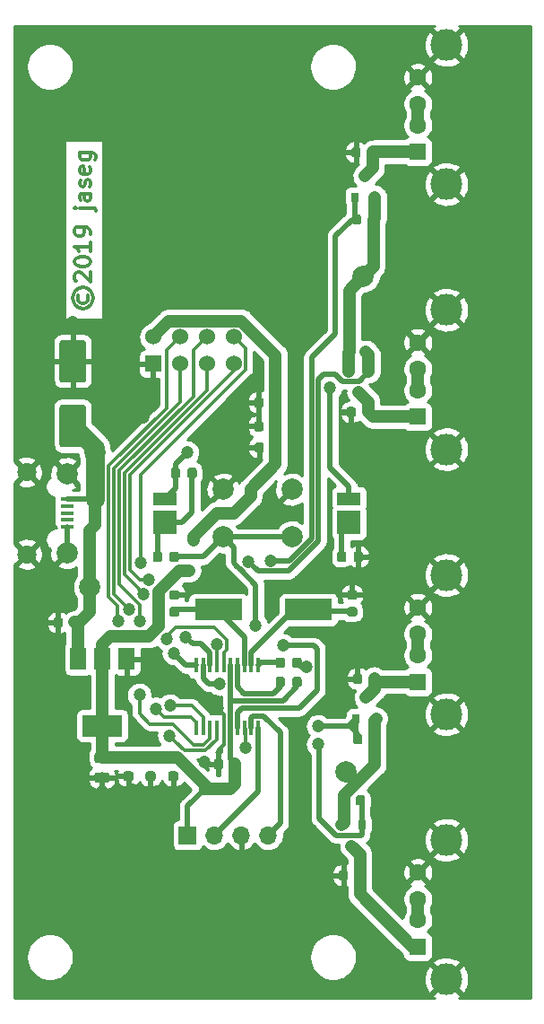
<source format=gbr>
G04 #@! TF.GenerationSoftware,KiCad,Pcbnew,(5.99.0-52-gefbc802f4)*
G04 #@! TF.CreationDate,2019-10-28T15:02:10+01:00*
G04 #@! TF.ProjectId,remote,72656d6f-7465-42e6-9b69-6361645f7063,rev?*
G04 #@! TF.SameCoordinates,Original*
G04 #@! TF.FileFunction,Copper,L1,Top*
G04 #@! TF.FilePolarity,Positive*
%FSLAX46Y46*%
G04 Gerber Fmt 4.6, Leading zero omitted, Abs format (unit mm)*
G04 Created by KiCad (PCBNEW (5.99.0-52-gefbc802f4)) date 2019-10-28 15:02:10*
%MOMM*%
%LPD*%
G04 APERTURE LIST*
%ADD10C,0.300000*%
%ADD11R,4.500000X2.000000*%
%ADD12R,0.450000X1.450000*%
%ADD13C,1.524000*%
%ADD14R,1.524000X1.524000*%
%ADD15R,1.500000X2.000000*%
%ADD16R,3.800000X2.000000*%
%ADD17C,2.000000*%
%ADD18C,0.100000*%
%ADD19C,0.875000*%
%ADD20R,0.800000X0.900000*%
%ADD21C,1.600000*%
%ADD22R,1.600000X1.600000*%
%ADD23C,3.000000*%
%ADD24O,1.700000X1.700000*%
%ADD25R,1.700000X1.700000*%
%ADD26C,1.800000*%
%ADD27R,1.300000X0.450000*%
%ADD28R,2.200000X1.250000*%
%ADD29R,2.200000X2.200000*%
%ADD30C,0.975000*%
%ADD31C,2.500000*%
%ADD32C,1.200000*%
%ADD33C,0.500000*%
%ADD34C,1.200000*%
%ADD35C,1.800000*%
%ADD36C,0.254000*%
G04 APERTURE END LIST*
D10*
X157935714Y-98507142D02*
X157864285Y-98650000D01*
X157864285Y-98935714D01*
X157935714Y-99078571D01*
X158078571Y-99221428D01*
X158221428Y-99292857D01*
X158507142Y-99292857D01*
X158650000Y-99221428D01*
X158792857Y-99078571D01*
X158864285Y-98935714D01*
X158864285Y-98650000D01*
X158792857Y-98507142D01*
X157364285Y-98792857D02*
X157435714Y-99150000D01*
X157650000Y-99507142D01*
X158007142Y-99721428D01*
X158364285Y-99792857D01*
X158721428Y-99721428D01*
X159078571Y-99507142D01*
X159292857Y-99150000D01*
X159364285Y-98792857D01*
X159292857Y-98435714D01*
X159078571Y-98078571D01*
X158721428Y-97864285D01*
X158364285Y-97792857D01*
X158007142Y-97864285D01*
X157650000Y-98078571D01*
X157435714Y-98435714D01*
X157364285Y-98792857D01*
X157721428Y-97221428D02*
X157650000Y-97150000D01*
X157578571Y-97007142D01*
X157578571Y-96650000D01*
X157650000Y-96507142D01*
X157721428Y-96435714D01*
X157864285Y-96364285D01*
X158007142Y-96364285D01*
X158221428Y-96435714D01*
X159078571Y-97292857D01*
X159078571Y-96364285D01*
X157578571Y-95435714D02*
X157578571Y-95292857D01*
X157650000Y-95150000D01*
X157721428Y-95078571D01*
X157864285Y-95007142D01*
X158150000Y-94935714D01*
X158507142Y-94935714D01*
X158792857Y-95007142D01*
X158935714Y-95078571D01*
X159007142Y-95150000D01*
X159078571Y-95292857D01*
X159078571Y-95435714D01*
X159007142Y-95578571D01*
X158935714Y-95650000D01*
X158792857Y-95721428D01*
X158507142Y-95792857D01*
X158150000Y-95792857D01*
X157864285Y-95721428D01*
X157721428Y-95650000D01*
X157650000Y-95578571D01*
X157578571Y-95435714D01*
X159078571Y-93507142D02*
X159078571Y-94364285D01*
X159078571Y-93935714D02*
X157578571Y-93935714D01*
X157792857Y-94078571D01*
X157935714Y-94221428D01*
X158007142Y-94364285D01*
X159078571Y-92792857D02*
X159078571Y-92507142D01*
X159007142Y-92364285D01*
X158935714Y-92292857D01*
X158721428Y-92150000D01*
X158435714Y-92078571D01*
X157864285Y-92078571D01*
X157721428Y-92150000D01*
X157650000Y-92221428D01*
X157578571Y-92364285D01*
X157578571Y-92650000D01*
X157650000Y-92792857D01*
X157721428Y-92864285D01*
X157864285Y-92935714D01*
X158221428Y-92935714D01*
X158364285Y-92864285D01*
X158435714Y-92792857D01*
X158507142Y-92650000D01*
X158507142Y-92364285D01*
X158435714Y-92221428D01*
X158364285Y-92150000D01*
X158221428Y-92078571D01*
X158078571Y-90292857D02*
X159364285Y-90292857D01*
X159507142Y-90364285D01*
X159578571Y-90507142D01*
X159578571Y-90578571D01*
X157578571Y-90292857D02*
X157650000Y-90364285D01*
X157721428Y-90292857D01*
X157650000Y-90221428D01*
X157578571Y-90292857D01*
X157721428Y-90292857D01*
X159078571Y-88935714D02*
X158292857Y-88935714D01*
X158150000Y-89007142D01*
X158078571Y-89150000D01*
X158078571Y-89435714D01*
X158150000Y-89578571D01*
X159007142Y-88935714D02*
X159078571Y-89078571D01*
X159078571Y-89435714D01*
X159007142Y-89578571D01*
X158864285Y-89650000D01*
X158721428Y-89650000D01*
X158578571Y-89578571D01*
X158507142Y-89435714D01*
X158507142Y-89078571D01*
X158435714Y-88935714D01*
X159007142Y-88292857D02*
X159078571Y-88150000D01*
X159078571Y-87864285D01*
X159007142Y-87721428D01*
X158864285Y-87650000D01*
X158792857Y-87650000D01*
X158650000Y-87721428D01*
X158578571Y-87864285D01*
X158578571Y-88078571D01*
X158507142Y-88221428D01*
X158364285Y-88292857D01*
X158292857Y-88292857D01*
X158150000Y-88221428D01*
X158078571Y-88078571D01*
X158078571Y-87864285D01*
X158150000Y-87721428D01*
X159007142Y-86435714D02*
X159078571Y-86578571D01*
X159078571Y-86864285D01*
X159007142Y-87007142D01*
X158864285Y-87078571D01*
X158292857Y-87078571D01*
X158150000Y-87007142D01*
X158078571Y-86864285D01*
X158078571Y-86578571D01*
X158150000Y-86435714D01*
X158292857Y-86364285D01*
X158435714Y-86364285D01*
X158578571Y-87078571D01*
X158078571Y-85078571D02*
X159292857Y-85078571D01*
X159435714Y-85150000D01*
X159507142Y-85221428D01*
X159578571Y-85364285D01*
X159578571Y-85578571D01*
X159507142Y-85721428D01*
X159007142Y-85078571D02*
X159078571Y-85221428D01*
X159078571Y-85507142D01*
X159007142Y-85650000D01*
X158935714Y-85721428D01*
X158792857Y-85792857D01*
X158364285Y-85792857D01*
X158221428Y-85721428D01*
X158150000Y-85650000D01*
X158078571Y-85507142D01*
X158078571Y-85221428D01*
X158150000Y-85078571D01*
D11*
X171150000Y-128200000D03*
X179650000Y-128200000D03*
D12*
X174925000Y-139350000D03*
X174275000Y-139350000D03*
X173625000Y-139350000D03*
X172975000Y-139350000D03*
X172325000Y-139350000D03*
X171675000Y-139350000D03*
X171025000Y-139350000D03*
X170375000Y-139350000D03*
X169725000Y-139350000D03*
X169075000Y-139350000D03*
X169075000Y-133450000D03*
X169725000Y-133450000D03*
X170375000Y-133450000D03*
X171025000Y-133450000D03*
X171675000Y-133450000D03*
X172325000Y-133450000D03*
X172975000Y-133450000D03*
X173625000Y-133450000D03*
X174275000Y-133450000D03*
X174925000Y-133450000D03*
D13*
X172620000Y-102460000D03*
X172620000Y-105000000D03*
X170080000Y-102460000D03*
X170080000Y-105000000D03*
X167540000Y-102460000D03*
X167540000Y-105000000D03*
X165000000Y-102460000D03*
D14*
X165000000Y-105000000D03*
D15*
X162500000Y-132850000D03*
X157900000Y-132850000D03*
X160200000Y-132850000D03*
D16*
X160200000Y-139150000D03*
D17*
X178100000Y-116850000D03*
X178100000Y-121350000D03*
X171600000Y-116850000D03*
X171600000Y-121350000D03*
D18*
G36*
X184527462Y-90941651D02*
G01*
X184598430Y-90989070D01*
X184645849Y-91060038D01*
X184662500Y-91143750D01*
X184662500Y-91656250D01*
X184645849Y-91739962D01*
X184598430Y-91810930D01*
X184527462Y-91858349D01*
X184443750Y-91875000D01*
X184006250Y-91875000D01*
X183922538Y-91858349D01*
X183851570Y-91810930D01*
X183804151Y-91739962D01*
X183787500Y-91656250D01*
X183787500Y-91143750D01*
X183804151Y-91060038D01*
X183851570Y-90989070D01*
X183922538Y-90941651D01*
X184006250Y-90925000D01*
X184443750Y-90925000D01*
X184527462Y-90941651D01*
X184527462Y-90941651D01*
G37*
D19*
X184225000Y-91400000D03*
D18*
G36*
X186102462Y-90941651D02*
G01*
X186173430Y-90989070D01*
X186220849Y-91060038D01*
X186237500Y-91143750D01*
X186237500Y-91656250D01*
X186220849Y-91739962D01*
X186173430Y-91810930D01*
X186102462Y-91858349D01*
X186018750Y-91875000D01*
X185581250Y-91875000D01*
X185497538Y-91858349D01*
X185426570Y-91810930D01*
X185379151Y-91739962D01*
X185362500Y-91656250D01*
X185362500Y-91143750D01*
X185379151Y-91060038D01*
X185426570Y-90989070D01*
X185497538Y-90941651D01*
X185581250Y-90925000D01*
X186018750Y-90925000D01*
X186102462Y-90941651D01*
X186102462Y-90941651D01*
G37*
D19*
X185800000Y-91400000D03*
D18*
G36*
X183114962Y-122741651D02*
G01*
X183185930Y-122789070D01*
X183233349Y-122860038D01*
X183250000Y-122943750D01*
X183250000Y-123456250D01*
X183233349Y-123539962D01*
X183185930Y-123610930D01*
X183114962Y-123658349D01*
X183031250Y-123675000D01*
X182593750Y-123675000D01*
X182510038Y-123658349D01*
X182439070Y-123610930D01*
X182391651Y-123539962D01*
X182375000Y-123456250D01*
X182375000Y-122943750D01*
X182391651Y-122860038D01*
X182439070Y-122789070D01*
X182510038Y-122741651D01*
X182593750Y-122725000D01*
X183031250Y-122725000D01*
X183114962Y-122741651D01*
X183114962Y-122741651D01*
G37*
D19*
X182812500Y-123200000D03*
D18*
G36*
X184689962Y-122741651D02*
G01*
X184760930Y-122789070D01*
X184808349Y-122860038D01*
X184825000Y-122943750D01*
X184825000Y-123456250D01*
X184808349Y-123539962D01*
X184760930Y-123610930D01*
X184689962Y-123658349D01*
X184606250Y-123675000D01*
X184168750Y-123675000D01*
X184085038Y-123658349D01*
X184014070Y-123610930D01*
X183966651Y-123539962D01*
X183950000Y-123456250D01*
X183950000Y-122943750D01*
X183966651Y-122860038D01*
X184014070Y-122789070D01*
X184085038Y-122741651D01*
X184168750Y-122725000D01*
X184606250Y-122725000D01*
X184689962Y-122741651D01*
X184689962Y-122741651D01*
G37*
D19*
X184387500Y-123200000D03*
D18*
G36*
X165714962Y-122741651D02*
G01*
X165785930Y-122789070D01*
X165833349Y-122860038D01*
X165850000Y-122943750D01*
X165850000Y-123456250D01*
X165833349Y-123539962D01*
X165785930Y-123610930D01*
X165714962Y-123658349D01*
X165631250Y-123675000D01*
X165193750Y-123675000D01*
X165110038Y-123658349D01*
X165039070Y-123610930D01*
X164991651Y-123539962D01*
X164975000Y-123456250D01*
X164975000Y-122943750D01*
X164991651Y-122860038D01*
X165039070Y-122789070D01*
X165110038Y-122741651D01*
X165193750Y-122725000D01*
X165631250Y-122725000D01*
X165714962Y-122741651D01*
X165714962Y-122741651D01*
G37*
D19*
X165412500Y-123200000D03*
D18*
G36*
X167289962Y-122741651D02*
G01*
X167360930Y-122789070D01*
X167408349Y-122860038D01*
X167425000Y-122943750D01*
X167425000Y-123456250D01*
X167408349Y-123539962D01*
X167360930Y-123610930D01*
X167289962Y-123658349D01*
X167206250Y-123675000D01*
X166768750Y-123675000D01*
X166685038Y-123658349D01*
X166614070Y-123610930D01*
X166566651Y-123539962D01*
X166550000Y-123456250D01*
X166550000Y-122943750D01*
X166566651Y-122860038D01*
X166614070Y-122789070D01*
X166685038Y-122741651D01*
X166768750Y-122725000D01*
X167206250Y-122725000D01*
X167289962Y-122741651D01*
X167289962Y-122741651D01*
G37*
D19*
X166987500Y-123200000D03*
D18*
G36*
X167414962Y-114841651D02*
G01*
X167485930Y-114889070D01*
X167533349Y-114960038D01*
X167550000Y-115043750D01*
X167550000Y-115556250D01*
X167533349Y-115639962D01*
X167485930Y-115710930D01*
X167414962Y-115758349D01*
X167331250Y-115775000D01*
X166893750Y-115775000D01*
X166810038Y-115758349D01*
X166739070Y-115710930D01*
X166691651Y-115639962D01*
X166675000Y-115556250D01*
X166675000Y-115043750D01*
X166691651Y-114960038D01*
X166739070Y-114889070D01*
X166810038Y-114841651D01*
X166893750Y-114825000D01*
X167331250Y-114825000D01*
X167414962Y-114841651D01*
X167414962Y-114841651D01*
G37*
D19*
X167112500Y-115300000D03*
D18*
G36*
X168989962Y-114841651D02*
G01*
X169060930Y-114889070D01*
X169108349Y-114960038D01*
X169125000Y-115043750D01*
X169125000Y-115556250D01*
X169108349Y-115639962D01*
X169060930Y-115710930D01*
X168989962Y-115758349D01*
X168906250Y-115775000D01*
X168468750Y-115775000D01*
X168385038Y-115758349D01*
X168314070Y-115710930D01*
X168266651Y-115639962D01*
X168250000Y-115556250D01*
X168250000Y-115043750D01*
X168266651Y-114960038D01*
X168314070Y-114889070D01*
X168385038Y-114841651D01*
X168468750Y-114825000D01*
X168906250Y-114825000D01*
X168989962Y-114841651D01*
X168989962Y-114841651D01*
G37*
D19*
X168687500Y-115300000D03*
D18*
G36*
X177314962Y-132741651D02*
G01*
X177385930Y-132789070D01*
X177433349Y-132860038D01*
X177450000Y-132943750D01*
X177450000Y-133456250D01*
X177433349Y-133539962D01*
X177385930Y-133610930D01*
X177314962Y-133658349D01*
X177231250Y-133675000D01*
X176793750Y-133675000D01*
X176710038Y-133658349D01*
X176639070Y-133610930D01*
X176591651Y-133539962D01*
X176575000Y-133456250D01*
X176575000Y-132943750D01*
X176591651Y-132860038D01*
X176639070Y-132789070D01*
X176710038Y-132741651D01*
X176793750Y-132725000D01*
X177231250Y-132725000D01*
X177314962Y-132741651D01*
X177314962Y-132741651D01*
G37*
D19*
X177012500Y-133200000D03*
D18*
G36*
X178889962Y-132741651D02*
G01*
X178960930Y-132789070D01*
X179008349Y-132860038D01*
X179025000Y-132943750D01*
X179025000Y-133456250D01*
X179008349Y-133539962D01*
X178960930Y-133610930D01*
X178889962Y-133658349D01*
X178806250Y-133675000D01*
X178368750Y-133675000D01*
X178285038Y-133658349D01*
X178214070Y-133610930D01*
X178166651Y-133539962D01*
X178150000Y-133456250D01*
X178150000Y-132943750D01*
X178166651Y-132860038D01*
X178214070Y-132789070D01*
X178285038Y-132741651D01*
X178368750Y-132725000D01*
X178806250Y-132725000D01*
X178889962Y-132741651D01*
X178889962Y-132741651D01*
G37*
D19*
X178587500Y-133200000D03*
D18*
G36*
X184889962Y-145741651D02*
G01*
X184960930Y-145789070D01*
X185008349Y-145860038D01*
X185025000Y-145943750D01*
X185025000Y-146456250D01*
X185008349Y-146539962D01*
X184960930Y-146610930D01*
X184889962Y-146658349D01*
X184806250Y-146675000D01*
X184368750Y-146675000D01*
X184285038Y-146658349D01*
X184214070Y-146610930D01*
X184166651Y-146539962D01*
X184150000Y-146456250D01*
X184150000Y-145943750D01*
X184166651Y-145860038D01*
X184214070Y-145789070D01*
X184285038Y-145741651D01*
X184368750Y-145725000D01*
X184806250Y-145725000D01*
X184889962Y-145741651D01*
X184889962Y-145741651D01*
G37*
D19*
X184587500Y-146200000D03*
D18*
G36*
X183314962Y-145741651D02*
G01*
X183385930Y-145789070D01*
X183433349Y-145860038D01*
X183450000Y-145943750D01*
X183450000Y-146456250D01*
X183433349Y-146539962D01*
X183385930Y-146610930D01*
X183314962Y-146658349D01*
X183231250Y-146675000D01*
X182793750Y-146675000D01*
X182710038Y-146658349D01*
X182639070Y-146610930D01*
X182591651Y-146539962D01*
X182575000Y-146456250D01*
X182575000Y-145943750D01*
X182591651Y-145860038D01*
X182639070Y-145789070D01*
X182710038Y-145741651D01*
X182793750Y-145725000D01*
X183231250Y-145725000D01*
X183314962Y-145741651D01*
X183314962Y-145741651D01*
G37*
D19*
X183012500Y-146200000D03*
D18*
G36*
X177314962Y-134541651D02*
G01*
X177385930Y-134589070D01*
X177433349Y-134660038D01*
X177450000Y-134743750D01*
X177450000Y-135256250D01*
X177433349Y-135339962D01*
X177385930Y-135410930D01*
X177314962Y-135458349D01*
X177231250Y-135475000D01*
X176793750Y-135475000D01*
X176710038Y-135458349D01*
X176639070Y-135410930D01*
X176591651Y-135339962D01*
X176575000Y-135256250D01*
X176575000Y-134743750D01*
X176591651Y-134660038D01*
X176639070Y-134589070D01*
X176710038Y-134541651D01*
X176793750Y-134525000D01*
X177231250Y-134525000D01*
X177314962Y-134541651D01*
X177314962Y-134541651D01*
G37*
D19*
X177012500Y-135000000D03*
D18*
G36*
X178889962Y-134541651D02*
G01*
X178960930Y-134589070D01*
X179008349Y-134660038D01*
X179025000Y-134743750D01*
X179025000Y-135256250D01*
X179008349Y-135339962D01*
X178960930Y-135410930D01*
X178889962Y-135458349D01*
X178806250Y-135475000D01*
X178368750Y-135475000D01*
X178285038Y-135458349D01*
X178214070Y-135410930D01*
X178166651Y-135339962D01*
X178150000Y-135256250D01*
X178150000Y-134743750D01*
X178166651Y-134660038D01*
X178214070Y-134589070D01*
X178285038Y-134541651D01*
X178368750Y-134525000D01*
X178806250Y-134525000D01*
X178889962Y-134541651D01*
X178889962Y-134541651D01*
G37*
D19*
X178587500Y-135000000D03*
D18*
G36*
X185389962Y-103441651D02*
G01*
X185460930Y-103489070D01*
X185508349Y-103560038D01*
X185525000Y-103643750D01*
X185525000Y-104156250D01*
X185508349Y-104239962D01*
X185460930Y-104310930D01*
X185389962Y-104358349D01*
X185306250Y-104375000D01*
X184868750Y-104375000D01*
X184785038Y-104358349D01*
X184714070Y-104310930D01*
X184666651Y-104239962D01*
X184650000Y-104156250D01*
X184650000Y-103643750D01*
X184666651Y-103560038D01*
X184714070Y-103489070D01*
X184785038Y-103441651D01*
X184868750Y-103425000D01*
X185306250Y-103425000D01*
X185389962Y-103441651D01*
X185389962Y-103441651D01*
G37*
D19*
X185087500Y-103900000D03*
D18*
G36*
X183814962Y-103441651D02*
G01*
X183885930Y-103489070D01*
X183933349Y-103560038D01*
X183950000Y-103643750D01*
X183950000Y-104156250D01*
X183933349Y-104239962D01*
X183885930Y-104310930D01*
X183814962Y-104358349D01*
X183731250Y-104375000D01*
X183293750Y-104375000D01*
X183210038Y-104358349D01*
X183139070Y-104310930D01*
X183091651Y-104239962D01*
X183075000Y-104156250D01*
X183075000Y-103643750D01*
X183091651Y-103560038D01*
X183139070Y-103489070D01*
X183210038Y-103441651D01*
X183293750Y-103425000D01*
X183731250Y-103425000D01*
X183814962Y-103441651D01*
X183814962Y-103441651D01*
G37*
D19*
X183512500Y-103900000D03*
D18*
G36*
X184627462Y-139941651D02*
G01*
X184698430Y-139989070D01*
X184745849Y-140060038D01*
X184762500Y-140143750D01*
X184762500Y-140656250D01*
X184745849Y-140739962D01*
X184698430Y-140810930D01*
X184627462Y-140858349D01*
X184543750Y-140875000D01*
X184106250Y-140875000D01*
X184022538Y-140858349D01*
X183951570Y-140810930D01*
X183904151Y-140739962D01*
X183887500Y-140656250D01*
X183887500Y-140143750D01*
X183904151Y-140060038D01*
X183951570Y-139989070D01*
X184022538Y-139941651D01*
X184106250Y-139925000D01*
X184543750Y-139925000D01*
X184627462Y-139941651D01*
X184627462Y-139941651D01*
G37*
D19*
X184325000Y-140400000D03*
D18*
G36*
X186202462Y-139941651D02*
G01*
X186273430Y-139989070D01*
X186320849Y-140060038D01*
X186337500Y-140143750D01*
X186337500Y-140656250D01*
X186320849Y-140739962D01*
X186273430Y-140810930D01*
X186202462Y-140858349D01*
X186118750Y-140875000D01*
X185681250Y-140875000D01*
X185597538Y-140858349D01*
X185526570Y-140810930D01*
X185479151Y-140739962D01*
X185462500Y-140656250D01*
X185462500Y-140143750D01*
X185479151Y-140060038D01*
X185526570Y-139989070D01*
X185597538Y-139941651D01*
X185681250Y-139925000D01*
X186118750Y-139925000D01*
X186202462Y-139941651D01*
X186202462Y-139941651D01*
G37*
D19*
X185900000Y-140400000D03*
D20*
X185000000Y-87300000D03*
X185950000Y-89300000D03*
X184050000Y-89300000D03*
X183750000Y-150500000D03*
X182800000Y-148500000D03*
X184700000Y-148500000D03*
X184400000Y-107700000D03*
X183450000Y-105700000D03*
X185350000Y-105700000D03*
X185100000Y-136500000D03*
X186050000Y-138500000D03*
X184150000Y-138500000D03*
D21*
X190000000Y-78000000D03*
X190000000Y-80500000D03*
X190000000Y-82500000D03*
D22*
X190000000Y-85000000D03*
D23*
X192710000Y-88070000D03*
X192710000Y-74930000D03*
D21*
X190000000Y-153000000D03*
X190000000Y-155500000D03*
X190000000Y-157500000D03*
D22*
X190000000Y-160000000D03*
D23*
X192710000Y-163070000D03*
X192710000Y-149930000D03*
D24*
X175870000Y-149500000D03*
X173330000Y-149500000D03*
X170790000Y-149500000D03*
D25*
X168250000Y-149500000D03*
D21*
X190000000Y-103000000D03*
X190000000Y-105500000D03*
X190000000Y-107500000D03*
D22*
X190000000Y-110000000D03*
D23*
X192710000Y-113070000D03*
X192710000Y-99930000D03*
D26*
X153050000Y-122975000D03*
X153050000Y-115225000D03*
D17*
X156850000Y-122825000D03*
X156850000Y-115375000D03*
D27*
X156900000Y-120400000D03*
X156900000Y-119750000D03*
X156900000Y-119100000D03*
X156900000Y-118450000D03*
X156900000Y-117800000D03*
D21*
X190000000Y-128000000D03*
X190000000Y-130500000D03*
X190000000Y-132500000D03*
D22*
X190000000Y-135000000D03*
D23*
X192710000Y-138070000D03*
X192710000Y-124930000D03*
D28*
X183500000Y-117725000D03*
D29*
X183500000Y-120000000D03*
D28*
X166100000Y-117725000D03*
D29*
X166100000Y-120000000D03*
D18*
G36*
X184464962Y-84591651D02*
G01*
X184535930Y-84639070D01*
X184583349Y-84710038D01*
X184600000Y-84793750D01*
X184600000Y-85306250D01*
X184583349Y-85389962D01*
X184535930Y-85460930D01*
X184464962Y-85508349D01*
X184381250Y-85525000D01*
X183943750Y-85525000D01*
X183860038Y-85508349D01*
X183789070Y-85460930D01*
X183741651Y-85389962D01*
X183725000Y-85306250D01*
X183725000Y-84793750D01*
X183741651Y-84710038D01*
X183789070Y-84639070D01*
X183860038Y-84591651D01*
X183943750Y-84575000D01*
X184381250Y-84575000D01*
X184464962Y-84591651D01*
X184464962Y-84591651D01*
G37*
D19*
X184162500Y-85050000D03*
D18*
G36*
X186039962Y-84591651D02*
G01*
X186110930Y-84639070D01*
X186158349Y-84710038D01*
X186175000Y-84793750D01*
X186175000Y-85306250D01*
X186158349Y-85389962D01*
X186110930Y-85460930D01*
X186039962Y-85508349D01*
X185956250Y-85525000D01*
X185518750Y-85525000D01*
X185435038Y-85508349D01*
X185364070Y-85460930D01*
X185316651Y-85389962D01*
X185300000Y-85306250D01*
X185300000Y-84793750D01*
X185316651Y-84710038D01*
X185364070Y-84639070D01*
X185435038Y-84591651D01*
X185518750Y-84575000D01*
X185956250Y-84575000D01*
X186039962Y-84591651D01*
X186039962Y-84591651D01*
G37*
D19*
X185737500Y-85050000D03*
D18*
G36*
X175314962Y-112441651D02*
G01*
X175385930Y-112489070D01*
X175433349Y-112560038D01*
X175450000Y-112643750D01*
X175450000Y-113156250D01*
X175433349Y-113239962D01*
X175385930Y-113310930D01*
X175314962Y-113358349D01*
X175231250Y-113375000D01*
X174793750Y-113375000D01*
X174710038Y-113358349D01*
X174639070Y-113310930D01*
X174591651Y-113239962D01*
X174575000Y-113156250D01*
X174575000Y-112643750D01*
X174591651Y-112560038D01*
X174639070Y-112489070D01*
X174710038Y-112441651D01*
X174793750Y-112425000D01*
X175231250Y-112425000D01*
X175314962Y-112441651D01*
X175314962Y-112441651D01*
G37*
D19*
X175012500Y-112900000D03*
D18*
G36*
X176889962Y-112441651D02*
G01*
X176960930Y-112489070D01*
X177008349Y-112560038D01*
X177025000Y-112643750D01*
X177025000Y-113156250D01*
X177008349Y-113239962D01*
X176960930Y-113310930D01*
X176889962Y-113358349D01*
X176806250Y-113375000D01*
X176368750Y-113375000D01*
X176285038Y-113358349D01*
X176214070Y-113310930D01*
X176166651Y-113239962D01*
X176150000Y-113156250D01*
X176150000Y-112643750D01*
X176166651Y-112560038D01*
X176214070Y-112489070D01*
X176285038Y-112441651D01*
X176368750Y-112425000D01*
X176806250Y-112425000D01*
X176889962Y-112441651D01*
X176889962Y-112441651D01*
G37*
D19*
X176587500Y-112900000D03*
D18*
G36*
X175277462Y-110441651D02*
G01*
X175348430Y-110489070D01*
X175395849Y-110560038D01*
X175412500Y-110643750D01*
X175412500Y-111156250D01*
X175395849Y-111239962D01*
X175348430Y-111310930D01*
X175277462Y-111358349D01*
X175193750Y-111375000D01*
X174756250Y-111375000D01*
X174672538Y-111358349D01*
X174601570Y-111310930D01*
X174554151Y-111239962D01*
X174537500Y-111156250D01*
X174537500Y-110643750D01*
X174554151Y-110560038D01*
X174601570Y-110489070D01*
X174672538Y-110441651D01*
X174756250Y-110425000D01*
X175193750Y-110425000D01*
X175277462Y-110441651D01*
X175277462Y-110441651D01*
G37*
D19*
X174975000Y-110900000D03*
D18*
G36*
X176852462Y-110441651D02*
G01*
X176923430Y-110489070D01*
X176970849Y-110560038D01*
X176987500Y-110643750D01*
X176987500Y-111156250D01*
X176970849Y-111239962D01*
X176923430Y-111310930D01*
X176852462Y-111358349D01*
X176768750Y-111375000D01*
X176331250Y-111375000D01*
X176247538Y-111358349D01*
X176176570Y-111310930D01*
X176129151Y-111239962D01*
X176112500Y-111156250D01*
X176112500Y-110643750D01*
X176129151Y-110560038D01*
X176176570Y-110489070D01*
X176247538Y-110441651D01*
X176331250Y-110425000D01*
X176768750Y-110425000D01*
X176852462Y-110441651D01*
X176852462Y-110441651D01*
G37*
D19*
X176550000Y-110900000D03*
D18*
G36*
X175277462Y-108191651D02*
G01*
X175348430Y-108239070D01*
X175395849Y-108310038D01*
X175412500Y-108393750D01*
X175412500Y-108906250D01*
X175395849Y-108989962D01*
X175348430Y-109060930D01*
X175277462Y-109108349D01*
X175193750Y-109125000D01*
X174756250Y-109125000D01*
X174672538Y-109108349D01*
X174601570Y-109060930D01*
X174554151Y-108989962D01*
X174537500Y-108906250D01*
X174537500Y-108393750D01*
X174554151Y-108310038D01*
X174601570Y-108239070D01*
X174672538Y-108191651D01*
X174756250Y-108175000D01*
X175193750Y-108175000D01*
X175277462Y-108191651D01*
X175277462Y-108191651D01*
G37*
D19*
X174975000Y-108650000D03*
D18*
G36*
X176852462Y-108191651D02*
G01*
X176923430Y-108239070D01*
X176970849Y-108310038D01*
X176987500Y-108393750D01*
X176987500Y-108906250D01*
X176970849Y-108989962D01*
X176923430Y-109060930D01*
X176852462Y-109108349D01*
X176768750Y-109125000D01*
X176331250Y-109125000D01*
X176247538Y-109108349D01*
X176176570Y-109060930D01*
X176129151Y-108989962D01*
X176112500Y-108906250D01*
X176112500Y-108393750D01*
X176129151Y-108310038D01*
X176176570Y-108239070D01*
X176247538Y-108191651D01*
X176331250Y-108175000D01*
X176768750Y-108175000D01*
X176852462Y-108191651D01*
X176852462Y-108191651D01*
G37*
D19*
X176550000Y-108650000D03*
D18*
G36*
X167339962Y-126391651D02*
G01*
X167410930Y-126439070D01*
X167458349Y-126510038D01*
X167475000Y-126593750D01*
X167475000Y-127031250D01*
X167458349Y-127114962D01*
X167410930Y-127185930D01*
X167339962Y-127233349D01*
X167256250Y-127250000D01*
X166743750Y-127250000D01*
X166660038Y-127233349D01*
X166589070Y-127185930D01*
X166541651Y-127114962D01*
X166525000Y-127031250D01*
X166525000Y-126593750D01*
X166541651Y-126510038D01*
X166589070Y-126439070D01*
X166660038Y-126391651D01*
X166743750Y-126375000D01*
X167256250Y-126375000D01*
X167339962Y-126391651D01*
X167339962Y-126391651D01*
G37*
D19*
X167000000Y-126812500D03*
D18*
G36*
X167339962Y-127966651D02*
G01*
X167410930Y-128014070D01*
X167458349Y-128085038D01*
X167475000Y-128168750D01*
X167475000Y-128606250D01*
X167458349Y-128689962D01*
X167410930Y-128760930D01*
X167339962Y-128808349D01*
X167256250Y-128825000D01*
X166743750Y-128825000D01*
X166660038Y-128808349D01*
X166589070Y-128760930D01*
X166541651Y-128689962D01*
X166525000Y-128606250D01*
X166525000Y-128168750D01*
X166541651Y-128085038D01*
X166589070Y-128014070D01*
X166660038Y-127966651D01*
X166743750Y-127950000D01*
X167256250Y-127950000D01*
X167339962Y-127966651D01*
X167339962Y-127966651D01*
G37*
D19*
X167000000Y-128387500D03*
D18*
G36*
X184139962Y-126391651D02*
G01*
X184210930Y-126439070D01*
X184258349Y-126510038D01*
X184275000Y-126593750D01*
X184275000Y-127031250D01*
X184258349Y-127114962D01*
X184210930Y-127185930D01*
X184139962Y-127233349D01*
X184056250Y-127250000D01*
X183543750Y-127250000D01*
X183460038Y-127233349D01*
X183389070Y-127185930D01*
X183341651Y-127114962D01*
X183325000Y-127031250D01*
X183325000Y-126593750D01*
X183341651Y-126510038D01*
X183389070Y-126439070D01*
X183460038Y-126391651D01*
X183543750Y-126375000D01*
X184056250Y-126375000D01*
X184139962Y-126391651D01*
X184139962Y-126391651D01*
G37*
D19*
X183800000Y-126812500D03*
D18*
G36*
X184139962Y-127966651D02*
G01*
X184210930Y-128014070D01*
X184258349Y-128085038D01*
X184275000Y-128168750D01*
X184275000Y-128606250D01*
X184258349Y-128689962D01*
X184210930Y-128760930D01*
X184139962Y-128808349D01*
X184056250Y-128825000D01*
X183543750Y-128825000D01*
X183460038Y-128808349D01*
X183389070Y-128760930D01*
X183341651Y-128689962D01*
X183325000Y-128606250D01*
X183325000Y-128168750D01*
X183341651Y-128085038D01*
X183389070Y-128014070D01*
X183460038Y-127966651D01*
X183543750Y-127950000D01*
X184056250Y-127950000D01*
X184139962Y-127966651D01*
X184139962Y-127966651D01*
G37*
D19*
X183800000Y-128387500D03*
D18*
G36*
X183264962Y-152791651D02*
G01*
X183335930Y-152839070D01*
X183383349Y-152910038D01*
X183400000Y-152993750D01*
X183400000Y-153506250D01*
X183383349Y-153589962D01*
X183335930Y-153660930D01*
X183264962Y-153708349D01*
X183181250Y-153725000D01*
X182743750Y-153725000D01*
X182660038Y-153708349D01*
X182589070Y-153660930D01*
X182541651Y-153589962D01*
X182525000Y-153506250D01*
X182525000Y-152993750D01*
X182541651Y-152910038D01*
X182589070Y-152839070D01*
X182660038Y-152791651D01*
X182743750Y-152775000D01*
X183181250Y-152775000D01*
X183264962Y-152791651D01*
X183264962Y-152791651D01*
G37*
D19*
X182962500Y-153250000D03*
D18*
G36*
X184839962Y-152791651D02*
G01*
X184910930Y-152839070D01*
X184958349Y-152910038D01*
X184975000Y-152993750D01*
X184975000Y-153506250D01*
X184958349Y-153589962D01*
X184910930Y-153660930D01*
X184839962Y-153708349D01*
X184756250Y-153725000D01*
X184318750Y-153725000D01*
X184235038Y-153708349D01*
X184164070Y-153660930D01*
X184116651Y-153589962D01*
X184100000Y-153506250D01*
X184100000Y-152993750D01*
X184116651Y-152910038D01*
X184164070Y-152839070D01*
X184235038Y-152791651D01*
X184318750Y-152775000D01*
X184756250Y-152775000D01*
X184839962Y-152791651D01*
X184839962Y-152791651D01*
G37*
D19*
X184537500Y-153250000D03*
D18*
G36*
X171477462Y-142291651D02*
G01*
X171548430Y-142339070D01*
X171595849Y-142410038D01*
X171612500Y-142493750D01*
X171612500Y-143006250D01*
X171595849Y-143089962D01*
X171548430Y-143160930D01*
X171477462Y-143208349D01*
X171393750Y-143225000D01*
X170956250Y-143225000D01*
X170872538Y-143208349D01*
X170801570Y-143160930D01*
X170754151Y-143089962D01*
X170737500Y-143006250D01*
X170737500Y-142493750D01*
X170754151Y-142410038D01*
X170801570Y-142339070D01*
X170872538Y-142291651D01*
X170956250Y-142275000D01*
X171393750Y-142275000D01*
X171477462Y-142291651D01*
X171477462Y-142291651D01*
G37*
D19*
X171175000Y-142750000D03*
D18*
G36*
X173052462Y-142291651D02*
G01*
X173123430Y-142339070D01*
X173170849Y-142410038D01*
X173187500Y-142493750D01*
X173187500Y-143006250D01*
X173170849Y-143089962D01*
X173123430Y-143160930D01*
X173052462Y-143208349D01*
X172968750Y-143225000D01*
X172531250Y-143225000D01*
X172447538Y-143208349D01*
X172376570Y-143160930D01*
X172329151Y-143089962D01*
X172312500Y-143006250D01*
X172312500Y-142493750D01*
X172329151Y-142410038D01*
X172376570Y-142339070D01*
X172447538Y-142291651D01*
X172531250Y-142275000D01*
X172968750Y-142275000D01*
X173052462Y-142291651D01*
X173052462Y-142291651D01*
G37*
D19*
X172750000Y-142750000D03*
D18*
G36*
X184014962Y-109091651D02*
G01*
X184085930Y-109139070D01*
X184133349Y-109210038D01*
X184150000Y-109293750D01*
X184150000Y-109806250D01*
X184133349Y-109889962D01*
X184085930Y-109960930D01*
X184014962Y-110008349D01*
X183931250Y-110025000D01*
X183493750Y-110025000D01*
X183410038Y-110008349D01*
X183339070Y-109960930D01*
X183291651Y-109889962D01*
X183275000Y-109806250D01*
X183275000Y-109293750D01*
X183291651Y-109210038D01*
X183339070Y-109139070D01*
X183410038Y-109091651D01*
X183493750Y-109075000D01*
X183931250Y-109075000D01*
X184014962Y-109091651D01*
X184014962Y-109091651D01*
G37*
D19*
X183712500Y-109550000D03*
D18*
G36*
X185589962Y-109091651D02*
G01*
X185660930Y-109139070D01*
X185708349Y-109210038D01*
X185725000Y-109293750D01*
X185725000Y-109806250D01*
X185708349Y-109889962D01*
X185660930Y-109960930D01*
X185589962Y-110008349D01*
X185506250Y-110025000D01*
X185068750Y-110025000D01*
X184985038Y-110008349D01*
X184914070Y-109960930D01*
X184866651Y-109889962D01*
X184850000Y-109806250D01*
X184850000Y-109293750D01*
X184866651Y-109210038D01*
X184914070Y-109139070D01*
X184985038Y-109091651D01*
X185068750Y-109075000D01*
X185506250Y-109075000D01*
X185589962Y-109091651D01*
X185589962Y-109091651D01*
G37*
D19*
X185287500Y-109550000D03*
D18*
G36*
X167239962Y-143466651D02*
G01*
X167310930Y-143514070D01*
X167358349Y-143585038D01*
X167375000Y-143668750D01*
X167375000Y-144106250D01*
X167358349Y-144189962D01*
X167310930Y-144260930D01*
X167239962Y-144308349D01*
X167156250Y-144325000D01*
X166643750Y-144325000D01*
X166560038Y-144308349D01*
X166489070Y-144260930D01*
X166441651Y-144189962D01*
X166425000Y-144106250D01*
X166425000Y-143668750D01*
X166441651Y-143585038D01*
X166489070Y-143514070D01*
X166560038Y-143466651D01*
X166643750Y-143450000D01*
X167156250Y-143450000D01*
X167239962Y-143466651D01*
X167239962Y-143466651D01*
G37*
D19*
X166900000Y-143887500D03*
D18*
G36*
X167239962Y-141891651D02*
G01*
X167310930Y-141939070D01*
X167358349Y-142010038D01*
X167375000Y-142093750D01*
X167375000Y-142531250D01*
X167358349Y-142614962D01*
X167310930Y-142685930D01*
X167239962Y-142733349D01*
X167156250Y-142750000D01*
X166643750Y-142750000D01*
X166560038Y-142733349D01*
X166489070Y-142685930D01*
X166441651Y-142614962D01*
X166425000Y-142531250D01*
X166425000Y-142093750D01*
X166441651Y-142010038D01*
X166489070Y-141939070D01*
X166560038Y-141891651D01*
X166643750Y-141875000D01*
X167156250Y-141875000D01*
X167239962Y-141891651D01*
X167239962Y-141891651D01*
G37*
D19*
X166900000Y-142312500D03*
D18*
G36*
X165089962Y-143466651D02*
G01*
X165160930Y-143514070D01*
X165208349Y-143585038D01*
X165225000Y-143668750D01*
X165225000Y-144106250D01*
X165208349Y-144189962D01*
X165160930Y-144260930D01*
X165089962Y-144308349D01*
X165006250Y-144325000D01*
X164493750Y-144325000D01*
X164410038Y-144308349D01*
X164339070Y-144260930D01*
X164291651Y-144189962D01*
X164275000Y-144106250D01*
X164275000Y-143668750D01*
X164291651Y-143585038D01*
X164339070Y-143514070D01*
X164410038Y-143466651D01*
X164493750Y-143450000D01*
X165006250Y-143450000D01*
X165089962Y-143466651D01*
X165089962Y-143466651D01*
G37*
D19*
X164750000Y-143887500D03*
D18*
G36*
X165089962Y-141891651D02*
G01*
X165160930Y-141939070D01*
X165208349Y-142010038D01*
X165225000Y-142093750D01*
X165225000Y-142531250D01*
X165208349Y-142614962D01*
X165160930Y-142685930D01*
X165089962Y-142733349D01*
X165006250Y-142750000D01*
X164493750Y-142750000D01*
X164410038Y-142733349D01*
X164339070Y-142685930D01*
X164291651Y-142614962D01*
X164275000Y-142531250D01*
X164275000Y-142093750D01*
X164291651Y-142010038D01*
X164339070Y-141939070D01*
X164410038Y-141891651D01*
X164493750Y-141875000D01*
X165006250Y-141875000D01*
X165089962Y-141891651D01*
X165089962Y-141891651D01*
G37*
D19*
X164750000Y-142312500D03*
D18*
G36*
X162989962Y-143466651D02*
G01*
X163060930Y-143514070D01*
X163108349Y-143585038D01*
X163125000Y-143668750D01*
X163125000Y-144106250D01*
X163108349Y-144189962D01*
X163060930Y-144260930D01*
X162989962Y-144308349D01*
X162906250Y-144325000D01*
X162393750Y-144325000D01*
X162310038Y-144308349D01*
X162239070Y-144260930D01*
X162191651Y-144189962D01*
X162175000Y-144106250D01*
X162175000Y-143668750D01*
X162191651Y-143585038D01*
X162239070Y-143514070D01*
X162310038Y-143466651D01*
X162393750Y-143450000D01*
X162906250Y-143450000D01*
X162989962Y-143466651D01*
X162989962Y-143466651D01*
G37*
D19*
X162650000Y-143887500D03*
D18*
G36*
X162989962Y-141891651D02*
G01*
X163060930Y-141939070D01*
X163108349Y-142010038D01*
X163125000Y-142093750D01*
X163125000Y-142531250D01*
X163108349Y-142614962D01*
X163060930Y-142685930D01*
X162989962Y-142733349D01*
X162906250Y-142750000D01*
X162393750Y-142750000D01*
X162310038Y-142733349D01*
X162239070Y-142685930D01*
X162191651Y-142614962D01*
X162175000Y-142531250D01*
X162175000Y-142093750D01*
X162191651Y-142010038D01*
X162239070Y-141939070D01*
X162310038Y-141891651D01*
X162393750Y-141875000D01*
X162906250Y-141875000D01*
X162989962Y-141891651D01*
X162989962Y-141891651D01*
G37*
D19*
X162650000Y-142312500D03*
D18*
G36*
X160699529Y-143568554D02*
G01*
X160778607Y-143621393D01*
X160831446Y-143700471D01*
X160850000Y-143793750D01*
X160850000Y-144281250D01*
X160831446Y-144374529D01*
X160778607Y-144453607D01*
X160699529Y-144506446D01*
X160606250Y-144525000D01*
X159693750Y-144525000D01*
X159600471Y-144506446D01*
X159521393Y-144453607D01*
X159468554Y-144374529D01*
X159450000Y-144281250D01*
X159450000Y-143793750D01*
X159468554Y-143700471D01*
X159521393Y-143621393D01*
X159600471Y-143568554D01*
X159693750Y-143550000D01*
X160606250Y-143550000D01*
X160699529Y-143568554D01*
X160699529Y-143568554D01*
G37*
D30*
X160150000Y-144037500D03*
D18*
G36*
X160699529Y-141693554D02*
G01*
X160778607Y-141746393D01*
X160831446Y-141825471D01*
X160850000Y-141918750D01*
X160850000Y-142406250D01*
X160831446Y-142499529D01*
X160778607Y-142578607D01*
X160699529Y-142631446D01*
X160606250Y-142650000D01*
X159693750Y-142650000D01*
X159600471Y-142631446D01*
X159521393Y-142578607D01*
X159468554Y-142499529D01*
X159450000Y-142406250D01*
X159450000Y-141918750D01*
X159468554Y-141825471D01*
X159521393Y-141746393D01*
X159600471Y-141693554D01*
X159693750Y-141675000D01*
X160606250Y-141675000D01*
X160699529Y-141693554D01*
X160699529Y-141693554D01*
G37*
D30*
X160150000Y-142162500D03*
D18*
G36*
X156314962Y-128941651D02*
G01*
X156385930Y-128989070D01*
X156433349Y-129060038D01*
X156450000Y-129143750D01*
X156450000Y-129656250D01*
X156433349Y-129739962D01*
X156385930Y-129810930D01*
X156314962Y-129858349D01*
X156231250Y-129875000D01*
X155793750Y-129875000D01*
X155710038Y-129858349D01*
X155639070Y-129810930D01*
X155591651Y-129739962D01*
X155575000Y-129656250D01*
X155575000Y-129143750D01*
X155591651Y-129060038D01*
X155639070Y-128989070D01*
X155710038Y-128941651D01*
X155793750Y-128925000D01*
X156231250Y-128925000D01*
X156314962Y-128941651D01*
X156314962Y-128941651D01*
G37*
D19*
X156012500Y-129400000D03*
D18*
G36*
X157889962Y-128941651D02*
G01*
X157960930Y-128989070D01*
X158008349Y-129060038D01*
X158025000Y-129143750D01*
X158025000Y-129656250D01*
X158008349Y-129739962D01*
X157960930Y-129810930D01*
X157889962Y-129858349D01*
X157806250Y-129875000D01*
X157368750Y-129875000D01*
X157285038Y-129858349D01*
X157214070Y-129810930D01*
X157166651Y-129739962D01*
X157150000Y-129656250D01*
X157150000Y-129143750D01*
X157166651Y-129060038D01*
X157214070Y-128989070D01*
X157285038Y-128941651D01*
X157368750Y-128925000D01*
X157806250Y-128925000D01*
X157889962Y-128941651D01*
X157889962Y-128941651D01*
G37*
D19*
X157587500Y-129400000D03*
D18*
G36*
X158495671Y-102769030D02*
G01*
X158576777Y-102823223D01*
X158630970Y-102904329D01*
X158650000Y-103000000D01*
X158650000Y-106500000D01*
X158630970Y-106595671D01*
X158576777Y-106676777D01*
X158495671Y-106730970D01*
X158400000Y-106750000D01*
X156400000Y-106750000D01*
X156304329Y-106730970D01*
X156223223Y-106676777D01*
X156169030Y-106595671D01*
X156150000Y-106500000D01*
X156150000Y-103000000D01*
X156169030Y-102904329D01*
X156223223Y-102823223D01*
X156304329Y-102769030D01*
X156400000Y-102750000D01*
X158400000Y-102750000D01*
X158495671Y-102769030D01*
X158495671Y-102769030D01*
G37*
D31*
X157400000Y-104750000D03*
D18*
G36*
X158495671Y-108869030D02*
G01*
X158576777Y-108923223D01*
X158630970Y-109004329D01*
X158650000Y-109100000D01*
X158650000Y-112600000D01*
X158630970Y-112695671D01*
X158576777Y-112776777D01*
X158495671Y-112830970D01*
X158400000Y-112850000D01*
X156400000Y-112850000D01*
X156304329Y-112830970D01*
X156223223Y-112776777D01*
X156169030Y-112695671D01*
X156150000Y-112600000D01*
X156150000Y-109100000D01*
X156169030Y-109004329D01*
X156223223Y-108923223D01*
X156304329Y-108869030D01*
X156400000Y-108850000D01*
X158400000Y-108850000D01*
X158495671Y-108869030D01*
X158495671Y-108869030D01*
G37*
D31*
X157400000Y-110850000D03*
D18*
G36*
X184614962Y-134241651D02*
G01*
X184685930Y-134289070D01*
X184733349Y-134360038D01*
X184750000Y-134443750D01*
X184750000Y-134956250D01*
X184733349Y-135039962D01*
X184685930Y-135110930D01*
X184614962Y-135158349D01*
X184531250Y-135175000D01*
X184093750Y-135175000D01*
X184010038Y-135158349D01*
X183939070Y-135110930D01*
X183891651Y-135039962D01*
X183875000Y-134956250D01*
X183875000Y-134443750D01*
X183891651Y-134360038D01*
X183939070Y-134289070D01*
X184010038Y-134241651D01*
X184093750Y-134225000D01*
X184531250Y-134225000D01*
X184614962Y-134241651D01*
X184614962Y-134241651D01*
G37*
D19*
X184312500Y-134700000D03*
D18*
G36*
X186189962Y-134241651D02*
G01*
X186260930Y-134289070D01*
X186308349Y-134360038D01*
X186325000Y-134443750D01*
X186325000Y-134956250D01*
X186308349Y-135039962D01*
X186260930Y-135110930D01*
X186189962Y-135158349D01*
X186106250Y-135175000D01*
X185668750Y-135175000D01*
X185585038Y-135158349D01*
X185514070Y-135110930D01*
X185466651Y-135039962D01*
X185450000Y-134956250D01*
X185450000Y-134443750D01*
X185466651Y-134360038D01*
X185514070Y-134289070D01*
X185585038Y-134241651D01*
X185668750Y-134225000D01*
X186106250Y-134225000D01*
X186189962Y-134241651D01*
X186189962Y-134241651D01*
G37*
D19*
X185887500Y-134700000D03*
D32*
X181700000Y-107300000D03*
X163800000Y-123800000D03*
X166318018Y-130961882D03*
X171000000Y-131500000D03*
X168100000Y-130800000D03*
X164063997Y-110063997D03*
X168200000Y-113400000D03*
X155900000Y-127900000D03*
X160200000Y-145400000D03*
X163100000Y-145200000D03*
X169800000Y-142600000D03*
X171100000Y-137500000D03*
X166900000Y-134500000D03*
X170900000Y-124500000D03*
X169200000Y-126100000D03*
X179525000Y-133600000D03*
X174700000Y-129700000D03*
X177300000Y-131600000D03*
X184300000Y-133000000D03*
X185900000Y-123000000D03*
X185400000Y-126800000D03*
X184200000Y-111100000D03*
X184100000Y-83100000D03*
X157400000Y-101100000D03*
X160200000Y-104900000D03*
X154200000Y-104900000D03*
X170300000Y-110900000D03*
X171600000Y-109800000D03*
X173700000Y-114800000D03*
X163700019Y-136245241D03*
X162749990Y-128200000D03*
X164550041Y-125363202D03*
X163700000Y-129300000D03*
X161669098Y-129288137D03*
D17*
X159000000Y-126100000D03*
D32*
X165237067Y-137556111D03*
X166605670Y-137261219D03*
X166950011Y-132300000D03*
X166521759Y-140078241D03*
X164099049Y-126701216D03*
X173700000Y-141200000D03*
D17*
X159500000Y-113400000D03*
X184850000Y-96750000D03*
X183200000Y-143500000D03*
D32*
X168400000Y-124500000D03*
X168800000Y-121700000D03*
X171300000Y-135200000D03*
X180600000Y-139200000D03*
X180600000Y-140900000D03*
X174000000Y-123700000D03*
X176100000Y-123600000D03*
D33*
X183500000Y-116600000D02*
X181700000Y-114800000D01*
X183500000Y-117725000D02*
X183500000Y-116600000D01*
X181700000Y-114800000D02*
X181700000Y-107300000D01*
X177793898Y-124575001D02*
X174875001Y-124575001D01*
X181100000Y-106000000D02*
X180600000Y-106500000D01*
X180600000Y-121768899D02*
X177793898Y-124575001D01*
X182200000Y-106000000D02*
X181100000Y-106000000D01*
X182875010Y-106675010D02*
X182200000Y-106000000D01*
X185350000Y-105700000D02*
X185350000Y-105750000D01*
X180600000Y-106500000D02*
X180600000Y-121768899D01*
X184450000Y-106650000D02*
X183878872Y-106650000D01*
X185350000Y-105750000D02*
X184450000Y-106650000D01*
X183878872Y-106650000D02*
X183853862Y-106675010D01*
X183853862Y-106675010D02*
X182875010Y-106675010D01*
X174875001Y-124575001D02*
X174000000Y-123700000D01*
X182200000Y-102200000D02*
X179974989Y-104425011D01*
X179974989Y-104425011D02*
X179974989Y-121510012D01*
X177885001Y-123600000D02*
X176948528Y-123600000D01*
X182200000Y-92987500D02*
X182200000Y-102200000D01*
X184225000Y-91400000D02*
X183787500Y-91400000D01*
X179974989Y-121510012D02*
X177885001Y-123600000D01*
X183787500Y-91400000D02*
X182200000Y-92987500D01*
X176948528Y-123600000D02*
X176100000Y-123600000D01*
D34*
X190000000Y-80500000D02*
X190000000Y-82500000D01*
D10*
X173732001Y-103572001D02*
X173732001Y-105533761D01*
X163800000Y-115465762D02*
X163800000Y-122951472D01*
X163800000Y-122951472D02*
X163800000Y-123800000D01*
X173732001Y-105533761D02*
X163800000Y-115465762D01*
X172620000Y-102460000D02*
X173732001Y-103572001D01*
X170080000Y-107512878D02*
X162299989Y-115292889D01*
X170080000Y-105000000D02*
X170080000Y-107512878D01*
X162299989Y-115292889D02*
X162299989Y-124902156D01*
X162299989Y-124902156D02*
X163499050Y-126101217D01*
X163499050Y-126101217D02*
X164099049Y-126701216D01*
X164550041Y-125363202D02*
X163701513Y-125363202D01*
X163701513Y-125363202D02*
X162800000Y-124461689D01*
X162800000Y-115500000D02*
X172620000Y-105680000D01*
X172620000Y-105680000D02*
X172620000Y-105000000D01*
X162800000Y-124461689D02*
X162800000Y-115500000D01*
X160799958Y-114671558D02*
X160799958Y-126999958D01*
X166300000Y-109171513D02*
X160799958Y-114671558D01*
X167540000Y-102460000D02*
X166300000Y-103700000D01*
X160799958Y-126999958D02*
X161600000Y-127800000D01*
X166300000Y-103700000D02*
X166300000Y-109171513D01*
X161600000Y-127800000D02*
X161600000Y-129219039D01*
X161600000Y-129219039D02*
X161669098Y-129288137D01*
X161799978Y-115085778D02*
X161799978Y-125843966D01*
X161799978Y-125843966D02*
X163700000Y-127743988D01*
X163700000Y-127743988D02*
X163700000Y-128451472D01*
X167540000Y-108638634D02*
X161299968Y-114878668D01*
X161299968Y-114878668D02*
X161299968Y-126749978D01*
X168800000Y-108085756D02*
X161799978Y-115085778D01*
X167540000Y-105000000D02*
X167540000Y-108638634D01*
X170080000Y-102460000D02*
X168800000Y-103740000D01*
X163700000Y-128451472D02*
X163700000Y-129300000D01*
X162149991Y-127600001D02*
X162749990Y-128200000D01*
X161299968Y-126749978D02*
X162149991Y-127600001D01*
X168800000Y-103740000D02*
X168800000Y-108085756D01*
X166318018Y-130681982D02*
X166318018Y-130961882D01*
X167150001Y-129849999D02*
X166318018Y-130681982D01*
X171675000Y-132231002D02*
X171950001Y-131956001D01*
X171675000Y-133450000D02*
X171675000Y-132231002D01*
X171950001Y-131956001D02*
X171950001Y-131043999D01*
X171950001Y-131043999D02*
X170756001Y-129849999D01*
X170756001Y-129849999D02*
X167150001Y-129849999D01*
D33*
X170375000Y-132275000D02*
X169499999Y-131399999D01*
X168699999Y-131399999D02*
X168100000Y-130800000D01*
X170375000Y-133450000D02*
X170375000Y-132275000D01*
X169499999Y-131399999D02*
X168699999Y-131399999D01*
D10*
X171025000Y-131525000D02*
X171000000Y-131500000D01*
X171025000Y-133450000D02*
X171025000Y-131525000D01*
D33*
X173625000Y-130825000D02*
X171150000Y-128350000D01*
X171150000Y-128350000D02*
X171150000Y-128200000D01*
X173625000Y-133450000D02*
X173625000Y-130825000D01*
X167112500Y-115300000D02*
X167112500Y-114487500D01*
X167112500Y-114487500D02*
X168200000Y-113400000D01*
X156900000Y-120400000D02*
X156900000Y-122775000D01*
X156900000Y-122775000D02*
X156850000Y-122825000D01*
D10*
X171675000Y-140925000D02*
X171175000Y-141425000D01*
X171175000Y-141425000D02*
X171175000Y-142750000D01*
X171675000Y-139350000D02*
X171675000Y-140925000D01*
X171675000Y-139575000D02*
X171699999Y-139550001D01*
X171699999Y-139550001D02*
X171699999Y-138099999D01*
X171699999Y-138099999D02*
X171100000Y-137500000D01*
X171675000Y-139350000D02*
X171675000Y-139575000D01*
D33*
X179000000Y-133600000D02*
X179525000Y-133600000D01*
X178600000Y-133200000D02*
X179000000Y-133600000D01*
X178587500Y-133200000D02*
X178600000Y-133200000D01*
X173400000Y-137500000D02*
X176500000Y-137500000D01*
X174700000Y-125864212D02*
X173217894Y-124382106D01*
X174700000Y-129700000D02*
X174700000Y-125864212D01*
X172917894Y-124082106D02*
X172600000Y-123764213D01*
X172599999Y-122349999D02*
X171600000Y-121350000D01*
X180500000Y-131900000D02*
X180200000Y-131600000D01*
X180500000Y-135800000D02*
X180500000Y-131900000D01*
X178299694Y-131600000D02*
X177300000Y-131600000D01*
X166987500Y-123200000D02*
X169750000Y-123200000D01*
D10*
X177100000Y-137500000D02*
X175700000Y-137500000D01*
D33*
X176500000Y-137500000D02*
X178800000Y-137500000D01*
X172975000Y-139350000D02*
X172975000Y-137925000D01*
X178800000Y-137500000D02*
X180500000Y-135800000D01*
X171600000Y-121350000D02*
X178100000Y-121350000D01*
X180200000Y-131600000D02*
X177300000Y-131600000D01*
X176500000Y-137500000D02*
X177100000Y-137500000D01*
X173217894Y-124382106D02*
X172917894Y-124082106D01*
X169750000Y-123200000D02*
X171600000Y-121350000D01*
X172600000Y-123764213D02*
X172599999Y-122349999D01*
X177100000Y-137500000D02*
X177446397Y-137500000D01*
X172975000Y-137925000D02*
X173400000Y-137500000D01*
D10*
X170375000Y-140375000D02*
X169750000Y-141000000D01*
X164700000Y-139000000D02*
X163700019Y-138000019D01*
X163700019Y-138000019D02*
X163700019Y-137093769D01*
X170375000Y-139350000D02*
X170375000Y-140375000D01*
X168849520Y-141000000D02*
X166849520Y-139000000D01*
X169750000Y-141000000D02*
X168849520Y-141000000D01*
X163700019Y-137093769D02*
X163700019Y-136245241D01*
X166849520Y-139000000D02*
X164700000Y-139000000D01*
D34*
X167551472Y-124500000D02*
X168400000Y-124500000D01*
X165499050Y-129800950D02*
X165499050Y-126471822D01*
X160200000Y-132850000D02*
X160200000Y-131485235D01*
X160200000Y-131485235D02*
X160985233Y-130700002D01*
X165499050Y-126471822D02*
X167470872Y-124500000D01*
X164599998Y-130700002D02*
X165499050Y-129800950D01*
X160985233Y-130700002D02*
X164599998Y-130700002D01*
X167470872Y-124500000D02*
X167551472Y-124500000D01*
X159000000Y-123500000D02*
X159000000Y-126100000D01*
D10*
X167943529Y-141500011D02*
X167121758Y-140678240D01*
D33*
X168100011Y-133450000D02*
X167550010Y-132899999D01*
D10*
X169957111Y-141500011D02*
X167943529Y-141500011D01*
X167121758Y-140678240D02*
X166521759Y-140078241D01*
D33*
X167550010Y-132899999D02*
X166950011Y-132300000D01*
D10*
X169075000Y-139350000D02*
X169075000Y-138850000D01*
D33*
X169075000Y-133450000D02*
X168100011Y-133450000D01*
D10*
X171025000Y-139350000D02*
X171025000Y-140432122D01*
X169725000Y-139350000D02*
X169725000Y-138325000D01*
X168550000Y-138325000D02*
X166005956Y-138325000D01*
X169725000Y-138325000D02*
X168661219Y-137261219D01*
X165837066Y-138156110D02*
X165237067Y-137556111D01*
X167454198Y-137261219D02*
X166605670Y-137261219D01*
X168661219Y-137261219D02*
X167454198Y-137261219D01*
X171025000Y-140432122D02*
X169957111Y-141500011D01*
X169075000Y-138850000D02*
X168550000Y-138325000D01*
X166005956Y-138325000D02*
X165837066Y-138156110D01*
D34*
X172600000Y-119100000D02*
X171000000Y-119100000D01*
X174200000Y-117500000D02*
X172600000Y-119100000D01*
X174200000Y-116800000D02*
X174200000Y-117500000D01*
X176550000Y-108650000D02*
X176550000Y-114450000D01*
X176550000Y-114450000D02*
X174200000Y-116800000D01*
X171000000Y-119100000D02*
X168800000Y-121300000D01*
X168800000Y-121300000D02*
X168800000Y-121700000D01*
D33*
X167700000Y-120000000D02*
X168687500Y-119012500D01*
X166100000Y-120000000D02*
X167700000Y-120000000D01*
X168687500Y-119012500D02*
X168687500Y-115775000D01*
X168687500Y-115775000D02*
X168687500Y-115300000D01*
D34*
X167262486Y-142162500D02*
X169900000Y-144800014D01*
X169900000Y-144800014D02*
X169900000Y-145100000D01*
X160150000Y-142162500D02*
X167262486Y-142162500D01*
D10*
X173700000Y-141200000D02*
X173700000Y-139425000D01*
X173700000Y-139425000D02*
X173625000Y-139350000D01*
D33*
X165412500Y-123200000D02*
X165412500Y-120687500D01*
X165412500Y-120687500D02*
X166100000Y-120000000D01*
X167112500Y-115300000D02*
X167112500Y-116712500D01*
X167112500Y-116712500D02*
X166100000Y-117725000D01*
D34*
X183512500Y-98087500D02*
X183512500Y-103900000D01*
X184418750Y-144318750D02*
X184018750Y-144318750D01*
X185900000Y-142837500D02*
X185900000Y-140875000D01*
X183012500Y-146200000D02*
X183012500Y-148287500D01*
X159500000Y-120200000D02*
X159000000Y-120700000D01*
X185900000Y-140875000D02*
X185900000Y-140400000D01*
D33*
X156900000Y-117800000D02*
X159500000Y-117800000D01*
D34*
X157900000Y-129712500D02*
X157587500Y-129400000D01*
X158025000Y-129400000D02*
X157587500Y-129400000D01*
X157900000Y-132850000D02*
X157900000Y-129712500D01*
X159500000Y-117800000D02*
X159500000Y-120200000D01*
X185800000Y-95800000D02*
X184850000Y-96750000D01*
X185950000Y-91250000D02*
X185800000Y-91400000D01*
X183012500Y-145725000D02*
X184418750Y-144318750D01*
X183012500Y-146200000D02*
X183012500Y-145725000D01*
X185800000Y-91400000D02*
X185800000Y-95800000D01*
D35*
X159500000Y-113400000D02*
X159500000Y-117800000D01*
D34*
X184850000Y-96750000D02*
X183512500Y-98087500D01*
X185900000Y-138650000D02*
X186050000Y-138500000D01*
X183450000Y-103962500D02*
X183512500Y-103900000D01*
X183450000Y-105700000D02*
X183450000Y-103962500D01*
X159000000Y-123500000D02*
X159000000Y-128425000D01*
X185900000Y-140400000D02*
X185900000Y-138650000D01*
X159000000Y-120700000D02*
X159000000Y-123500000D01*
D35*
X159500000Y-112950000D02*
X159500000Y-113400000D01*
D34*
X159000000Y-128425000D02*
X158025000Y-129400000D01*
X184418750Y-144318750D02*
X185900000Y-142837500D01*
X184018750Y-144318750D02*
X183200000Y-143500000D01*
X185950000Y-89300000D02*
X185950000Y-91250000D01*
X183012500Y-148287500D02*
X182800000Y-148500000D01*
D35*
X157400000Y-110850000D02*
X159500000Y-112950000D01*
D34*
X165000000Y-102460000D02*
X166487001Y-100972999D01*
X166487001Y-100972999D02*
X173333761Y-100972999D01*
X176550000Y-108175000D02*
X176550000Y-108650000D01*
X173333761Y-100972999D02*
X176550000Y-104189238D01*
X176550000Y-104189238D02*
X176550000Y-108175000D01*
X160200000Y-139150000D02*
X160200000Y-142112500D01*
X160200000Y-139150000D02*
X160200000Y-132850000D01*
D33*
X177287500Y-136775000D02*
X172325000Y-136775000D01*
X168250000Y-149500000D02*
X168250000Y-146750000D01*
D34*
X169900000Y-145100000D02*
X172300000Y-145100000D01*
D33*
X178587500Y-135000000D02*
X178587500Y-135475000D01*
X172325000Y-136775000D02*
X172325000Y-133450000D01*
X172325000Y-139225000D02*
X172325000Y-136775000D01*
X168250000Y-146750000D02*
X169900000Y-145100000D01*
X172325000Y-142325000D02*
X172325000Y-139350000D01*
X172750000Y-142750000D02*
X172325000Y-142325000D01*
X172325000Y-139350000D02*
X172325000Y-139225000D01*
X178587500Y-135475000D02*
X177287500Y-136775000D01*
D34*
X160200000Y-142112500D02*
X160150000Y-142162500D01*
X172300000Y-145100000D02*
X172750000Y-144650000D01*
X172750000Y-144650000D02*
X172750000Y-142750000D01*
D33*
X169725000Y-133450000D02*
X169725000Y-134675000D01*
X170250000Y-135200000D02*
X171300000Y-135200000D01*
X169725000Y-134675000D02*
X170250000Y-135200000D01*
X177000000Y-139800000D02*
X177000000Y-148370000D01*
X177000000Y-139800000D02*
X175449999Y-138249999D01*
X175449999Y-138249999D02*
X174450001Y-138249999D01*
X174450001Y-138249999D02*
X174275000Y-138425000D01*
X184325000Y-140400000D02*
X184325000Y-139925000D01*
X184325000Y-139925000D02*
X183600000Y-139200000D01*
X183600000Y-139200000D02*
X183450000Y-139200000D01*
X184150000Y-138500000D02*
X184150000Y-140225000D01*
X184150000Y-140225000D02*
X184325000Y-140400000D01*
X180600000Y-139200000D02*
X183450000Y-139200000D01*
X183450000Y-139200000D02*
X184150000Y-138500000D01*
X180700000Y-141000000D02*
X180600000Y-140900000D01*
X180700000Y-147925002D02*
X180700000Y-141000000D01*
X184700000Y-149450000D02*
X184674991Y-149475009D01*
X184700000Y-148500000D02*
X184700000Y-149450000D01*
X184674991Y-149475009D02*
X182250007Y-149475009D01*
X182250007Y-149475009D02*
X180700000Y-147925002D01*
X184700000Y-148500000D02*
X184700000Y-146312500D01*
X184700000Y-146312500D02*
X184587500Y-146200000D01*
X184050000Y-89300000D02*
X184050000Y-91225000D01*
X184050000Y-91225000D02*
X184225000Y-91400000D01*
X174275000Y-133450000D02*
X174275000Y-132225000D01*
X174275000Y-132225000D02*
X178300000Y-128200000D01*
X178300000Y-128200000D02*
X179650000Y-128200000D01*
X171150000Y-128200000D02*
X167187500Y-128200000D01*
X167187500Y-128200000D02*
X167000000Y-128387500D01*
X183800000Y-128387500D02*
X179837500Y-128387500D01*
X179837500Y-128387500D02*
X179650000Y-128200000D01*
X182812500Y-123200000D02*
X182812500Y-120687500D01*
X182812500Y-120687500D02*
X183500000Y-120000000D01*
D34*
X185350000Y-105700000D02*
X185350000Y-104162500D01*
X185350000Y-104162500D02*
X185087500Y-103900000D01*
X184400000Y-107700000D02*
X185287500Y-108587500D01*
X185287500Y-108587500D02*
X185287500Y-109550000D01*
X190000000Y-110000000D02*
X185737500Y-110000000D01*
X185737500Y-110000000D02*
X185287500Y-109550000D01*
X184537500Y-153250000D02*
X184537500Y-151287500D01*
X184537500Y-151287500D02*
X183750000Y-150500000D01*
D33*
X174925000Y-139350000D02*
X174925000Y-145365000D01*
X174925000Y-145365000D02*
X170790000Y-149500000D01*
X177000000Y-148370000D02*
X175870000Y-149500000D01*
X174275000Y-139350000D02*
X174275000Y-138425000D01*
X177012500Y-133200000D02*
X175175000Y-133200000D01*
X175175000Y-133200000D02*
X174925000Y-133450000D01*
X173000000Y-135500000D02*
X173000000Y-134450000D01*
X177012500Y-135475000D02*
X176387500Y-136100000D01*
X173600000Y-136100000D02*
X173000000Y-135500000D01*
X177012500Y-135000000D02*
X177012500Y-135475000D01*
X176387500Y-136100000D02*
X173600000Y-136100000D01*
X173000000Y-134450000D02*
X172975000Y-134425000D01*
X172975000Y-134425000D02*
X172975000Y-133450000D01*
D34*
X185100000Y-136500000D02*
X185887500Y-135712500D01*
X185887500Y-135712500D02*
X185887500Y-134700000D01*
X190000000Y-135000000D02*
X186187500Y-135000000D01*
X186187500Y-135000000D02*
X185887500Y-134700000D01*
X190000000Y-107500000D02*
X190000000Y-105500000D01*
X190000000Y-130500000D02*
X190000000Y-132500000D01*
X190000000Y-157500000D02*
X190000000Y-155500000D01*
X189500000Y-160000000D02*
X184537500Y-155037500D01*
X190000000Y-160000000D02*
X189500000Y-160000000D01*
X184537500Y-155037500D02*
X184537500Y-153250000D01*
X185737500Y-85050000D02*
X185737500Y-86562500D01*
X185737500Y-86562500D02*
X185000000Y-87300000D01*
X190000000Y-85000000D02*
X185787500Y-85000000D01*
X185787500Y-85000000D02*
X185737500Y-85050000D01*
D36*
G36*
X191513768Y-73156514D02*
G01*
X191291326Y-73330307D01*
X192710000Y-74748981D01*
X194139106Y-73319875D01*
X193863535Y-73134000D01*
X200616000Y-73134000D01*
X200616001Y-164866000D01*
X193863535Y-164866000D01*
X194139106Y-164680125D01*
X192710000Y-163251019D01*
X191291326Y-164669693D01*
X191513768Y-164843486D01*
X191552763Y-164866000D01*
X151884000Y-164866000D01*
X151884000Y-161128898D01*
X153014496Y-161128898D01*
X153052672Y-161431098D01*
X153131510Y-161725321D01*
X153249547Y-162006122D01*
X153404602Y-162268307D01*
X153593805Y-162507021D01*
X153813655Y-162717849D01*
X154060083Y-162896890D01*
X154328530Y-163040830D01*
X154614028Y-163147006D01*
X154911294Y-163213452D01*
X155214828Y-163238941D01*
X155519012Y-163223000D01*
X155818220Y-163165923D01*
X156106911Y-163068767D01*
X156379747Y-162933330D01*
X156631678Y-162762119D01*
X156858041Y-162558300D01*
X157054649Y-162325646D01*
X157217863Y-162068463D01*
X157344663Y-161791507D01*
X157432702Y-161499906D01*
X157480456Y-161198399D01*
X157481183Y-161128898D01*
X179764496Y-161128898D01*
X179802672Y-161431098D01*
X179881510Y-161725321D01*
X179999547Y-162006122D01*
X180154602Y-162268307D01*
X180343805Y-162507021D01*
X180563655Y-162717849D01*
X180810083Y-162896890D01*
X181078530Y-163040830D01*
X181364028Y-163147006D01*
X181661294Y-163213452D01*
X181964828Y-163238941D01*
X182269012Y-163223000D01*
X182568220Y-163165923D01*
X182853247Y-163070000D01*
X190570789Y-163070000D01*
X190591608Y-163367721D01*
X190653658Y-163659646D01*
X190755734Y-163940095D01*
X190895846Y-164203609D01*
X191106052Y-164492929D01*
X192528981Y-163070000D01*
X192891019Y-163070000D01*
X194307322Y-164486303D01*
X194440658Y-164327396D01*
X194598811Y-164074299D01*
X194720200Y-163801653D01*
X194802464Y-163514767D01*
X194844000Y-163219224D01*
X194844000Y-162920776D01*
X194802464Y-162625233D01*
X194720200Y-162338347D01*
X194598811Y-162065701D01*
X194440658Y-161812604D01*
X194307322Y-161653697D01*
X192891019Y-163070000D01*
X192528981Y-163070000D01*
X191106052Y-161647071D01*
X190895846Y-161936391D01*
X190755734Y-162199905D01*
X190653658Y-162480354D01*
X190591608Y-162772279D01*
X190570789Y-163070000D01*
X182853247Y-163070000D01*
X182856911Y-163068767D01*
X183129747Y-162933330D01*
X183381678Y-162762119D01*
X183608041Y-162558300D01*
X183804649Y-162325646D01*
X183967863Y-162068463D01*
X184094663Y-161791507D01*
X184182702Y-161499906D01*
X184187390Y-161470307D01*
X191291326Y-161470307D01*
X192710000Y-162888981D01*
X194139106Y-161459875D01*
X193779606Y-161217389D01*
X193511363Y-161086559D01*
X193227522Y-160994333D01*
X192933609Y-160942508D01*
X192635343Y-160932092D01*
X192338530Y-160963289D01*
X192048948Y-161035489D01*
X191772231Y-161147290D01*
X191513768Y-161296514D01*
X191291326Y-161470307D01*
X184187390Y-161470307D01*
X184230456Y-161198399D01*
X184234122Y-160848356D01*
X184192692Y-160545916D01*
X184110780Y-160252534D01*
X183989808Y-159972984D01*
X183832015Y-159712438D01*
X183640323Y-159475718D01*
X183418277Y-159267204D01*
X183169988Y-159090753D01*
X182900049Y-158949633D01*
X182613454Y-158846452D01*
X182315509Y-158783121D01*
X182011724Y-158760813D01*
X181707723Y-158779939D01*
X181409131Y-158840147D01*
X181121472Y-158940319D01*
X180850070Y-159078606D01*
X180599946Y-159252446D01*
X180375729Y-159458624D01*
X180181568Y-159693324D01*
X180021057Y-159952203D01*
X179897163Y-160230471D01*
X179812183Y-160522979D01*
X179767685Y-160824313D01*
X179764496Y-161128898D01*
X157481183Y-161128898D01*
X157484122Y-160848356D01*
X157442692Y-160545916D01*
X157360780Y-160252534D01*
X157239808Y-159972984D01*
X157082015Y-159712438D01*
X156890323Y-159475718D01*
X156668277Y-159267204D01*
X156419988Y-159090753D01*
X156150049Y-158949633D01*
X155863454Y-158846452D01*
X155565509Y-158783121D01*
X155261724Y-158760813D01*
X154957723Y-158779939D01*
X154659131Y-158840147D01*
X154371472Y-158940319D01*
X154100070Y-159078606D01*
X153849946Y-159252446D01*
X153625729Y-159458624D01*
X153431568Y-159693324D01*
X153271057Y-159952203D01*
X153147163Y-160230471D01*
X153062183Y-160522979D01*
X153017685Y-160824313D01*
X153014496Y-161128898D01*
X151884000Y-161128898D01*
X151884000Y-153378000D01*
X181885776Y-153378000D01*
X181885776Y-153517547D01*
X181959838Y-153858004D01*
X182094906Y-154068176D01*
X182280227Y-154228757D01*
X182503281Y-154330622D01*
X182834500Y-154378245D01*
X182834500Y-153378000D01*
X181885776Y-153378000D01*
X151884000Y-153378000D01*
X151884000Y-152986987D01*
X181885776Y-152986987D01*
X181885776Y-153122000D01*
X182834500Y-153122000D01*
X182834500Y-152113576D01*
X182391995Y-152209838D01*
X182181824Y-152344906D01*
X182021243Y-152530227D01*
X181919378Y-152753281D01*
X181885776Y-152986987D01*
X151884000Y-152986987D01*
X151884000Y-144165500D01*
X158783194Y-144165500D01*
X158887121Y-144643239D01*
X159026075Y-144859459D01*
X159216829Y-145024747D01*
X159446423Y-145129599D01*
X159687244Y-145164224D01*
X160022000Y-145164224D01*
X160022000Y-144165500D01*
X160278000Y-144165500D01*
X160278000Y-145164224D01*
X160617290Y-145164224D01*
X160968239Y-145087879D01*
X161184459Y-144948925D01*
X161349747Y-144758171D01*
X161454599Y-144528577D01*
X161506802Y-144165500D01*
X160278000Y-144165500D01*
X160022000Y-144165500D01*
X158783194Y-144165500D01*
X151884000Y-144165500D01*
X151884000Y-144015500D01*
X161513576Y-144015500D01*
X161609838Y-144458005D01*
X161744906Y-144668176D01*
X161930227Y-144828757D01*
X162153281Y-144930622D01*
X162386987Y-144964224D01*
X162522000Y-144964224D01*
X162522000Y-144015500D01*
X161513576Y-144015500D01*
X151884000Y-144015500D01*
X151884000Y-129528000D01*
X154935776Y-129528000D01*
X154935776Y-129667547D01*
X155009838Y-130008004D01*
X155144906Y-130218176D01*
X155330227Y-130378757D01*
X155553281Y-130480622D01*
X155884500Y-130528245D01*
X155884500Y-129528000D01*
X154935776Y-129528000D01*
X151884000Y-129528000D01*
X151884000Y-129136987D01*
X154935776Y-129136987D01*
X154935776Y-129272000D01*
X155884500Y-129272000D01*
X155884500Y-128263576D01*
X155441995Y-128359838D01*
X155231824Y-128494906D01*
X155071243Y-128680227D01*
X154969378Y-128903281D01*
X154935776Y-129136987D01*
X151884000Y-129136987D01*
X151884000Y-124147916D01*
X152058105Y-124147916D01*
X152225073Y-124274879D01*
X152455881Y-124395286D01*
X152703678Y-124475085D01*
X152961378Y-124511990D01*
X153221612Y-124504949D01*
X153476938Y-124454160D01*
X153720057Y-124361079D01*
X154055992Y-124162013D01*
X153050000Y-123156019D01*
X152058105Y-124147916D01*
X151884000Y-124147916D01*
X151884000Y-123959979D01*
X152868981Y-122975000D01*
X153231019Y-122975000D01*
X154238368Y-123982348D01*
X154440723Y-123635364D01*
X154532105Y-123391601D01*
X154581224Y-123135327D01*
X154584245Y-122846775D01*
X154540505Y-122589530D01*
X154454248Y-122343906D01*
X154327839Y-122116326D01*
X154221804Y-121984216D01*
X153231019Y-122975000D01*
X152868981Y-122975000D01*
X151884000Y-121990020D01*
X151884000Y-121800652D01*
X152056672Y-121800652D01*
X153050000Y-122793981D01*
X154052277Y-121791702D01*
X153748937Y-121603258D01*
X153507821Y-121505105D01*
X153253614Y-121448981D01*
X152993585Y-121436491D01*
X152735170Y-121467991D01*
X152485756Y-121542582D01*
X152252475Y-121658130D01*
X152056672Y-121800652D01*
X151884000Y-121800652D01*
X151884000Y-116397916D01*
X152058105Y-116397916D01*
X152225073Y-116524879D01*
X152455881Y-116645286D01*
X152703678Y-116725085D01*
X152961378Y-116761990D01*
X153221612Y-116754949D01*
X153476938Y-116704160D01*
X153720057Y-116611079D01*
X153922153Y-116491322D01*
X154766001Y-116491322D01*
X154766001Y-116708678D01*
X154811191Y-116921284D01*
X154899598Y-117119847D01*
X155027356Y-117295692D01*
X155188882Y-117441131D01*
X155377118Y-117549809D01*
X155583835Y-117616976D01*
X155608163Y-117619533D01*
X155608163Y-118041588D01*
X155626495Y-118110007D01*
X155608163Y-118213976D01*
X155608163Y-118691588D01*
X155626495Y-118760007D01*
X155608163Y-118863976D01*
X155608163Y-119341588D01*
X155626495Y-119410007D01*
X155608163Y-119513976D01*
X155608163Y-119991588D01*
X155626495Y-120060007D01*
X155584002Y-120301000D01*
X155695917Y-120301000D01*
X155836185Y-120468165D01*
X155889593Y-120499000D01*
X155569956Y-120499000D01*
X155592234Y-120582141D01*
X155583835Y-120583024D01*
X155377118Y-120650191D01*
X155188882Y-120758869D01*
X155027356Y-120904308D01*
X154899598Y-121080153D01*
X154811191Y-121278716D01*
X154766001Y-121491322D01*
X154766001Y-121708678D01*
X154811191Y-121921284D01*
X154899598Y-122119847D01*
X155027356Y-122295692D01*
X155188882Y-122441131D01*
X155252149Y-122477658D01*
X155234608Y-122545973D01*
X155210778Y-122807834D01*
X155229120Y-123070135D01*
X155289163Y-123326130D01*
X155389362Y-123569232D01*
X155593282Y-123900699D01*
X156850000Y-122643980D01*
X157031020Y-122825000D01*
X155771560Y-124084459D01*
X156126235Y-124295887D01*
X156370711Y-124392682D01*
X156627520Y-124449145D01*
X156890052Y-124463822D01*
X157151554Y-124436338D01*
X157405297Y-124367397D01*
X157644754Y-124258775D01*
X157766000Y-124178219D01*
X157766000Y-125028891D01*
X157654605Y-125157945D01*
X157492658Y-125447715D01*
X157392284Y-125764131D01*
X157357585Y-126094267D01*
X157389978Y-126424637D01*
X157488141Y-126741747D01*
X157648061Y-127032641D01*
X157766001Y-127171219D01*
X157766001Y-127913859D01*
X157513646Y-128166215D01*
X157499172Y-128167903D01*
X157410299Y-128170307D01*
X157356734Y-128184510D01*
X157301688Y-128190927D01*
X157218096Y-128221269D01*
X157132162Y-128244054D01*
X157083305Y-128270195D01*
X157031206Y-128289107D01*
X156956837Y-128337865D01*
X156878447Y-128379809D01*
X156836915Y-128416490D01*
X156790567Y-128446877D01*
X156760719Y-128478385D01*
X156694773Y-128421243D01*
X156471719Y-128319378D01*
X156140500Y-128271755D01*
X156140500Y-130536424D01*
X156583005Y-130440162D01*
X156666001Y-130386824D01*
X156666000Y-131428495D01*
X156656835Y-131436185D01*
X156545044Y-131629814D01*
X156508163Y-131838976D01*
X156508163Y-133866588D01*
X156588795Y-134167512D01*
X156736185Y-134343165D01*
X156929814Y-134454956D01*
X157138976Y-134491837D01*
X158666588Y-134491837D01*
X158966001Y-134411610D01*
X158966000Y-137508163D01*
X158283412Y-137508163D01*
X157982489Y-137588795D01*
X157806835Y-137736185D01*
X157695044Y-137929814D01*
X157658163Y-138138976D01*
X157658163Y-140166588D01*
X157738795Y-140467512D01*
X157886185Y-140643165D01*
X158079814Y-140754956D01*
X158288976Y-140791837D01*
X158966001Y-140791837D01*
X158966001Y-141423655D01*
X158950253Y-141441829D01*
X158845401Y-141671423D01*
X158810776Y-141912244D01*
X158810776Y-142417290D01*
X158887121Y-142768239D01*
X159026075Y-142984459D01*
X159158011Y-143098781D01*
X159115541Y-143126075D01*
X158950253Y-143316829D01*
X158845401Y-143546423D01*
X158793198Y-143909500D01*
X161516806Y-143909500D01*
X161412879Y-143431761D01*
X161390218Y-143396500D01*
X161583892Y-143396500D01*
X161569378Y-143428281D01*
X161521755Y-143759500D01*
X162778000Y-143759500D01*
X162778000Y-144964224D01*
X162917547Y-144964224D01*
X163258004Y-144890162D01*
X163468176Y-144755094D01*
X163628757Y-144569773D01*
X163700146Y-144413452D01*
X163709838Y-144458004D01*
X163844906Y-144668176D01*
X164030227Y-144828757D01*
X164253281Y-144930622D01*
X164486987Y-144964224D01*
X164622000Y-144964224D01*
X164622000Y-143759500D01*
X164878000Y-143759500D01*
X164878000Y-144964224D01*
X165017547Y-144964224D01*
X165358004Y-144890162D01*
X165568176Y-144755094D01*
X165728757Y-144569773D01*
X165830622Y-144346719D01*
X165832615Y-144332860D01*
X165859838Y-144458004D01*
X165994906Y-144668176D01*
X166180227Y-144828757D01*
X166403281Y-144930622D01*
X166636987Y-144964224D01*
X166772000Y-144964224D01*
X166772000Y-143759500D01*
X167028000Y-143759500D01*
X167028000Y-144964224D01*
X167167547Y-144964224D01*
X167508004Y-144890162D01*
X167718176Y-144755094D01*
X167878757Y-144569773D01*
X167893136Y-144538289D01*
X168552342Y-145197495D01*
X167694948Y-146054889D01*
X167671179Y-146069886D01*
X167604867Y-146144970D01*
X167580089Y-146169747D01*
X167563862Y-146191399D01*
X167503559Y-146259679D01*
X167488249Y-146292288D01*
X167466639Y-146321123D01*
X167434654Y-146406441D01*
X167395778Y-146489246D01*
X167390584Y-146524003D01*
X167377755Y-146558224D01*
X167370126Y-146660887D01*
X167366001Y-146688487D01*
X167366001Y-146716382D01*
X167358989Y-146810742D01*
X167366001Y-146843590D01*
X167366000Y-148012829D01*
X167082489Y-148088795D01*
X166906835Y-148236185D01*
X166795044Y-148429814D01*
X166758163Y-148638976D01*
X166758163Y-150366588D01*
X166838795Y-150667512D01*
X166986185Y-150843165D01*
X167179814Y-150954956D01*
X167388976Y-150991837D01*
X169116588Y-150991837D01*
X169417512Y-150911205D01*
X169593165Y-150763815D01*
X169704956Y-150570186D01*
X169713204Y-150523412D01*
X169751669Y-150567739D01*
X169946416Y-150727422D01*
X170165284Y-150852009D01*
X170404831Y-150938960D01*
X170744648Y-150984000D01*
X170853190Y-150984000D01*
X171040942Y-150968069D01*
X171284708Y-150904800D01*
X171514329Y-150801363D01*
X171723240Y-150660716D01*
X171905466Y-150486881D01*
X172055797Y-150284828D01*
X172062436Y-150271770D01*
X172126610Y-150377526D01*
X172291669Y-150567739D01*
X172486416Y-150727422D01*
X172705284Y-150852009D01*
X172944831Y-150938960D01*
X173202000Y-150973047D01*
X173202000Y-149372000D01*
X173458000Y-149372000D01*
X173458000Y-150999978D01*
X173824708Y-150904800D01*
X174054329Y-150801363D01*
X174263240Y-150660716D01*
X174445466Y-150486881D01*
X174595797Y-150284828D01*
X174602436Y-150271770D01*
X174666610Y-150377526D01*
X174831669Y-150567739D01*
X175026416Y-150727422D01*
X175245284Y-150852009D01*
X175484831Y-150938960D01*
X175824648Y-150984000D01*
X175933190Y-150984000D01*
X176120942Y-150968069D01*
X176364708Y-150904800D01*
X176594329Y-150801363D01*
X176803240Y-150660716D01*
X176985466Y-150486881D01*
X177135797Y-150284828D01*
X177249936Y-150060334D01*
X177324618Y-149819819D01*
X177357708Y-149570159D01*
X177348260Y-149318492D01*
X177340180Y-149279984D01*
X177555053Y-149065111D01*
X177578822Y-149050114D01*
X177645134Y-148975030D01*
X177669912Y-148950253D01*
X177686139Y-148928601D01*
X177746442Y-148860320D01*
X177761752Y-148827712D01*
X177783361Y-148798879D01*
X177815342Y-148713568D01*
X177854222Y-148630756D01*
X177859418Y-148595994D01*
X177872245Y-148561776D01*
X177879875Y-148459115D01*
X177884000Y-148431513D01*
X177884000Y-148403605D01*
X177891011Y-148309258D01*
X177884000Y-148276414D01*
X177884000Y-139899030D01*
X177890202Y-139871623D01*
X177884000Y-139771661D01*
X177884000Y-139736600D01*
X177880163Y-139709808D01*
X177874523Y-139618894D01*
X177862291Y-139585013D01*
X177857182Y-139549343D01*
X177819467Y-139466392D01*
X177788407Y-139380355D01*
X177767503Y-139352104D01*
X177752377Y-139318835D01*
X177685184Y-139240855D01*
X177668579Y-139218414D01*
X177648843Y-139198679D01*
X177640640Y-139189158D01*
X179357651Y-139189158D01*
X179388479Y-139475251D01*
X179484295Y-139746579D01*
X179639959Y-139988587D01*
X179702833Y-140049198D01*
X179653868Y-140094779D01*
X179494003Y-140334034D01*
X179393467Y-140603647D01*
X179357651Y-140889158D01*
X179388479Y-141175251D01*
X179484295Y-141446579D01*
X179639959Y-141688587D01*
X179816001Y-141858292D01*
X179816000Y-147825972D01*
X179809798Y-147853379D01*
X179816000Y-147953341D01*
X179816000Y-147988401D01*
X179819837Y-148015192D01*
X179825477Y-148106107D01*
X179837709Y-148139988D01*
X179842818Y-148175658D01*
X179880529Y-148258603D01*
X179911592Y-148344647D01*
X179932498Y-148372900D01*
X179947623Y-148406165D01*
X180014821Y-148484153D01*
X180031419Y-148506585D01*
X180051152Y-148526319D01*
X180112912Y-148597994D01*
X180141098Y-148616263D01*
X181554896Y-150030062D01*
X181569893Y-150053831D01*
X181644977Y-150120143D01*
X181669754Y-150144921D01*
X181691406Y-150161148D01*
X181759687Y-150221451D01*
X181792295Y-150236761D01*
X181821128Y-150258370D01*
X181906439Y-150290351D01*
X181989251Y-150329231D01*
X182024013Y-150334427D01*
X182058231Y-150347254D01*
X182160892Y-150354884D01*
X182188494Y-150359009D01*
X182216402Y-150359009D01*
X182310749Y-150366020D01*
X182343593Y-150359009D01*
X182523214Y-150359009D01*
X182508362Y-150456642D01*
X182531690Y-150743443D01*
X182621594Y-151020963D01*
X182786186Y-151257781D01*
X182788792Y-151267509D01*
X182812991Y-151296347D01*
X182839840Y-151334979D01*
X182874432Y-151369570D01*
X182936184Y-151443163D01*
X182964198Y-151459338D01*
X183303501Y-151798640D01*
X183303501Y-152152380D01*
X183090500Y-152121755D01*
X183090500Y-154386423D01*
X183303500Y-154340088D01*
X183303500Y-154943932D01*
X183295862Y-154994142D01*
X183303500Y-155088046D01*
X183303500Y-155109508D01*
X183309273Y-155159025D01*
X183319190Y-155280942D01*
X183325903Y-155301666D01*
X183328427Y-155323312D01*
X183370180Y-155438338D01*
X183409094Y-155558463D01*
X183418907Y-155572582D01*
X183426606Y-155593793D01*
X183584377Y-155834434D01*
X183677724Y-155922862D01*
X188558163Y-160803302D01*
X188558163Y-160816588D01*
X188638795Y-161117512D01*
X188786185Y-161293165D01*
X188979814Y-161404956D01*
X189188976Y-161441837D01*
X190816588Y-161441837D01*
X191117512Y-161361205D01*
X191293165Y-161213815D01*
X191404956Y-161020186D01*
X191441837Y-160811024D01*
X191441837Y-159183412D01*
X191361205Y-158882489D01*
X191213815Y-158706835D01*
X191020186Y-158595044D01*
X190942260Y-158581303D01*
X191017864Y-158517864D01*
X191179150Y-158325651D01*
X191304609Y-158108349D01*
X191390429Y-157872564D01*
X191434000Y-157625459D01*
X191434000Y-157374541D01*
X191390429Y-157127436D01*
X191304609Y-156891651D01*
X191234000Y-156769352D01*
X191234000Y-156230648D01*
X191304609Y-156108349D01*
X191390429Y-155872564D01*
X191434000Y-155625459D01*
X191434000Y-155374541D01*
X191390429Y-155127436D01*
X191304609Y-154891651D01*
X191179150Y-154674349D01*
X191017864Y-154482136D01*
X190825651Y-154320850D01*
X190702935Y-154250000D01*
X190934999Y-154116018D01*
X190000000Y-153181019D01*
X189065001Y-154116018D01*
X189297065Y-154250000D01*
X189174349Y-154320850D01*
X188982136Y-154482136D01*
X188820850Y-154674349D01*
X188695391Y-154891651D01*
X188609571Y-155127436D01*
X188566000Y-155374541D01*
X188566000Y-155625459D01*
X188609571Y-155872564D01*
X188695391Y-156108349D01*
X188766001Y-156230649D01*
X188766000Y-156769352D01*
X188695391Y-156891651D01*
X188609571Y-157127436D01*
X188574046Y-157328907D01*
X185771500Y-154526362D01*
X185771500Y-152874541D01*
X188566000Y-152874541D01*
X188566000Y-153125459D01*
X188609571Y-153372564D01*
X188695391Y-153608349D01*
X188883982Y-153934999D01*
X189818981Y-153000000D01*
X190181019Y-153000000D01*
X191116018Y-153934999D01*
X191304609Y-153608349D01*
X191390429Y-153372564D01*
X191434000Y-153125459D01*
X191434000Y-152874541D01*
X191390429Y-152627436D01*
X191304609Y-152391651D01*
X191116018Y-152065001D01*
X190181019Y-153000000D01*
X189818981Y-153000000D01*
X188883982Y-152065001D01*
X188695391Y-152391651D01*
X188609571Y-152627436D01*
X188566000Y-152874541D01*
X185771500Y-152874541D01*
X185771500Y-151883982D01*
X189065001Y-151883982D01*
X190000000Y-152818981D01*
X190934999Y-151883982D01*
X190608349Y-151695391D01*
X190372564Y-151609571D01*
X190125459Y-151566000D01*
X189874541Y-151566000D01*
X189627436Y-151609571D01*
X189391651Y-151695391D01*
X189065001Y-151883982D01*
X185771500Y-151883982D01*
X185771500Y-151529693D01*
X191291326Y-151529693D01*
X191513768Y-151703486D01*
X191772231Y-151852710D01*
X192048948Y-151964511D01*
X192338530Y-152036711D01*
X192635343Y-152067908D01*
X192933609Y-152057492D01*
X193227522Y-152005667D01*
X193511363Y-151913441D01*
X193779606Y-151782611D01*
X194139106Y-151540125D01*
X192710000Y-150111019D01*
X191291326Y-151529693D01*
X185771500Y-151529693D01*
X185771500Y-151381068D01*
X185779138Y-151330858D01*
X185771500Y-151236954D01*
X185771500Y-151215491D01*
X185765727Y-151165976D01*
X185755810Y-151044057D01*
X185749097Y-151023333D01*
X185746573Y-151001687D01*
X185704820Y-150886661D01*
X185665906Y-150766536D01*
X185656093Y-150752417D01*
X185648394Y-150731206D01*
X185490622Y-150490566D01*
X185397313Y-150402173D01*
X185191806Y-150196667D01*
X185234148Y-150160183D01*
X185251412Y-150147408D01*
X185278823Y-150130114D01*
X185309950Y-150094868D01*
X185347982Y-150062098D01*
X185366250Y-150033914D01*
X185369913Y-150030251D01*
X185386132Y-150008608D01*
X185446443Y-149940320D01*
X185451288Y-149930000D01*
X190570789Y-149930000D01*
X190591608Y-150227721D01*
X190653658Y-150519646D01*
X190755734Y-150800095D01*
X190895846Y-151063609D01*
X191106052Y-151352929D01*
X192528981Y-149930000D01*
X192891019Y-149930000D01*
X194307322Y-151346303D01*
X194440658Y-151187396D01*
X194598811Y-150934299D01*
X194720200Y-150661653D01*
X194802464Y-150374767D01*
X194844000Y-150079224D01*
X194844000Y-149780776D01*
X194802464Y-149485233D01*
X194720200Y-149198347D01*
X194598811Y-148925701D01*
X194440658Y-148672604D01*
X194307322Y-148513697D01*
X192891019Y-149930000D01*
X192528981Y-149930000D01*
X191106052Y-148507071D01*
X190895846Y-148796391D01*
X190755734Y-149059905D01*
X190653658Y-149340354D01*
X190591608Y-149632279D01*
X190570789Y-149930000D01*
X185451288Y-149930000D01*
X185461754Y-149907708D01*
X185483361Y-149878879D01*
X185515340Y-149793572D01*
X185554223Y-149710755D01*
X185559418Y-149675993D01*
X185572245Y-149641775D01*
X185579873Y-149539127D01*
X185584000Y-149511513D01*
X185584000Y-149483605D01*
X185591011Y-149389258D01*
X185586732Y-149369213D01*
X185593165Y-149363815D01*
X185704956Y-149170186D01*
X185741837Y-148961024D01*
X185741837Y-148330307D01*
X191291326Y-148330307D01*
X192710000Y-149748981D01*
X194139106Y-148319875D01*
X193779606Y-148077389D01*
X193511363Y-147946559D01*
X193227522Y-147854333D01*
X192933609Y-147802508D01*
X192635343Y-147792092D01*
X192338530Y-147823289D01*
X192048948Y-147895489D01*
X191772231Y-148007290D01*
X191513768Y-148156514D01*
X191291326Y-148330307D01*
X185741837Y-148330307D01*
X185741837Y-148033412D01*
X185661205Y-147732489D01*
X185584000Y-147640479D01*
X185584000Y-146798808D01*
X185630622Y-146696719D01*
X185664224Y-146463013D01*
X185664224Y-145932453D01*
X185590162Y-145591996D01*
X185455094Y-145381824D01*
X185269773Y-145221243D01*
X185265496Y-145219290D01*
X185304095Y-145178544D01*
X185341996Y-145140644D01*
X185342004Y-145140634D01*
X186706402Y-143776237D01*
X186747312Y-143746131D01*
X186808319Y-143674320D01*
X186823488Y-143659152D01*
X186854414Y-143620063D01*
X186933618Y-143526834D01*
X186943526Y-143507430D01*
X186957043Y-143490345D01*
X187008831Y-143379536D01*
X187066280Y-143267029D01*
X187069326Y-143250101D01*
X187078879Y-143229660D01*
X187137476Y-142947942D01*
X187134000Y-142819476D01*
X187134000Y-139669693D01*
X191291326Y-139669693D01*
X191513768Y-139843486D01*
X191772231Y-139992710D01*
X192048948Y-140104511D01*
X192338530Y-140176711D01*
X192635343Y-140207908D01*
X192933609Y-140197492D01*
X193227522Y-140145667D01*
X193511363Y-140053441D01*
X193779606Y-139922611D01*
X194139106Y-139680125D01*
X192710000Y-138251019D01*
X191291326Y-139669693D01*
X187134000Y-139669693D01*
X187134000Y-139095166D01*
X187228879Y-138892161D01*
X187287476Y-138610442D01*
X187279693Y-138322799D01*
X187212665Y-138070000D01*
X190570789Y-138070000D01*
X190591608Y-138367721D01*
X190653658Y-138659646D01*
X190755734Y-138940095D01*
X190895846Y-139203609D01*
X191106052Y-139492929D01*
X192528981Y-138070000D01*
X192891019Y-138070000D01*
X194307322Y-139486303D01*
X194440658Y-139327396D01*
X194598811Y-139074299D01*
X194720200Y-138801653D01*
X194802464Y-138514767D01*
X194844000Y-138219224D01*
X194844000Y-137920776D01*
X194802464Y-137625233D01*
X194720200Y-137338347D01*
X194598811Y-137065701D01*
X194440658Y-136812604D01*
X194307322Y-136653697D01*
X192891019Y-138070000D01*
X192528981Y-138070000D01*
X191106052Y-136647071D01*
X190895846Y-136936391D01*
X190755734Y-137199905D01*
X190653658Y-137480354D01*
X190591608Y-137772279D01*
X190570789Y-138070000D01*
X187212665Y-138070000D01*
X187205946Y-138044661D01*
X187070192Y-137790948D01*
X186879719Y-137575280D01*
X186878669Y-137574538D01*
X186863813Y-137556834D01*
X186808161Y-137524704D01*
X186644724Y-137409198D01*
X186377834Y-137301639D01*
X186093358Y-137258362D01*
X186086194Y-137258945D01*
X186693905Y-136651235D01*
X186734812Y-136621131D01*
X186795819Y-136549320D01*
X186810988Y-136534152D01*
X186841914Y-136495063D01*
X186862945Y-136470307D01*
X191291326Y-136470307D01*
X192710000Y-137888981D01*
X194139106Y-136459875D01*
X193779606Y-136217389D01*
X193511363Y-136086559D01*
X193227522Y-135994333D01*
X192933609Y-135942508D01*
X192635343Y-135932092D01*
X192338530Y-135963289D01*
X192048948Y-136035489D01*
X191772231Y-136147290D01*
X191513768Y-136296514D01*
X191291326Y-136470307D01*
X186862945Y-136470307D01*
X186921118Y-136401834D01*
X186931026Y-136382429D01*
X186944542Y-136365346D01*
X186996339Y-136254521D01*
X187006818Y-136234000D01*
X188736540Y-136234000D01*
X188786185Y-136293165D01*
X188979814Y-136404956D01*
X189188976Y-136441837D01*
X190816588Y-136441837D01*
X191117512Y-136361205D01*
X191293165Y-136213815D01*
X191404956Y-136020186D01*
X191441837Y-135811024D01*
X191441837Y-134183412D01*
X191361205Y-133882489D01*
X191213815Y-133706835D01*
X191020186Y-133595044D01*
X190942260Y-133581303D01*
X191017864Y-133517864D01*
X191179150Y-133325651D01*
X191304609Y-133108349D01*
X191390429Y-132872564D01*
X191434000Y-132625459D01*
X191434000Y-132374541D01*
X191390429Y-132127436D01*
X191304609Y-131891651D01*
X191234000Y-131769352D01*
X191234000Y-131230648D01*
X191304609Y-131108349D01*
X191390429Y-130872564D01*
X191434000Y-130625459D01*
X191434000Y-130374541D01*
X191390429Y-130127436D01*
X191304609Y-129891651D01*
X191179150Y-129674349D01*
X191017864Y-129482136D01*
X190825651Y-129320850D01*
X190702935Y-129250000D01*
X190934999Y-129116018D01*
X190000000Y-128181019D01*
X189065001Y-129116018D01*
X189297065Y-129250000D01*
X189174349Y-129320850D01*
X188982136Y-129482136D01*
X188820850Y-129674349D01*
X188695391Y-129891651D01*
X188609571Y-130127436D01*
X188566000Y-130374541D01*
X188566000Y-130625459D01*
X188609571Y-130872564D01*
X188695391Y-131108349D01*
X188766000Y-131230648D01*
X188766001Y-131769351D01*
X188695391Y-131891651D01*
X188609571Y-132127436D01*
X188566000Y-132374541D01*
X188566000Y-132625459D01*
X188609571Y-132872564D01*
X188695391Y-133108349D01*
X188820850Y-133325651D01*
X188982136Y-133517864D01*
X189067255Y-133589287D01*
X188882489Y-133638795D01*
X188730892Y-133766000D01*
X186695932Y-133766000D01*
X186631724Y-133705176D01*
X186583800Y-133677338D01*
X186540343Y-133642957D01*
X186459793Y-133605309D01*
X186382904Y-133560649D01*
X186329864Y-133544584D01*
X186279661Y-133521121D01*
X186192609Y-133503014D01*
X186107509Y-133477239D01*
X186052195Y-133473808D01*
X185997942Y-133462524D01*
X185909068Y-133464928D01*
X185820314Y-133459422D01*
X185765689Y-133468808D01*
X185710298Y-133470308D01*
X185624368Y-133493093D01*
X185536721Y-133508153D01*
X185485726Y-133529852D01*
X185432162Y-133544054D01*
X185353773Y-133585998D01*
X185271945Y-133620816D01*
X185227312Y-133653663D01*
X185178449Y-133679808D01*
X185111804Y-133738667D01*
X185059393Y-133777236D01*
X184994773Y-133721243D01*
X184771719Y-133619378D01*
X184440500Y-133571755D01*
X184440500Y-134828000D01*
X183235776Y-134828000D01*
X183235776Y-134967547D01*
X183309838Y-135308004D01*
X183444906Y-135518176D01*
X183630227Y-135678757D01*
X183853281Y-135780622D01*
X184070848Y-135811904D01*
X184042957Y-135847157D01*
X183921121Y-136107839D01*
X183862524Y-136389559D01*
X183870307Y-136677201D01*
X183944054Y-136955339D01*
X184079808Y-137209052D01*
X184255659Y-137408163D01*
X183733412Y-137408163D01*
X183432489Y-137488795D01*
X183256835Y-137636185D01*
X183145044Y-137829814D01*
X183108163Y-138038976D01*
X183108163Y-138291674D01*
X183083837Y-138316000D01*
X181469566Y-138316000D01*
X181455208Y-138298798D01*
X181224950Y-138126229D01*
X180961168Y-138011259D01*
X180678010Y-137960056D01*
X180390670Y-137975366D01*
X180114557Y-138056369D01*
X179864485Y-138198718D01*
X179653868Y-138394779D01*
X179494003Y-138634034D01*
X179393467Y-138903647D01*
X179357651Y-139189158D01*
X177640640Y-139189158D01*
X177587088Y-139127009D01*
X177558908Y-139108743D01*
X176834164Y-138384000D01*
X178700970Y-138384000D01*
X178728377Y-138390202D01*
X178828338Y-138384000D01*
X178863400Y-138384000D01*
X178890192Y-138380163D01*
X178981105Y-138374523D01*
X179014985Y-138362291D01*
X179050657Y-138357183D01*
X179133603Y-138319470D01*
X179219643Y-138288409D01*
X179247895Y-138267504D01*
X179281166Y-138252376D01*
X179359157Y-138185174D01*
X179381584Y-138168579D01*
X179401308Y-138148855D01*
X179472992Y-138087088D01*
X179491261Y-138058902D01*
X181055055Y-136495109D01*
X181078821Y-136480114D01*
X181145129Y-136405035D01*
X181169912Y-136380253D01*
X181186142Y-136358596D01*
X181246442Y-136290321D01*
X181261752Y-136257711D01*
X181283361Y-136228879D01*
X181315342Y-136143568D01*
X181354222Y-136060756D01*
X181359418Y-136025994D01*
X181372245Y-135991776D01*
X181379875Y-135889115D01*
X181384000Y-135861513D01*
X181384000Y-135833605D01*
X181391011Y-135739258D01*
X181384000Y-135706414D01*
X181384000Y-134436987D01*
X183235776Y-134436987D01*
X183235776Y-134572000D01*
X184184500Y-134572000D01*
X184184500Y-133563576D01*
X183741995Y-133659838D01*
X183531824Y-133794906D01*
X183371243Y-133980227D01*
X183269378Y-134203281D01*
X183235776Y-134436987D01*
X181384000Y-134436987D01*
X181384000Y-131999030D01*
X181390202Y-131971623D01*
X181384000Y-131871661D01*
X181384000Y-131836600D01*
X181380163Y-131809808D01*
X181374523Y-131718894D01*
X181362291Y-131685013D01*
X181357182Y-131649343D01*
X181319469Y-131566396D01*
X181288408Y-131480357D01*
X181267505Y-131452106D01*
X181252376Y-131418834D01*
X181185174Y-131340843D01*
X181168579Y-131318416D01*
X181148855Y-131298692D01*
X181087088Y-131227008D01*
X181058902Y-131208739D01*
X180895113Y-131044950D01*
X180880114Y-131021178D01*
X180805021Y-130954858D01*
X180780251Y-130930087D01*
X180758608Y-130913868D01*
X180690320Y-130853557D01*
X180657708Y-130838246D01*
X180628879Y-130816639D01*
X180543572Y-130784660D01*
X180460755Y-130745777D01*
X180425993Y-130740582D01*
X180391775Y-130727755D01*
X180289127Y-130720127D01*
X180261513Y-130716000D01*
X180233605Y-130716000D01*
X180139258Y-130708989D01*
X180106414Y-130716000D01*
X178169566Y-130716000D01*
X178155208Y-130698798D01*
X177924950Y-130526229D01*
X177661168Y-130411259D01*
X177388255Y-130361909D01*
X177908327Y-129841837D01*
X181916588Y-129841837D01*
X182217512Y-129761205D01*
X182393165Y-129613815D01*
X182504956Y-129420186D01*
X182531173Y-129271500D01*
X183014148Y-129271500D01*
X183080227Y-129328757D01*
X183303281Y-129430622D01*
X183536987Y-129464224D01*
X184067547Y-129464224D01*
X184408004Y-129390162D01*
X184618176Y-129255094D01*
X184778757Y-129069773D01*
X184880622Y-128846719D01*
X184914224Y-128613013D01*
X184914224Y-128157453D01*
X184852681Y-127874541D01*
X188566000Y-127874541D01*
X188566000Y-128125459D01*
X188609571Y-128372564D01*
X188695391Y-128608349D01*
X188883982Y-128934999D01*
X189818981Y-128000000D01*
X190181019Y-128000000D01*
X191116018Y-128934999D01*
X191304609Y-128608349D01*
X191390429Y-128372564D01*
X191434000Y-128125459D01*
X191434000Y-127874541D01*
X191390429Y-127627436D01*
X191304609Y-127391651D01*
X191116018Y-127065001D01*
X190181019Y-128000000D01*
X189818981Y-128000000D01*
X188883982Y-127065001D01*
X188695391Y-127391651D01*
X188609571Y-127627436D01*
X188566000Y-127874541D01*
X184852681Y-127874541D01*
X184840162Y-127816996D01*
X184705094Y-127606824D01*
X184691712Y-127595228D01*
X184778757Y-127494773D01*
X184880622Y-127271719D01*
X184928245Y-126940500D01*
X182663576Y-126940500D01*
X182759838Y-127383005D01*
X182837275Y-127503500D01*
X182541837Y-127503500D01*
X182541837Y-127183412D01*
X182461606Y-126883982D01*
X189065001Y-126883982D01*
X190000000Y-127818981D01*
X190934999Y-126883982D01*
X190608349Y-126695391D01*
X190372564Y-126609571D01*
X190125459Y-126566000D01*
X189874541Y-126566000D01*
X189627436Y-126609571D01*
X189391651Y-126695391D01*
X189065001Y-126883982D01*
X182461606Y-126883982D01*
X182461205Y-126882489D01*
X182313815Y-126706835D01*
X182275130Y-126684500D01*
X182671755Y-126684500D01*
X183672000Y-126684500D01*
X183672000Y-125735776D01*
X183928000Y-125735776D01*
X183928000Y-126684500D01*
X184936424Y-126684500D01*
X184902748Y-126529693D01*
X191291326Y-126529693D01*
X191513768Y-126703486D01*
X191772231Y-126852710D01*
X192048948Y-126964511D01*
X192338530Y-127036711D01*
X192635343Y-127067908D01*
X192933609Y-127057492D01*
X193227522Y-127005667D01*
X193511363Y-126913441D01*
X193779606Y-126782611D01*
X194139106Y-126540125D01*
X192710000Y-125111019D01*
X191291326Y-126529693D01*
X184902748Y-126529693D01*
X184840162Y-126241995D01*
X184705094Y-126031824D01*
X184519773Y-125871243D01*
X184296719Y-125769378D01*
X184063013Y-125735776D01*
X183928000Y-125735776D01*
X183672000Y-125735776D01*
X183532453Y-125735776D01*
X183191996Y-125809838D01*
X182981824Y-125944906D01*
X182821243Y-126130227D01*
X182719378Y-126353281D01*
X182671755Y-126684500D01*
X182275130Y-126684500D01*
X182120186Y-126595044D01*
X181911024Y-126558163D01*
X177383412Y-126558163D01*
X177082489Y-126638795D01*
X176906835Y-126786185D01*
X176795044Y-126979814D01*
X176758163Y-127188976D01*
X176758163Y-128491673D01*
X175888129Y-129361708D01*
X175868210Y-129277114D01*
X175739592Y-129019710D01*
X175584000Y-128833294D01*
X175584000Y-125963242D01*
X175590202Y-125935835D01*
X175584000Y-125835873D01*
X175584000Y-125800812D01*
X175580163Y-125774020D01*
X175574523Y-125683106D01*
X175562291Y-125649225D01*
X175557182Y-125613555D01*
X175519471Y-125530610D01*
X175493619Y-125459001D01*
X177694868Y-125459001D01*
X177722275Y-125465203D01*
X177822236Y-125459001D01*
X177857298Y-125459001D01*
X177884090Y-125455164D01*
X177975003Y-125449524D01*
X178008883Y-125437292D01*
X178044555Y-125432184D01*
X178127501Y-125394471D01*
X178213541Y-125363410D01*
X178241793Y-125342505D01*
X178275064Y-125327377D01*
X178353055Y-125260175D01*
X178375482Y-125243580D01*
X178395206Y-125223856D01*
X178466890Y-125162089D01*
X178485159Y-125133903D01*
X178689062Y-124930000D01*
X190570789Y-124930000D01*
X190591608Y-125227721D01*
X190653658Y-125519646D01*
X190755734Y-125800095D01*
X190895846Y-126063609D01*
X191106052Y-126352929D01*
X192528981Y-124930000D01*
X192891019Y-124930000D01*
X194307322Y-126346303D01*
X194440658Y-126187396D01*
X194598811Y-125934299D01*
X194720200Y-125661653D01*
X194802464Y-125374767D01*
X194844000Y-125079224D01*
X194844000Y-124780776D01*
X194802464Y-124485233D01*
X194720200Y-124198347D01*
X194598811Y-123925701D01*
X194440658Y-123672604D01*
X194307322Y-123513697D01*
X192891019Y-124930000D01*
X192528981Y-124930000D01*
X191106052Y-123507071D01*
X190895846Y-123796391D01*
X190755734Y-124059905D01*
X190653658Y-124340354D01*
X190591608Y-124632279D01*
X190570789Y-124930000D01*
X178689062Y-124930000D01*
X181155053Y-122464010D01*
X181178822Y-122449013D01*
X181245134Y-122373929D01*
X181269913Y-122349151D01*
X181286140Y-122327499D01*
X181346442Y-122259220D01*
X181361753Y-122226607D01*
X181383361Y-122197776D01*
X181415340Y-122112472D01*
X181454223Y-122029654D01*
X181459418Y-121994892D01*
X181472245Y-121960674D01*
X181479873Y-121858026D01*
X181484000Y-121830412D01*
X181484000Y-121802504D01*
X181491011Y-121708157D01*
X181484000Y-121675313D01*
X181484000Y-115834163D01*
X182166201Y-116516365D01*
X182082489Y-116538795D01*
X181906835Y-116686185D01*
X181795044Y-116879814D01*
X181758163Y-117088976D01*
X181758163Y-118366588D01*
X181827178Y-118624157D01*
X181795044Y-118679814D01*
X181758163Y-118888976D01*
X181758163Y-121116588D01*
X181838795Y-121417512D01*
X181928501Y-121524419D01*
X181928500Y-122414148D01*
X181871243Y-122480227D01*
X181769378Y-122703281D01*
X181735776Y-122936987D01*
X181735776Y-123467547D01*
X181809838Y-123808004D01*
X181944906Y-124018176D01*
X182130227Y-124178757D01*
X182353281Y-124280622D01*
X182586987Y-124314224D01*
X183042547Y-124314224D01*
X183383004Y-124240162D01*
X183593176Y-124105094D01*
X183604772Y-124091712D01*
X183705227Y-124178757D01*
X183928281Y-124280622D01*
X184259500Y-124328245D01*
X184259500Y-123328000D01*
X184515500Y-123328000D01*
X184515500Y-124336424D01*
X184958005Y-124240162D01*
X185168176Y-124105094D01*
X185328757Y-123919773D01*
X185430622Y-123696719D01*
X185464224Y-123463013D01*
X185464224Y-123330307D01*
X191291326Y-123330307D01*
X192710000Y-124748981D01*
X194139106Y-123319875D01*
X193779606Y-123077389D01*
X193511363Y-122946559D01*
X193227522Y-122854333D01*
X192933609Y-122802508D01*
X192635343Y-122792092D01*
X192338530Y-122823289D01*
X192048948Y-122895489D01*
X191772231Y-123007290D01*
X191513768Y-123156514D01*
X191291326Y-123330307D01*
X185464224Y-123330307D01*
X185464224Y-123328000D01*
X184515500Y-123328000D01*
X184259500Y-123328000D01*
X184259500Y-123072000D01*
X184515500Y-123072000D01*
X185464224Y-123072000D01*
X185464224Y-122932453D01*
X185390162Y-122591996D01*
X185255094Y-122381824D01*
X185069773Y-122221243D01*
X184846719Y-122119378D01*
X184515500Y-122071755D01*
X184515500Y-123072000D01*
X184259500Y-123072000D01*
X184259500Y-122063576D01*
X183816995Y-122159838D01*
X183696500Y-122237275D01*
X183696500Y-121741837D01*
X184616588Y-121741837D01*
X184917512Y-121661205D01*
X185093165Y-121513815D01*
X185204956Y-121320186D01*
X185241837Y-121111024D01*
X185241837Y-118883412D01*
X185172822Y-118625844D01*
X185204956Y-118570186D01*
X185241837Y-118361024D01*
X185241837Y-117083412D01*
X185161205Y-116782489D01*
X185013815Y-116606835D01*
X184820186Y-116495044D01*
X184611024Y-116458163D01*
X184376959Y-116458163D01*
X184374523Y-116418894D01*
X184362291Y-116385013D01*
X184357182Y-116349343D01*
X184319471Y-116266398D01*
X184288408Y-116180354D01*
X184267502Y-116152102D01*
X184252378Y-116118836D01*
X184185181Y-116040850D01*
X184168578Y-116018413D01*
X184148848Y-115998684D01*
X184087088Y-115927008D01*
X184058905Y-115908741D01*
X182819857Y-114669693D01*
X191291326Y-114669693D01*
X191513768Y-114843486D01*
X191772231Y-114992710D01*
X192048948Y-115104511D01*
X192338530Y-115176711D01*
X192635343Y-115207908D01*
X192933609Y-115197492D01*
X193227522Y-115145667D01*
X193511363Y-115053441D01*
X193779606Y-114922611D01*
X194139106Y-114680125D01*
X192710000Y-113251019D01*
X191291326Y-114669693D01*
X182819857Y-114669693D01*
X182584000Y-114433837D01*
X182584000Y-113070000D01*
X190570789Y-113070000D01*
X190591608Y-113367721D01*
X190653658Y-113659646D01*
X190755734Y-113940095D01*
X190895846Y-114203609D01*
X191106052Y-114492929D01*
X192528981Y-113070000D01*
X192891019Y-113070000D01*
X194307322Y-114486303D01*
X194440658Y-114327396D01*
X194598811Y-114074299D01*
X194720200Y-113801653D01*
X194802464Y-113514767D01*
X194844000Y-113219224D01*
X194844000Y-112920776D01*
X194802464Y-112625233D01*
X194720200Y-112338347D01*
X194598811Y-112065701D01*
X194440658Y-111812604D01*
X194307322Y-111653697D01*
X192891019Y-113070000D01*
X192528981Y-113070000D01*
X191106052Y-111647071D01*
X190895846Y-111936391D01*
X190755734Y-112199905D01*
X190653658Y-112480354D01*
X190591608Y-112772279D01*
X190570789Y-113070000D01*
X182584000Y-113070000D01*
X182584000Y-111470307D01*
X191291326Y-111470307D01*
X192710000Y-112888981D01*
X194139106Y-111459875D01*
X193779606Y-111217389D01*
X193511363Y-111086559D01*
X193227522Y-110994333D01*
X192933609Y-110942508D01*
X192635343Y-110932092D01*
X192338530Y-110963289D01*
X192048948Y-111035489D01*
X191772231Y-111147290D01*
X191513768Y-111296514D01*
X191291326Y-111470307D01*
X182584000Y-111470307D01*
X182584000Y-109678000D01*
X182635776Y-109678000D01*
X182635776Y-109817547D01*
X182709838Y-110158004D01*
X182844906Y-110368176D01*
X183030227Y-110528757D01*
X183253281Y-110630622D01*
X183584500Y-110678245D01*
X183584500Y-109678000D01*
X182635776Y-109678000D01*
X182584000Y-109678000D01*
X182584000Y-108164353D01*
X182727561Y-107998330D01*
X182860651Y-107743210D01*
X182906210Y-107563826D01*
X182935752Y-107566021D01*
X182968596Y-107559010D01*
X183173214Y-107559010D01*
X183158362Y-107656642D01*
X183181690Y-107943443D01*
X183271594Y-108220963D01*
X183428978Y-108447409D01*
X183141996Y-108509838D01*
X182931824Y-108644906D01*
X182771243Y-108830227D01*
X182669378Y-109053281D01*
X182635776Y-109286987D01*
X182635776Y-109422000D01*
X183840500Y-109422000D01*
X183840500Y-110686424D01*
X184283005Y-110590162D01*
X184465343Y-110472981D01*
X184798761Y-110806399D01*
X184828869Y-110847312D01*
X184900687Y-110908325D01*
X184915849Y-110923488D01*
X184954921Y-110954400D01*
X185048163Y-111033616D01*
X185067574Y-111043528D01*
X185084658Y-111057044D01*
X185195485Y-111108842D01*
X185307975Y-111166282D01*
X185324899Y-111169326D01*
X185345337Y-111178879D01*
X185627058Y-111237476D01*
X185755524Y-111234000D01*
X188736540Y-111234000D01*
X188786185Y-111293165D01*
X188979814Y-111404956D01*
X189188976Y-111441837D01*
X190816588Y-111441837D01*
X191117512Y-111361205D01*
X191293165Y-111213815D01*
X191404956Y-111020186D01*
X191441837Y-110811024D01*
X191441837Y-109183412D01*
X191361205Y-108882489D01*
X191213815Y-108706835D01*
X191020186Y-108595044D01*
X190942260Y-108581303D01*
X191017864Y-108517864D01*
X191179150Y-108325651D01*
X191304609Y-108108349D01*
X191390429Y-107872564D01*
X191434000Y-107625459D01*
X191434000Y-107374541D01*
X191390429Y-107127436D01*
X191304609Y-106891651D01*
X191234000Y-106769352D01*
X191234000Y-106230648D01*
X191304609Y-106108349D01*
X191390429Y-105872564D01*
X191434000Y-105625459D01*
X191434000Y-105374541D01*
X191390429Y-105127436D01*
X191304609Y-104891651D01*
X191179150Y-104674349D01*
X191017864Y-104482136D01*
X190825651Y-104320850D01*
X190702935Y-104250000D01*
X190934999Y-104116018D01*
X190000000Y-103181019D01*
X189065001Y-104116018D01*
X189297065Y-104250000D01*
X189174349Y-104320850D01*
X188982136Y-104482136D01*
X188820850Y-104674349D01*
X188695391Y-104891651D01*
X188609571Y-105127436D01*
X188566000Y-105374541D01*
X188566000Y-105625459D01*
X188609571Y-105872564D01*
X188695391Y-106108349D01*
X188766001Y-106230649D01*
X188766000Y-106769352D01*
X188695391Y-106891651D01*
X188609571Y-107127436D01*
X188566000Y-107374541D01*
X188566000Y-107625459D01*
X188609571Y-107872564D01*
X188695391Y-108108349D01*
X188820850Y-108325651D01*
X188982136Y-108517864D01*
X189067255Y-108589287D01*
X188882489Y-108638795D01*
X188730892Y-108766000D01*
X186521500Y-108766000D01*
X186521500Y-108681075D01*
X186529139Y-108630859D01*
X186521500Y-108536942D01*
X186521500Y-108515491D01*
X186515730Y-108466001D01*
X186505811Y-108344055D01*
X186499097Y-108323330D01*
X186496574Y-108301689D01*
X186454831Y-108186690D01*
X186415906Y-108066536D01*
X186406093Y-108052417D01*
X186398394Y-108031206D01*
X186240622Y-107790566D01*
X186147276Y-107702138D01*
X185397651Y-106952513D01*
X185410030Y-106940134D01*
X185417186Y-106940578D01*
X185700779Y-106891847D01*
X185965554Y-106779184D01*
X186052442Y-106715243D01*
X186067512Y-106711204D01*
X186135857Y-106653857D01*
X186197312Y-106608631D01*
X186216076Y-106586545D01*
X186243166Y-106563813D01*
X186259663Y-106535238D01*
X186383616Y-106389336D01*
X186516281Y-106129527D01*
X186584000Y-105753161D01*
X186584000Y-104256068D01*
X186591638Y-104205858D01*
X186584000Y-104111954D01*
X186584000Y-104090491D01*
X186578227Y-104040976D01*
X186568310Y-103919057D01*
X186561597Y-103898333D01*
X186559073Y-103876687D01*
X186517322Y-103761664D01*
X186478406Y-103641538D01*
X186468592Y-103627417D01*
X186460893Y-103606206D01*
X186303122Y-103365566D01*
X186209776Y-103277138D01*
X185909151Y-102976512D01*
X185780264Y-102874541D01*
X188566000Y-102874541D01*
X188566000Y-103125459D01*
X188609571Y-103372564D01*
X188695391Y-103608349D01*
X188883982Y-103934999D01*
X189818981Y-103000000D01*
X190181019Y-103000000D01*
X191116018Y-103934999D01*
X191304609Y-103608349D01*
X191390429Y-103372564D01*
X191434000Y-103125459D01*
X191434000Y-102874541D01*
X191390429Y-102627436D01*
X191304609Y-102391651D01*
X191116018Y-102065001D01*
X190181019Y-103000000D01*
X189818981Y-103000000D01*
X188883982Y-102065001D01*
X188695391Y-102391651D01*
X188609571Y-102627436D01*
X188566000Y-102874541D01*
X185780264Y-102874541D01*
X185740343Y-102842957D01*
X185479661Y-102721121D01*
X185197941Y-102662524D01*
X184910299Y-102670307D01*
X184746500Y-102713738D01*
X184746500Y-101883982D01*
X189065001Y-101883982D01*
X190000000Y-102818981D01*
X190934999Y-101883982D01*
X190608349Y-101695391D01*
X190372564Y-101609571D01*
X190125459Y-101566000D01*
X189874541Y-101566000D01*
X189627436Y-101609571D01*
X189391651Y-101695391D01*
X189065001Y-101883982D01*
X184746500Y-101883982D01*
X184746500Y-101529693D01*
X191291326Y-101529693D01*
X191513768Y-101703486D01*
X191772231Y-101852710D01*
X192048948Y-101964511D01*
X192338530Y-102036711D01*
X192635343Y-102067908D01*
X192933609Y-102057492D01*
X193227522Y-102005667D01*
X193511363Y-101913441D01*
X193779606Y-101782611D01*
X194139106Y-101540125D01*
X192710000Y-100111019D01*
X191291326Y-101529693D01*
X184746500Y-101529693D01*
X184746500Y-99930000D01*
X190570789Y-99930000D01*
X190591608Y-100227721D01*
X190653658Y-100519646D01*
X190755734Y-100800095D01*
X190895846Y-101063609D01*
X191106052Y-101352929D01*
X192528981Y-99930000D01*
X192891019Y-99930000D01*
X194307322Y-101346303D01*
X194440658Y-101187396D01*
X194598811Y-100934299D01*
X194720200Y-100661653D01*
X194802464Y-100374767D01*
X194844000Y-100079224D01*
X194844000Y-99780776D01*
X194802464Y-99485233D01*
X194720200Y-99198347D01*
X194598811Y-98925701D01*
X194440658Y-98672604D01*
X194307322Y-98513697D01*
X192891019Y-99930000D01*
X192528981Y-99930000D01*
X191106052Y-98507071D01*
X190895846Y-98796391D01*
X190755734Y-99059905D01*
X190653658Y-99340354D01*
X190591608Y-99632279D01*
X190570789Y-99930000D01*
X184746500Y-99930000D01*
X184746500Y-98598638D01*
X184959584Y-98385554D01*
X185252899Y-98342241D01*
X185285687Y-98330307D01*
X191291326Y-98330307D01*
X192710000Y-99748981D01*
X194139106Y-98319875D01*
X193779606Y-98077389D01*
X193511363Y-97946559D01*
X193227522Y-97854333D01*
X192933609Y-97802508D01*
X192635343Y-97792092D01*
X192338530Y-97823289D01*
X192048948Y-97895489D01*
X191772231Y-98007290D01*
X191513768Y-98156514D01*
X191291326Y-98330307D01*
X185285687Y-98330307D01*
X185564834Y-98228706D01*
X185847569Y-98054766D01*
X186089554Y-97827528D01*
X186280903Y-97556272D01*
X186413801Y-97252082D01*
X186482864Y-96927163D01*
X186483091Y-96862048D01*
X186606402Y-96738737D01*
X186647312Y-96708631D01*
X186708319Y-96636820D01*
X186723488Y-96621652D01*
X186754414Y-96582563D01*
X186833618Y-96489334D01*
X186843526Y-96469929D01*
X186857042Y-96452846D01*
X186908845Y-96342009D01*
X186966282Y-96229525D01*
X186969326Y-96212601D01*
X186978879Y-96192163D01*
X187037476Y-95910442D01*
X187034000Y-95781976D01*
X187034000Y-91845165D01*
X187058828Y-91792042D01*
X187116280Y-91679529D01*
X187119326Y-91662601D01*
X187128879Y-91642160D01*
X187187476Y-91360442D01*
X187184000Y-91231976D01*
X187184000Y-89669693D01*
X191291326Y-89669693D01*
X191513768Y-89843486D01*
X191772231Y-89992710D01*
X192048948Y-90104511D01*
X192338530Y-90176711D01*
X192635343Y-90207908D01*
X192933609Y-90197492D01*
X193227522Y-90145667D01*
X193511363Y-90053441D01*
X193779606Y-89922611D01*
X194139106Y-89680125D01*
X192710000Y-88251019D01*
X191291326Y-89669693D01*
X187184000Y-89669693D01*
X187184000Y-89227991D01*
X187159073Y-89014187D01*
X187060894Y-88743706D01*
X186903122Y-88503066D01*
X186822163Y-88426372D01*
X186763814Y-88356835D01*
X186725261Y-88334577D01*
X186694225Y-88305176D01*
X186445403Y-88160649D01*
X186170008Y-88077239D01*
X186053322Y-88070000D01*
X190570789Y-88070000D01*
X190591608Y-88367721D01*
X190653658Y-88659646D01*
X190755734Y-88940095D01*
X190895846Y-89203609D01*
X191106052Y-89492929D01*
X192528981Y-88070000D01*
X192891019Y-88070000D01*
X194307322Y-89486303D01*
X194440658Y-89327396D01*
X194598811Y-89074299D01*
X194720200Y-88801653D01*
X194802464Y-88514767D01*
X194844000Y-88219224D01*
X194844000Y-87920776D01*
X194802464Y-87625233D01*
X194720200Y-87338347D01*
X194598811Y-87065701D01*
X194440658Y-86812604D01*
X194307322Y-86653697D01*
X192891019Y-88070000D01*
X192528981Y-88070000D01*
X191106052Y-86647071D01*
X190895846Y-86936391D01*
X190755734Y-87199905D01*
X190653658Y-87480354D01*
X190591608Y-87772279D01*
X190570789Y-88070000D01*
X186053322Y-88070000D01*
X185979706Y-88065433D01*
X186543898Y-87501240D01*
X186584812Y-87471131D01*
X186645830Y-87399307D01*
X186660988Y-87384150D01*
X186691874Y-87345110D01*
X186771115Y-87251837D01*
X186781025Y-87232430D01*
X186794544Y-87215343D01*
X186846331Y-87104536D01*
X186903780Y-86992029D01*
X186906826Y-86975101D01*
X186916379Y-86954660D01*
X186974977Y-86672942D01*
X186971500Y-86544454D01*
X186971500Y-86470307D01*
X191291326Y-86470307D01*
X192710000Y-87888981D01*
X194139106Y-86459875D01*
X193779606Y-86217389D01*
X193511363Y-86086559D01*
X193227522Y-85994333D01*
X192933609Y-85942508D01*
X192635343Y-85932092D01*
X192338530Y-85963289D01*
X192048948Y-86035489D01*
X191772231Y-86147290D01*
X191513768Y-86296514D01*
X191291326Y-86470307D01*
X186971500Y-86470307D01*
X186971500Y-86234000D01*
X188736540Y-86234000D01*
X188786185Y-86293165D01*
X188979814Y-86404956D01*
X189188976Y-86441837D01*
X190816588Y-86441837D01*
X191117512Y-86361205D01*
X191293165Y-86213815D01*
X191404956Y-86020186D01*
X191441837Y-85811024D01*
X191441837Y-84183412D01*
X191361205Y-83882489D01*
X191213815Y-83706835D01*
X191020186Y-83595044D01*
X190942260Y-83581303D01*
X191017864Y-83517864D01*
X191179150Y-83325651D01*
X191304609Y-83108349D01*
X191390429Y-82872564D01*
X191434000Y-82625459D01*
X191434000Y-82374541D01*
X191390429Y-82127436D01*
X191304609Y-81891651D01*
X191234000Y-81769352D01*
X191234000Y-81230648D01*
X191304609Y-81108349D01*
X191390429Y-80872564D01*
X191434000Y-80625459D01*
X191434000Y-80374541D01*
X191390429Y-80127436D01*
X191304609Y-79891651D01*
X191179150Y-79674349D01*
X191017864Y-79482136D01*
X190825651Y-79320850D01*
X190702935Y-79250000D01*
X190934999Y-79116018D01*
X190000000Y-78181019D01*
X189065001Y-79116018D01*
X189297065Y-79250000D01*
X189174349Y-79320850D01*
X188982136Y-79482136D01*
X188820850Y-79674349D01*
X188695391Y-79891651D01*
X188609571Y-80127436D01*
X188566000Y-80374541D01*
X188566000Y-80625459D01*
X188609571Y-80872564D01*
X188695391Y-81108349D01*
X188766000Y-81230648D01*
X188766001Y-81769351D01*
X188695391Y-81891651D01*
X188609571Y-82127436D01*
X188566000Y-82374541D01*
X188566000Y-82625459D01*
X188609571Y-82872564D01*
X188695391Y-83108349D01*
X188820850Y-83325651D01*
X188982136Y-83517864D01*
X189067255Y-83589287D01*
X188882489Y-83638795D01*
X188730892Y-83766000D01*
X185881069Y-83766000D01*
X185830859Y-83758362D01*
X185736952Y-83766000D01*
X185715490Y-83766000D01*
X185665982Y-83771773D01*
X185544059Y-83781688D01*
X185523329Y-83788403D01*
X185501686Y-83790927D01*
X185386686Y-83832670D01*
X185266536Y-83871594D01*
X185252417Y-83881407D01*
X185231206Y-83889106D01*
X184990566Y-84046877D01*
X184926064Y-84114967D01*
X184909392Y-84127236D01*
X184844773Y-84071243D01*
X184621719Y-83969378D01*
X184290500Y-83921755D01*
X184290500Y-86186423D01*
X184390106Y-86164755D01*
X184180423Y-86374438D01*
X184106836Y-86436185D01*
X184090661Y-86464201D01*
X184076512Y-86478349D01*
X183942957Y-86647157D01*
X183821121Y-86907839D01*
X183762524Y-87189559D01*
X183770307Y-87477201D01*
X183844054Y-87755339D01*
X183979808Y-88009052D01*
X184155659Y-88208163D01*
X183633412Y-88208163D01*
X183332489Y-88288795D01*
X183156835Y-88436185D01*
X183045044Y-88629814D01*
X183008163Y-88838976D01*
X183008163Y-89766588D01*
X183088795Y-90067512D01*
X183166000Y-90159522D01*
X183166001Y-90768542D01*
X183114507Y-90812912D01*
X183096239Y-90841098D01*
X181644950Y-92292387D01*
X181621177Y-92307386D01*
X181554860Y-92382477D01*
X181530089Y-92407247D01*
X181513860Y-92428900D01*
X181453557Y-92497181D01*
X181438248Y-92529790D01*
X181416639Y-92558622D01*
X181384658Y-92643933D01*
X181345778Y-92726745D01*
X181340582Y-92761507D01*
X181327755Y-92795725D01*
X181320125Y-92898386D01*
X181316000Y-92925988D01*
X181316000Y-92953895D01*
X181308989Y-93048242D01*
X181316000Y-93081086D01*
X181316001Y-101833835D01*
X179419939Y-103729898D01*
X179396166Y-103744897D01*
X179329849Y-103819988D01*
X179305078Y-103844758D01*
X179288849Y-103866411D01*
X179228546Y-103934692D01*
X179213237Y-103967301D01*
X179191628Y-103996133D01*
X179159647Y-104081444D01*
X179120767Y-104164256D01*
X179115571Y-104199018D01*
X179102744Y-104233236D01*
X179095114Y-104335897D01*
X179090989Y-104363499D01*
X179090989Y-104391406D01*
X179083978Y-104485753D01*
X179090989Y-104518597D01*
X179090990Y-115548824D01*
X178924606Y-115433183D01*
X178687477Y-115319571D01*
X178435233Y-115245331D01*
X178174364Y-115212375D01*
X177911582Y-115221552D01*
X177653648Y-115272625D01*
X177407197Y-115364278D01*
X177346223Y-115398916D01*
X177356402Y-115388737D01*
X177397312Y-115358631D01*
X177458319Y-115286820D01*
X177473488Y-115271652D01*
X177504414Y-115232563D01*
X177583618Y-115139334D01*
X177593526Y-115119930D01*
X177607043Y-115102845D01*
X177658831Y-114992036D01*
X177716280Y-114879529D01*
X177719326Y-114862601D01*
X177728879Y-114842160D01*
X177787476Y-114560442D01*
X177784000Y-114431976D01*
X177784000Y-104282807D01*
X177791638Y-104232597D01*
X177784000Y-104138693D01*
X177784000Y-104117229D01*
X177778227Y-104067713D01*
X177768310Y-103945795D01*
X177761597Y-103925071D01*
X177759073Y-103903425D01*
X177717326Y-103788414D01*
X177678407Y-103668274D01*
X177668591Y-103654151D01*
X177660894Y-103632944D01*
X177503122Y-103392304D01*
X177409794Y-103303893D01*
X174272500Y-100166600D01*
X174242392Y-100125687D01*
X174170574Y-100064674D01*
X174155412Y-100049511D01*
X174116340Y-100018599D01*
X174023098Y-99939383D01*
X174003687Y-99929471D01*
X173986603Y-99915955D01*
X173875792Y-99864165D01*
X173763290Y-99806719D01*
X173746362Y-99803673D01*
X173725921Y-99794120D01*
X173444202Y-99735523D01*
X173315736Y-99738999D01*
X166580569Y-99738999D01*
X166530359Y-99731361D01*
X166436455Y-99738999D01*
X166414992Y-99738999D01*
X166365477Y-99744772D01*
X166243558Y-99754689D01*
X166222834Y-99761402D01*
X166201188Y-99763926D01*
X166086162Y-99805679D01*
X165966037Y-99844593D01*
X165951918Y-99854406D01*
X165930707Y-99862105D01*
X165690067Y-100019877D01*
X165601656Y-100113205D01*
X164596335Y-101118527D01*
X164587863Y-101120328D01*
X164357141Y-101214484D01*
X164146739Y-101348009D01*
X163963308Y-101516683D01*
X163812645Y-101715173D01*
X163699513Y-101937208D01*
X163627489Y-102175766D01*
X163598847Y-102423310D01*
X163614494Y-102672013D01*
X163673934Y-102914014D01*
X163775291Y-103141664D01*
X163915360Y-103347768D01*
X164089711Y-103525811D01*
X164197662Y-103602527D01*
X163920489Y-103676795D01*
X163744835Y-103824185D01*
X163633044Y-104017814D01*
X163596163Y-104226976D01*
X163596163Y-104872000D01*
X165128000Y-104872000D01*
X165128000Y-106403837D01*
X165516000Y-106403837D01*
X165516001Y-108846770D01*
X161133120Y-113229655D01*
X161067268Y-112908848D01*
X161029305Y-112820273D01*
X161023458Y-112708707D01*
X161012976Y-112669587D01*
X161008742Y-112629307D01*
X160971331Y-112514164D01*
X160939999Y-112397233D01*
X160921615Y-112361154D01*
X160909098Y-112322631D01*
X160848565Y-112217783D01*
X160793606Y-112109922D01*
X160768119Y-112078448D01*
X160747868Y-112043371D01*
X160666862Y-111953405D01*
X160641543Y-111922139D01*
X160613098Y-111893695D01*
X160532098Y-111803736D01*
X160499337Y-111779935D01*
X159289224Y-110569822D01*
X159289224Y-109089025D01*
X159212309Y-108735451D01*
X159072382Y-108517721D01*
X158880270Y-108351255D01*
X158649041Y-108245657D01*
X158406441Y-108210776D01*
X156389025Y-108210776D01*
X156035451Y-108287691D01*
X155817721Y-108427618D01*
X155651255Y-108619730D01*
X155545657Y-108850959D01*
X155510776Y-109093559D01*
X155510776Y-112610975D01*
X155587691Y-112964549D01*
X155727618Y-113182279D01*
X155919730Y-113348745D01*
X156150959Y-113454343D01*
X156393559Y-113489224D01*
X157866895Y-113489224D01*
X157889978Y-113724637D01*
X157966000Y-113970222D01*
X157966000Y-114440019D01*
X157031019Y-115375000D01*
X157966001Y-116309982D01*
X157966001Y-116916000D01*
X157408377Y-116916000D01*
X157644754Y-116808775D01*
X157919930Y-116625949D01*
X155596927Y-114302946D01*
X155405269Y-114600342D01*
X155300000Y-114841292D01*
X155234608Y-115095973D01*
X155210778Y-115357834D01*
X155229120Y-115620135D01*
X155252980Y-115721862D01*
X155188882Y-115758869D01*
X155027356Y-115904308D01*
X154899598Y-116080153D01*
X154811191Y-116278716D01*
X154766001Y-116491322D01*
X153922153Y-116491322D01*
X154055992Y-116412013D01*
X153050000Y-115406019D01*
X152058105Y-116397916D01*
X151884000Y-116397916D01*
X151884000Y-116209979D01*
X152868981Y-115225000D01*
X153231019Y-115225000D01*
X154238368Y-116232348D01*
X154440723Y-115885364D01*
X154532105Y-115641601D01*
X154581224Y-115385327D01*
X154584245Y-115096775D01*
X154540505Y-114839530D01*
X154454248Y-114593906D01*
X154327839Y-114366326D01*
X154221804Y-114234216D01*
X153231019Y-115225000D01*
X152868981Y-115225000D01*
X151884000Y-114240020D01*
X151884000Y-114050652D01*
X152056672Y-114050652D01*
X153050000Y-115043981D01*
X153961890Y-114132089D01*
X155788108Y-114132089D01*
X156850000Y-115193981D01*
X157917194Y-114126786D01*
X157674606Y-113958183D01*
X157437477Y-113844571D01*
X157185233Y-113770331D01*
X156924364Y-113737375D01*
X156661582Y-113746552D01*
X156403648Y-113797625D01*
X156157197Y-113889278D01*
X155928570Y-114019157D01*
X155788108Y-114132089D01*
X153961890Y-114132089D01*
X154052277Y-114041702D01*
X153748937Y-113853258D01*
X153507821Y-113755105D01*
X153253614Y-113698981D01*
X152993585Y-113686491D01*
X152735170Y-113717991D01*
X152485756Y-113792582D01*
X152252475Y-113908130D01*
X152056672Y-114050652D01*
X151884000Y-114050652D01*
X151884000Y-104878000D01*
X155510776Y-104878000D01*
X155510776Y-106510975D01*
X155587691Y-106864549D01*
X155727618Y-107082279D01*
X155919730Y-107248745D01*
X156150959Y-107354343D01*
X156393559Y-107389224D01*
X157272000Y-107389224D01*
X157272000Y-104878000D01*
X157528000Y-104878000D01*
X157528000Y-107389224D01*
X158410975Y-107389224D01*
X158764549Y-107312309D01*
X158982279Y-107172382D01*
X159148745Y-106980270D01*
X159254343Y-106749041D01*
X159289224Y-106506441D01*
X159289224Y-105128000D01*
X163596163Y-105128000D01*
X163596163Y-105778588D01*
X163676795Y-106079512D01*
X163824185Y-106255165D01*
X164017814Y-106366956D01*
X164226976Y-106403837D01*
X164872000Y-106403837D01*
X164872000Y-105128000D01*
X163596163Y-105128000D01*
X159289224Y-105128000D01*
X159289224Y-104878000D01*
X157528000Y-104878000D01*
X157272000Y-104878000D01*
X155510776Y-104878000D01*
X151884000Y-104878000D01*
X151884000Y-102993559D01*
X155510776Y-102993559D01*
X155510776Y-104622000D01*
X157272000Y-104622000D01*
X157272000Y-102110776D01*
X157528000Y-102110776D01*
X157528000Y-104622000D01*
X159289224Y-104622000D01*
X159289224Y-102989025D01*
X159212309Y-102635451D01*
X159072382Y-102417721D01*
X158880270Y-102251255D01*
X158649041Y-102145657D01*
X158406441Y-102110776D01*
X157528000Y-102110776D01*
X157272000Y-102110776D01*
X156389025Y-102110776D01*
X156035451Y-102187691D01*
X155817721Y-102327618D01*
X155651255Y-102519730D01*
X155545657Y-102750959D01*
X155510776Y-102993559D01*
X151884000Y-102993559D01*
X151884000Y-83937428D01*
X156611000Y-83937428D01*
X156611000Y-100862571D01*
X160294000Y-100862571D01*
X160294000Y-85178000D01*
X183085776Y-85178000D01*
X183085776Y-85317547D01*
X183159838Y-85658004D01*
X183294906Y-85868176D01*
X183480227Y-86028757D01*
X183703281Y-86130622D01*
X184034500Y-86178245D01*
X184034500Y-85178000D01*
X183085776Y-85178000D01*
X160294000Y-85178000D01*
X160294000Y-84786987D01*
X183085776Y-84786987D01*
X183085776Y-84922000D01*
X184034500Y-84922000D01*
X184034500Y-83913576D01*
X183591995Y-84009838D01*
X183381824Y-84144906D01*
X183221243Y-84330227D01*
X183119378Y-84553281D01*
X183085776Y-84786987D01*
X160294000Y-84786987D01*
X160294000Y-83937428D01*
X156611000Y-83937428D01*
X151884000Y-83937428D01*
X151884000Y-77128898D01*
X153014496Y-77128898D01*
X153052672Y-77431098D01*
X153131510Y-77725321D01*
X153249547Y-78006122D01*
X153404602Y-78268307D01*
X153593805Y-78507021D01*
X153813655Y-78717849D01*
X154060083Y-78896890D01*
X154328530Y-79040830D01*
X154614028Y-79147006D01*
X154911294Y-79213452D01*
X155214828Y-79238941D01*
X155519012Y-79223000D01*
X155818220Y-79165923D01*
X156106911Y-79068767D01*
X156379747Y-78933330D01*
X156631678Y-78762119D01*
X156858041Y-78558300D01*
X157054649Y-78325646D01*
X157217863Y-78068463D01*
X157344663Y-77791507D01*
X157432702Y-77499906D01*
X157480456Y-77198399D01*
X157481183Y-77128898D01*
X179764496Y-77128898D01*
X179802672Y-77431098D01*
X179881510Y-77725321D01*
X179999547Y-78006122D01*
X180154602Y-78268307D01*
X180343805Y-78507021D01*
X180563655Y-78717849D01*
X180810083Y-78896890D01*
X181078530Y-79040830D01*
X181364028Y-79147006D01*
X181661294Y-79213452D01*
X181964828Y-79238941D01*
X182269012Y-79223000D01*
X182568220Y-79165923D01*
X182856911Y-79068767D01*
X183129747Y-78933330D01*
X183381678Y-78762119D01*
X183608041Y-78558300D01*
X183804649Y-78325646D01*
X183967863Y-78068463D01*
X184056647Y-77874541D01*
X188566000Y-77874541D01*
X188566000Y-78125459D01*
X188609571Y-78372564D01*
X188695391Y-78608349D01*
X188883982Y-78934999D01*
X189818981Y-78000000D01*
X190181019Y-78000000D01*
X191116018Y-78934999D01*
X191304609Y-78608349D01*
X191390429Y-78372564D01*
X191434000Y-78125459D01*
X191434000Y-77874541D01*
X191390429Y-77627436D01*
X191304609Y-77391651D01*
X191116018Y-77065001D01*
X190181019Y-78000000D01*
X189818981Y-78000000D01*
X188883982Y-77065001D01*
X188695391Y-77391651D01*
X188609571Y-77627436D01*
X188566000Y-77874541D01*
X184056647Y-77874541D01*
X184094663Y-77791507D01*
X184182702Y-77499906D01*
X184230456Y-77198399D01*
X184233748Y-76883982D01*
X189065001Y-76883982D01*
X190000000Y-77818981D01*
X190934999Y-76883982D01*
X190608349Y-76695391D01*
X190372564Y-76609571D01*
X190125459Y-76566000D01*
X189874541Y-76566000D01*
X189627436Y-76609571D01*
X189391651Y-76695391D01*
X189065001Y-76883982D01*
X184233748Y-76883982D01*
X184234122Y-76848356D01*
X184192692Y-76545916D01*
X184188163Y-76529693D01*
X191291326Y-76529693D01*
X191513768Y-76703486D01*
X191772231Y-76852710D01*
X192048948Y-76964511D01*
X192338530Y-77036711D01*
X192635343Y-77067908D01*
X192933609Y-77057492D01*
X193227522Y-77005667D01*
X193511363Y-76913441D01*
X193779606Y-76782611D01*
X194139106Y-76540125D01*
X192710000Y-75111019D01*
X191291326Y-76529693D01*
X184188163Y-76529693D01*
X184110780Y-76252534D01*
X183989808Y-75972984D01*
X183832015Y-75712438D01*
X183640323Y-75475718D01*
X183418277Y-75267204D01*
X183169988Y-75090753D01*
X182900049Y-74949633D01*
X182845517Y-74930000D01*
X190570789Y-74930000D01*
X190591608Y-75227721D01*
X190653658Y-75519646D01*
X190755734Y-75800095D01*
X190895846Y-76063609D01*
X191106052Y-76352929D01*
X192528981Y-74930000D01*
X192891019Y-74930000D01*
X194307322Y-76346303D01*
X194440658Y-76187396D01*
X194598811Y-75934299D01*
X194720200Y-75661653D01*
X194802464Y-75374767D01*
X194844000Y-75079224D01*
X194844000Y-74780776D01*
X194802464Y-74485233D01*
X194720200Y-74198347D01*
X194598811Y-73925701D01*
X194440658Y-73672604D01*
X194307322Y-73513697D01*
X192891019Y-74930000D01*
X192528981Y-74930000D01*
X191106052Y-73507071D01*
X190895846Y-73796391D01*
X190755734Y-74059905D01*
X190653658Y-74340354D01*
X190591608Y-74632279D01*
X190570789Y-74930000D01*
X182845517Y-74930000D01*
X182613454Y-74846452D01*
X182315509Y-74783121D01*
X182011724Y-74760813D01*
X181707723Y-74779939D01*
X181409131Y-74840147D01*
X181121472Y-74940319D01*
X180850070Y-75078606D01*
X180599946Y-75252446D01*
X180375729Y-75458624D01*
X180181568Y-75693324D01*
X180021057Y-75952203D01*
X179897163Y-76230471D01*
X179812183Y-76522979D01*
X179767685Y-76824313D01*
X179764496Y-77128898D01*
X157481183Y-77128898D01*
X157484122Y-76848356D01*
X157442692Y-76545916D01*
X157360780Y-76252534D01*
X157239808Y-75972984D01*
X157082015Y-75712438D01*
X156890323Y-75475718D01*
X156668277Y-75267204D01*
X156419988Y-75090753D01*
X156150049Y-74949633D01*
X155863454Y-74846452D01*
X155565509Y-74783121D01*
X155261724Y-74760813D01*
X154957723Y-74779939D01*
X154659131Y-74840147D01*
X154371472Y-74940319D01*
X154100070Y-75078606D01*
X153849946Y-75252446D01*
X153625729Y-75458624D01*
X153431568Y-75693324D01*
X153271057Y-75952203D01*
X153147163Y-76230471D01*
X153062183Y-76522979D01*
X153017685Y-76824313D01*
X153014496Y-77128898D01*
X151884000Y-77128898D01*
X151884000Y-73134000D01*
X191552763Y-73134000D01*
X191513768Y-73156514D01*
X191513768Y-73156514D01*
G37*
X191513768Y-73156514D02*
X191291326Y-73330307D01*
X192710000Y-74748981D01*
X194139106Y-73319875D01*
X193863535Y-73134000D01*
X200616000Y-73134000D01*
X200616001Y-164866000D01*
X193863535Y-164866000D01*
X194139106Y-164680125D01*
X192710000Y-163251019D01*
X191291326Y-164669693D01*
X191513768Y-164843486D01*
X191552763Y-164866000D01*
X151884000Y-164866000D01*
X151884000Y-161128898D01*
X153014496Y-161128898D01*
X153052672Y-161431098D01*
X153131510Y-161725321D01*
X153249547Y-162006122D01*
X153404602Y-162268307D01*
X153593805Y-162507021D01*
X153813655Y-162717849D01*
X154060083Y-162896890D01*
X154328530Y-163040830D01*
X154614028Y-163147006D01*
X154911294Y-163213452D01*
X155214828Y-163238941D01*
X155519012Y-163223000D01*
X155818220Y-163165923D01*
X156106911Y-163068767D01*
X156379747Y-162933330D01*
X156631678Y-162762119D01*
X156858041Y-162558300D01*
X157054649Y-162325646D01*
X157217863Y-162068463D01*
X157344663Y-161791507D01*
X157432702Y-161499906D01*
X157480456Y-161198399D01*
X157481183Y-161128898D01*
X179764496Y-161128898D01*
X179802672Y-161431098D01*
X179881510Y-161725321D01*
X179999547Y-162006122D01*
X180154602Y-162268307D01*
X180343805Y-162507021D01*
X180563655Y-162717849D01*
X180810083Y-162896890D01*
X181078530Y-163040830D01*
X181364028Y-163147006D01*
X181661294Y-163213452D01*
X181964828Y-163238941D01*
X182269012Y-163223000D01*
X182568220Y-163165923D01*
X182853247Y-163070000D01*
X190570789Y-163070000D01*
X190591608Y-163367721D01*
X190653658Y-163659646D01*
X190755734Y-163940095D01*
X190895846Y-164203609D01*
X191106052Y-164492929D01*
X192528981Y-163070000D01*
X192891019Y-163070000D01*
X194307322Y-164486303D01*
X194440658Y-164327396D01*
X194598811Y-164074299D01*
X194720200Y-163801653D01*
X194802464Y-163514767D01*
X194844000Y-163219224D01*
X194844000Y-162920776D01*
X194802464Y-162625233D01*
X194720200Y-162338347D01*
X194598811Y-162065701D01*
X194440658Y-161812604D01*
X194307322Y-161653697D01*
X192891019Y-163070000D01*
X192528981Y-163070000D01*
X191106052Y-161647071D01*
X190895846Y-161936391D01*
X190755734Y-162199905D01*
X190653658Y-162480354D01*
X190591608Y-162772279D01*
X190570789Y-163070000D01*
X182853247Y-163070000D01*
X182856911Y-163068767D01*
X183129747Y-162933330D01*
X183381678Y-162762119D01*
X183608041Y-162558300D01*
X183804649Y-162325646D01*
X183967863Y-162068463D01*
X184094663Y-161791507D01*
X184182702Y-161499906D01*
X184187390Y-161470307D01*
X191291326Y-161470307D01*
X192710000Y-162888981D01*
X194139106Y-161459875D01*
X193779606Y-161217389D01*
X193511363Y-161086559D01*
X193227522Y-160994333D01*
X192933609Y-160942508D01*
X192635343Y-160932092D01*
X192338530Y-160963289D01*
X192048948Y-161035489D01*
X191772231Y-161147290D01*
X191513768Y-161296514D01*
X191291326Y-161470307D01*
X184187390Y-161470307D01*
X184230456Y-161198399D01*
X184234122Y-160848356D01*
X184192692Y-160545916D01*
X184110780Y-160252534D01*
X183989808Y-159972984D01*
X183832015Y-159712438D01*
X183640323Y-159475718D01*
X183418277Y-159267204D01*
X183169988Y-159090753D01*
X182900049Y-158949633D01*
X182613454Y-158846452D01*
X182315509Y-158783121D01*
X182011724Y-158760813D01*
X181707723Y-158779939D01*
X181409131Y-158840147D01*
X181121472Y-158940319D01*
X180850070Y-159078606D01*
X180599946Y-159252446D01*
X180375729Y-159458624D01*
X180181568Y-159693324D01*
X180021057Y-159952203D01*
X179897163Y-160230471D01*
X179812183Y-160522979D01*
X179767685Y-160824313D01*
X179764496Y-161128898D01*
X157481183Y-161128898D01*
X157484122Y-160848356D01*
X157442692Y-160545916D01*
X157360780Y-160252534D01*
X157239808Y-159972984D01*
X157082015Y-159712438D01*
X156890323Y-159475718D01*
X156668277Y-159267204D01*
X156419988Y-159090753D01*
X156150049Y-158949633D01*
X155863454Y-158846452D01*
X155565509Y-158783121D01*
X155261724Y-158760813D01*
X154957723Y-158779939D01*
X154659131Y-158840147D01*
X154371472Y-158940319D01*
X154100070Y-159078606D01*
X153849946Y-159252446D01*
X153625729Y-159458624D01*
X153431568Y-159693324D01*
X153271057Y-159952203D01*
X153147163Y-160230471D01*
X153062183Y-160522979D01*
X153017685Y-160824313D01*
X153014496Y-161128898D01*
X151884000Y-161128898D01*
X151884000Y-153378000D01*
X181885776Y-153378000D01*
X181885776Y-153517547D01*
X181959838Y-153858004D01*
X182094906Y-154068176D01*
X182280227Y-154228757D01*
X182503281Y-154330622D01*
X182834500Y-154378245D01*
X182834500Y-153378000D01*
X181885776Y-153378000D01*
X151884000Y-153378000D01*
X151884000Y-152986987D01*
X181885776Y-152986987D01*
X181885776Y-153122000D01*
X182834500Y-153122000D01*
X182834500Y-152113576D01*
X182391995Y-152209838D01*
X182181824Y-152344906D01*
X182021243Y-152530227D01*
X181919378Y-152753281D01*
X181885776Y-152986987D01*
X151884000Y-152986987D01*
X151884000Y-144165500D01*
X158783194Y-144165500D01*
X158887121Y-144643239D01*
X159026075Y-144859459D01*
X159216829Y-145024747D01*
X159446423Y-145129599D01*
X159687244Y-145164224D01*
X160022000Y-145164224D01*
X160022000Y-144165500D01*
X160278000Y-144165500D01*
X160278000Y-145164224D01*
X160617290Y-145164224D01*
X160968239Y-145087879D01*
X161184459Y-144948925D01*
X161349747Y-144758171D01*
X161454599Y-144528577D01*
X161506802Y-144165500D01*
X160278000Y-144165500D01*
X160022000Y-144165500D01*
X158783194Y-144165500D01*
X151884000Y-144165500D01*
X151884000Y-144015500D01*
X161513576Y-144015500D01*
X161609838Y-144458005D01*
X161744906Y-144668176D01*
X161930227Y-144828757D01*
X162153281Y-144930622D01*
X162386987Y-144964224D01*
X162522000Y-144964224D01*
X162522000Y-144015500D01*
X161513576Y-144015500D01*
X151884000Y-144015500D01*
X151884000Y-129528000D01*
X154935776Y-129528000D01*
X154935776Y-129667547D01*
X155009838Y-130008004D01*
X155144906Y-130218176D01*
X155330227Y-130378757D01*
X155553281Y-130480622D01*
X155884500Y-130528245D01*
X155884500Y-129528000D01*
X154935776Y-129528000D01*
X151884000Y-129528000D01*
X151884000Y-129136987D01*
X154935776Y-129136987D01*
X154935776Y-129272000D01*
X155884500Y-129272000D01*
X155884500Y-128263576D01*
X155441995Y-128359838D01*
X155231824Y-128494906D01*
X155071243Y-128680227D01*
X154969378Y-128903281D01*
X154935776Y-129136987D01*
X151884000Y-129136987D01*
X151884000Y-124147916D01*
X152058105Y-124147916D01*
X152225073Y-124274879D01*
X152455881Y-124395286D01*
X152703678Y-124475085D01*
X152961378Y-124511990D01*
X153221612Y-124504949D01*
X153476938Y-124454160D01*
X153720057Y-124361079D01*
X154055992Y-124162013D01*
X153050000Y-123156019D01*
X152058105Y-124147916D01*
X151884000Y-124147916D01*
X151884000Y-123959979D01*
X152868981Y-122975000D01*
X153231019Y-122975000D01*
X154238368Y-123982348D01*
X154440723Y-123635364D01*
X154532105Y-123391601D01*
X154581224Y-123135327D01*
X154584245Y-122846775D01*
X154540505Y-122589530D01*
X154454248Y-122343906D01*
X154327839Y-122116326D01*
X154221804Y-121984216D01*
X153231019Y-122975000D01*
X152868981Y-122975000D01*
X151884000Y-121990020D01*
X151884000Y-121800652D01*
X152056672Y-121800652D01*
X153050000Y-122793981D01*
X154052277Y-121791702D01*
X153748937Y-121603258D01*
X153507821Y-121505105D01*
X153253614Y-121448981D01*
X152993585Y-121436491D01*
X152735170Y-121467991D01*
X152485756Y-121542582D01*
X152252475Y-121658130D01*
X152056672Y-121800652D01*
X151884000Y-121800652D01*
X151884000Y-116397916D01*
X152058105Y-116397916D01*
X152225073Y-116524879D01*
X152455881Y-116645286D01*
X152703678Y-116725085D01*
X152961378Y-116761990D01*
X153221612Y-116754949D01*
X153476938Y-116704160D01*
X153720057Y-116611079D01*
X153922153Y-116491322D01*
X154766001Y-116491322D01*
X154766001Y-116708678D01*
X154811191Y-116921284D01*
X154899598Y-117119847D01*
X155027356Y-117295692D01*
X155188882Y-117441131D01*
X155377118Y-117549809D01*
X155583835Y-117616976D01*
X155608163Y-117619533D01*
X155608163Y-118041588D01*
X155626495Y-118110007D01*
X155608163Y-118213976D01*
X155608163Y-118691588D01*
X155626495Y-118760007D01*
X155608163Y-118863976D01*
X155608163Y-119341588D01*
X155626495Y-119410007D01*
X155608163Y-119513976D01*
X155608163Y-119991588D01*
X155626495Y-120060007D01*
X155584002Y-120301000D01*
X155695917Y-120301000D01*
X155836185Y-120468165D01*
X155889593Y-120499000D01*
X155569956Y-120499000D01*
X155592234Y-120582141D01*
X155583835Y-120583024D01*
X155377118Y-120650191D01*
X155188882Y-120758869D01*
X155027356Y-120904308D01*
X154899598Y-121080153D01*
X154811191Y-121278716D01*
X154766001Y-121491322D01*
X154766001Y-121708678D01*
X154811191Y-121921284D01*
X154899598Y-122119847D01*
X155027356Y-122295692D01*
X155188882Y-122441131D01*
X155252149Y-122477658D01*
X155234608Y-122545973D01*
X155210778Y-122807834D01*
X155229120Y-123070135D01*
X155289163Y-123326130D01*
X155389362Y-123569232D01*
X155593282Y-123900699D01*
X156850000Y-122643980D01*
X157031020Y-122825000D01*
X155771560Y-124084459D01*
X156126235Y-124295887D01*
X156370711Y-124392682D01*
X156627520Y-124449145D01*
X156890052Y-124463822D01*
X157151554Y-124436338D01*
X157405297Y-124367397D01*
X157644754Y-124258775D01*
X157766000Y-124178219D01*
X157766000Y-125028891D01*
X157654605Y-125157945D01*
X157492658Y-125447715D01*
X157392284Y-125764131D01*
X157357585Y-126094267D01*
X157389978Y-126424637D01*
X157488141Y-126741747D01*
X157648061Y-127032641D01*
X157766001Y-127171219D01*
X157766001Y-127913859D01*
X157513646Y-128166215D01*
X157499172Y-128167903D01*
X157410299Y-128170307D01*
X157356734Y-128184510D01*
X157301688Y-128190927D01*
X157218096Y-128221269D01*
X157132162Y-128244054D01*
X157083305Y-128270195D01*
X157031206Y-128289107D01*
X156956837Y-128337865D01*
X156878447Y-128379809D01*
X156836915Y-128416490D01*
X156790567Y-128446877D01*
X156760719Y-128478385D01*
X156694773Y-128421243D01*
X156471719Y-128319378D01*
X156140500Y-128271755D01*
X156140500Y-130536424D01*
X156583005Y-130440162D01*
X156666001Y-130386824D01*
X156666000Y-131428495D01*
X156656835Y-131436185D01*
X156545044Y-131629814D01*
X156508163Y-131838976D01*
X156508163Y-133866588D01*
X156588795Y-134167512D01*
X156736185Y-134343165D01*
X156929814Y-134454956D01*
X157138976Y-134491837D01*
X158666588Y-134491837D01*
X158966001Y-134411610D01*
X158966000Y-137508163D01*
X158283412Y-137508163D01*
X157982489Y-137588795D01*
X157806835Y-137736185D01*
X157695044Y-137929814D01*
X157658163Y-138138976D01*
X157658163Y-140166588D01*
X157738795Y-140467512D01*
X157886185Y-140643165D01*
X158079814Y-140754956D01*
X158288976Y-140791837D01*
X158966001Y-140791837D01*
X158966001Y-141423655D01*
X158950253Y-141441829D01*
X158845401Y-141671423D01*
X158810776Y-141912244D01*
X158810776Y-142417290D01*
X158887121Y-142768239D01*
X159026075Y-142984459D01*
X159158011Y-143098781D01*
X159115541Y-143126075D01*
X158950253Y-143316829D01*
X158845401Y-143546423D01*
X158793198Y-143909500D01*
X161516806Y-143909500D01*
X161412879Y-143431761D01*
X161390218Y-143396500D01*
X161583892Y-143396500D01*
X161569378Y-143428281D01*
X161521755Y-143759500D01*
X162778000Y-143759500D01*
X162778000Y-144964224D01*
X162917547Y-144964224D01*
X163258004Y-144890162D01*
X163468176Y-144755094D01*
X163628757Y-144569773D01*
X163700146Y-144413452D01*
X163709838Y-144458004D01*
X163844906Y-144668176D01*
X164030227Y-144828757D01*
X164253281Y-144930622D01*
X164486987Y-144964224D01*
X164622000Y-144964224D01*
X164622000Y-143759500D01*
X164878000Y-143759500D01*
X164878000Y-144964224D01*
X165017547Y-144964224D01*
X165358004Y-144890162D01*
X165568176Y-144755094D01*
X165728757Y-144569773D01*
X165830622Y-144346719D01*
X165832615Y-144332860D01*
X165859838Y-144458004D01*
X165994906Y-144668176D01*
X166180227Y-144828757D01*
X166403281Y-144930622D01*
X166636987Y-144964224D01*
X166772000Y-144964224D01*
X166772000Y-143759500D01*
X167028000Y-143759500D01*
X167028000Y-144964224D01*
X167167547Y-144964224D01*
X167508004Y-144890162D01*
X167718176Y-144755094D01*
X167878757Y-144569773D01*
X167893136Y-144538289D01*
X168552342Y-145197495D01*
X167694948Y-146054889D01*
X167671179Y-146069886D01*
X167604867Y-146144970D01*
X167580089Y-146169747D01*
X167563862Y-146191399D01*
X167503559Y-146259679D01*
X167488249Y-146292288D01*
X167466639Y-146321123D01*
X167434654Y-146406441D01*
X167395778Y-146489246D01*
X167390584Y-146524003D01*
X167377755Y-146558224D01*
X167370126Y-146660887D01*
X167366001Y-146688487D01*
X167366001Y-146716382D01*
X167358989Y-146810742D01*
X167366001Y-146843590D01*
X167366000Y-148012829D01*
X167082489Y-148088795D01*
X166906835Y-148236185D01*
X166795044Y-148429814D01*
X166758163Y-148638976D01*
X166758163Y-150366588D01*
X166838795Y-150667512D01*
X166986185Y-150843165D01*
X167179814Y-150954956D01*
X167388976Y-150991837D01*
X169116588Y-150991837D01*
X169417512Y-150911205D01*
X169593165Y-150763815D01*
X169704956Y-150570186D01*
X169713204Y-150523412D01*
X169751669Y-150567739D01*
X169946416Y-150727422D01*
X170165284Y-150852009D01*
X170404831Y-150938960D01*
X170744648Y-150984000D01*
X170853190Y-150984000D01*
X171040942Y-150968069D01*
X171284708Y-150904800D01*
X171514329Y-150801363D01*
X171723240Y-150660716D01*
X171905466Y-150486881D01*
X172055797Y-150284828D01*
X172062436Y-150271770D01*
X172126610Y-150377526D01*
X172291669Y-150567739D01*
X172486416Y-150727422D01*
X172705284Y-150852009D01*
X172944831Y-150938960D01*
X173202000Y-150973047D01*
X173202000Y-149372000D01*
X173458000Y-149372000D01*
X173458000Y-150999978D01*
X173824708Y-150904800D01*
X174054329Y-150801363D01*
X174263240Y-150660716D01*
X174445466Y-150486881D01*
X174595797Y-150284828D01*
X174602436Y-150271770D01*
X174666610Y-150377526D01*
X174831669Y-150567739D01*
X175026416Y-150727422D01*
X175245284Y-150852009D01*
X175484831Y-150938960D01*
X175824648Y-150984000D01*
X175933190Y-150984000D01*
X176120942Y-150968069D01*
X176364708Y-150904800D01*
X176594329Y-150801363D01*
X176803240Y-150660716D01*
X176985466Y-150486881D01*
X177135797Y-150284828D01*
X177249936Y-150060334D01*
X177324618Y-149819819D01*
X177357708Y-149570159D01*
X177348260Y-149318492D01*
X177340180Y-149279984D01*
X177555053Y-149065111D01*
X177578822Y-149050114D01*
X177645134Y-148975030D01*
X177669912Y-148950253D01*
X177686139Y-148928601D01*
X177746442Y-148860320D01*
X177761752Y-148827712D01*
X177783361Y-148798879D01*
X177815342Y-148713568D01*
X177854222Y-148630756D01*
X177859418Y-148595994D01*
X177872245Y-148561776D01*
X177879875Y-148459115D01*
X177884000Y-148431513D01*
X177884000Y-148403605D01*
X177891011Y-148309258D01*
X177884000Y-148276414D01*
X177884000Y-139899030D01*
X177890202Y-139871623D01*
X177884000Y-139771661D01*
X177884000Y-139736600D01*
X177880163Y-139709808D01*
X177874523Y-139618894D01*
X177862291Y-139585013D01*
X177857182Y-139549343D01*
X177819467Y-139466392D01*
X177788407Y-139380355D01*
X177767503Y-139352104D01*
X177752377Y-139318835D01*
X177685184Y-139240855D01*
X177668579Y-139218414D01*
X177648843Y-139198679D01*
X177640640Y-139189158D01*
X179357651Y-139189158D01*
X179388479Y-139475251D01*
X179484295Y-139746579D01*
X179639959Y-139988587D01*
X179702833Y-140049198D01*
X179653868Y-140094779D01*
X179494003Y-140334034D01*
X179393467Y-140603647D01*
X179357651Y-140889158D01*
X179388479Y-141175251D01*
X179484295Y-141446579D01*
X179639959Y-141688587D01*
X179816001Y-141858292D01*
X179816000Y-147825972D01*
X179809798Y-147853379D01*
X179816000Y-147953341D01*
X179816000Y-147988401D01*
X179819837Y-148015192D01*
X179825477Y-148106107D01*
X179837709Y-148139988D01*
X179842818Y-148175658D01*
X179880529Y-148258603D01*
X179911592Y-148344647D01*
X179932498Y-148372900D01*
X179947623Y-148406165D01*
X180014821Y-148484153D01*
X180031419Y-148506585D01*
X180051152Y-148526319D01*
X180112912Y-148597994D01*
X180141098Y-148616263D01*
X181554896Y-150030062D01*
X181569893Y-150053831D01*
X181644977Y-150120143D01*
X181669754Y-150144921D01*
X181691406Y-150161148D01*
X181759687Y-150221451D01*
X181792295Y-150236761D01*
X181821128Y-150258370D01*
X181906439Y-150290351D01*
X181989251Y-150329231D01*
X182024013Y-150334427D01*
X182058231Y-150347254D01*
X182160892Y-150354884D01*
X182188494Y-150359009D01*
X182216402Y-150359009D01*
X182310749Y-150366020D01*
X182343593Y-150359009D01*
X182523214Y-150359009D01*
X182508362Y-150456642D01*
X182531690Y-150743443D01*
X182621594Y-151020963D01*
X182786186Y-151257781D01*
X182788792Y-151267509D01*
X182812991Y-151296347D01*
X182839840Y-151334979D01*
X182874432Y-151369570D01*
X182936184Y-151443163D01*
X182964198Y-151459338D01*
X183303501Y-151798640D01*
X183303501Y-152152380D01*
X183090500Y-152121755D01*
X183090500Y-154386423D01*
X183303500Y-154340088D01*
X183303500Y-154943932D01*
X183295862Y-154994142D01*
X183303500Y-155088046D01*
X183303500Y-155109508D01*
X183309273Y-155159025D01*
X183319190Y-155280942D01*
X183325903Y-155301666D01*
X183328427Y-155323312D01*
X183370180Y-155438338D01*
X183409094Y-155558463D01*
X183418907Y-155572582D01*
X183426606Y-155593793D01*
X183584377Y-155834434D01*
X183677724Y-155922862D01*
X188558163Y-160803302D01*
X188558163Y-160816588D01*
X188638795Y-161117512D01*
X188786185Y-161293165D01*
X188979814Y-161404956D01*
X189188976Y-161441837D01*
X190816588Y-161441837D01*
X191117512Y-161361205D01*
X191293165Y-161213815D01*
X191404956Y-161020186D01*
X191441837Y-160811024D01*
X191441837Y-159183412D01*
X191361205Y-158882489D01*
X191213815Y-158706835D01*
X191020186Y-158595044D01*
X190942260Y-158581303D01*
X191017864Y-158517864D01*
X191179150Y-158325651D01*
X191304609Y-158108349D01*
X191390429Y-157872564D01*
X191434000Y-157625459D01*
X191434000Y-157374541D01*
X191390429Y-157127436D01*
X191304609Y-156891651D01*
X191234000Y-156769352D01*
X191234000Y-156230648D01*
X191304609Y-156108349D01*
X191390429Y-155872564D01*
X191434000Y-155625459D01*
X191434000Y-155374541D01*
X191390429Y-155127436D01*
X191304609Y-154891651D01*
X191179150Y-154674349D01*
X191017864Y-154482136D01*
X190825651Y-154320850D01*
X190702935Y-154250000D01*
X190934999Y-154116018D01*
X190000000Y-153181019D01*
X189065001Y-154116018D01*
X189297065Y-154250000D01*
X189174349Y-154320850D01*
X188982136Y-154482136D01*
X188820850Y-154674349D01*
X188695391Y-154891651D01*
X188609571Y-155127436D01*
X188566000Y-155374541D01*
X188566000Y-155625459D01*
X188609571Y-155872564D01*
X188695391Y-156108349D01*
X188766001Y-156230649D01*
X188766000Y-156769352D01*
X188695391Y-156891651D01*
X188609571Y-157127436D01*
X188574046Y-157328907D01*
X185771500Y-154526362D01*
X185771500Y-152874541D01*
X188566000Y-152874541D01*
X188566000Y-153125459D01*
X188609571Y-153372564D01*
X188695391Y-153608349D01*
X188883982Y-153934999D01*
X189818981Y-153000000D01*
X190181019Y-153000000D01*
X191116018Y-153934999D01*
X191304609Y-153608349D01*
X191390429Y-153372564D01*
X191434000Y-153125459D01*
X191434000Y-152874541D01*
X191390429Y-152627436D01*
X191304609Y-152391651D01*
X191116018Y-152065001D01*
X190181019Y-153000000D01*
X189818981Y-153000000D01*
X188883982Y-152065001D01*
X188695391Y-152391651D01*
X188609571Y-152627436D01*
X188566000Y-152874541D01*
X185771500Y-152874541D01*
X185771500Y-151883982D01*
X189065001Y-151883982D01*
X190000000Y-152818981D01*
X190934999Y-151883982D01*
X190608349Y-151695391D01*
X190372564Y-151609571D01*
X190125459Y-151566000D01*
X189874541Y-151566000D01*
X189627436Y-151609571D01*
X189391651Y-151695391D01*
X189065001Y-151883982D01*
X185771500Y-151883982D01*
X185771500Y-151529693D01*
X191291326Y-151529693D01*
X191513768Y-151703486D01*
X191772231Y-151852710D01*
X192048948Y-151964511D01*
X192338530Y-152036711D01*
X192635343Y-152067908D01*
X192933609Y-152057492D01*
X193227522Y-152005667D01*
X193511363Y-151913441D01*
X193779606Y-151782611D01*
X194139106Y-151540125D01*
X192710000Y-150111019D01*
X191291326Y-151529693D01*
X185771500Y-151529693D01*
X185771500Y-151381068D01*
X185779138Y-151330858D01*
X185771500Y-151236954D01*
X185771500Y-151215491D01*
X185765727Y-151165976D01*
X185755810Y-151044057D01*
X185749097Y-151023333D01*
X185746573Y-151001687D01*
X185704820Y-150886661D01*
X185665906Y-150766536D01*
X185656093Y-150752417D01*
X185648394Y-150731206D01*
X185490622Y-150490566D01*
X185397313Y-150402173D01*
X185191806Y-150196667D01*
X185234148Y-150160183D01*
X185251412Y-150147408D01*
X185278823Y-150130114D01*
X185309950Y-150094868D01*
X185347982Y-150062098D01*
X185366250Y-150033914D01*
X185369913Y-150030251D01*
X185386132Y-150008608D01*
X185446443Y-149940320D01*
X185451288Y-149930000D01*
X190570789Y-149930000D01*
X190591608Y-150227721D01*
X190653658Y-150519646D01*
X190755734Y-150800095D01*
X190895846Y-151063609D01*
X191106052Y-151352929D01*
X192528981Y-149930000D01*
X192891019Y-149930000D01*
X194307322Y-151346303D01*
X194440658Y-151187396D01*
X194598811Y-150934299D01*
X194720200Y-150661653D01*
X194802464Y-150374767D01*
X194844000Y-150079224D01*
X194844000Y-149780776D01*
X194802464Y-149485233D01*
X194720200Y-149198347D01*
X194598811Y-148925701D01*
X194440658Y-148672604D01*
X194307322Y-148513697D01*
X192891019Y-149930000D01*
X192528981Y-149930000D01*
X191106052Y-148507071D01*
X190895846Y-148796391D01*
X190755734Y-149059905D01*
X190653658Y-149340354D01*
X190591608Y-149632279D01*
X190570789Y-149930000D01*
X185451288Y-149930000D01*
X185461754Y-149907708D01*
X185483361Y-149878879D01*
X185515340Y-149793572D01*
X185554223Y-149710755D01*
X185559418Y-149675993D01*
X185572245Y-149641775D01*
X185579873Y-149539127D01*
X185584000Y-149511513D01*
X185584000Y-149483605D01*
X185591011Y-149389258D01*
X185586732Y-149369213D01*
X185593165Y-149363815D01*
X185704956Y-149170186D01*
X185741837Y-148961024D01*
X185741837Y-148330307D01*
X191291326Y-148330307D01*
X192710000Y-149748981D01*
X194139106Y-148319875D01*
X193779606Y-148077389D01*
X193511363Y-147946559D01*
X193227522Y-147854333D01*
X192933609Y-147802508D01*
X192635343Y-147792092D01*
X192338530Y-147823289D01*
X192048948Y-147895489D01*
X191772231Y-148007290D01*
X191513768Y-148156514D01*
X191291326Y-148330307D01*
X185741837Y-148330307D01*
X185741837Y-148033412D01*
X185661205Y-147732489D01*
X185584000Y-147640479D01*
X185584000Y-146798808D01*
X185630622Y-146696719D01*
X185664224Y-146463013D01*
X185664224Y-145932453D01*
X185590162Y-145591996D01*
X185455094Y-145381824D01*
X185269773Y-145221243D01*
X185265496Y-145219290D01*
X185304095Y-145178544D01*
X185341996Y-145140644D01*
X185342004Y-145140634D01*
X186706402Y-143776237D01*
X186747312Y-143746131D01*
X186808319Y-143674320D01*
X186823488Y-143659152D01*
X186854414Y-143620063D01*
X186933618Y-143526834D01*
X186943526Y-143507430D01*
X186957043Y-143490345D01*
X187008831Y-143379536D01*
X187066280Y-143267029D01*
X187069326Y-143250101D01*
X187078879Y-143229660D01*
X187137476Y-142947942D01*
X187134000Y-142819476D01*
X187134000Y-139669693D01*
X191291326Y-139669693D01*
X191513768Y-139843486D01*
X191772231Y-139992710D01*
X192048948Y-140104511D01*
X192338530Y-140176711D01*
X192635343Y-140207908D01*
X192933609Y-140197492D01*
X193227522Y-140145667D01*
X193511363Y-140053441D01*
X193779606Y-139922611D01*
X194139106Y-139680125D01*
X192710000Y-138251019D01*
X191291326Y-139669693D01*
X187134000Y-139669693D01*
X187134000Y-139095166D01*
X187228879Y-138892161D01*
X187287476Y-138610442D01*
X187279693Y-138322799D01*
X187212665Y-138070000D01*
X190570789Y-138070000D01*
X190591608Y-138367721D01*
X190653658Y-138659646D01*
X190755734Y-138940095D01*
X190895846Y-139203609D01*
X191106052Y-139492929D01*
X192528981Y-138070000D01*
X192891019Y-138070000D01*
X194307322Y-139486303D01*
X194440658Y-139327396D01*
X194598811Y-139074299D01*
X194720200Y-138801653D01*
X194802464Y-138514767D01*
X194844000Y-138219224D01*
X194844000Y-137920776D01*
X194802464Y-137625233D01*
X194720200Y-137338347D01*
X194598811Y-137065701D01*
X194440658Y-136812604D01*
X194307322Y-136653697D01*
X192891019Y-138070000D01*
X192528981Y-138070000D01*
X191106052Y-136647071D01*
X190895846Y-136936391D01*
X190755734Y-137199905D01*
X190653658Y-137480354D01*
X190591608Y-137772279D01*
X190570789Y-138070000D01*
X187212665Y-138070000D01*
X187205946Y-138044661D01*
X187070192Y-137790948D01*
X186879719Y-137575280D01*
X186878669Y-137574538D01*
X186863813Y-137556834D01*
X186808161Y-137524704D01*
X186644724Y-137409198D01*
X186377834Y-137301639D01*
X186093358Y-137258362D01*
X186086194Y-137258945D01*
X186693905Y-136651235D01*
X186734812Y-136621131D01*
X186795819Y-136549320D01*
X186810988Y-136534152D01*
X186841914Y-136495063D01*
X186862945Y-136470307D01*
X191291326Y-136470307D01*
X192710000Y-137888981D01*
X194139106Y-136459875D01*
X193779606Y-136217389D01*
X193511363Y-136086559D01*
X193227522Y-135994333D01*
X192933609Y-135942508D01*
X192635343Y-135932092D01*
X192338530Y-135963289D01*
X192048948Y-136035489D01*
X191772231Y-136147290D01*
X191513768Y-136296514D01*
X191291326Y-136470307D01*
X186862945Y-136470307D01*
X186921118Y-136401834D01*
X186931026Y-136382429D01*
X186944542Y-136365346D01*
X186996339Y-136254521D01*
X187006818Y-136234000D01*
X188736540Y-136234000D01*
X188786185Y-136293165D01*
X188979814Y-136404956D01*
X189188976Y-136441837D01*
X190816588Y-136441837D01*
X191117512Y-136361205D01*
X191293165Y-136213815D01*
X191404956Y-136020186D01*
X191441837Y-135811024D01*
X191441837Y-134183412D01*
X191361205Y-133882489D01*
X191213815Y-133706835D01*
X191020186Y-133595044D01*
X190942260Y-133581303D01*
X191017864Y-133517864D01*
X191179150Y-133325651D01*
X191304609Y-133108349D01*
X191390429Y-132872564D01*
X191434000Y-132625459D01*
X191434000Y-132374541D01*
X191390429Y-132127436D01*
X191304609Y-131891651D01*
X191234000Y-131769352D01*
X191234000Y-131230648D01*
X191304609Y-131108349D01*
X191390429Y-130872564D01*
X191434000Y-130625459D01*
X191434000Y-130374541D01*
X191390429Y-130127436D01*
X191304609Y-129891651D01*
X191179150Y-129674349D01*
X191017864Y-129482136D01*
X190825651Y-129320850D01*
X190702935Y-129250000D01*
X190934999Y-129116018D01*
X190000000Y-128181019D01*
X189065001Y-129116018D01*
X189297065Y-129250000D01*
X189174349Y-129320850D01*
X188982136Y-129482136D01*
X188820850Y-129674349D01*
X188695391Y-129891651D01*
X188609571Y-130127436D01*
X188566000Y-130374541D01*
X188566000Y-130625459D01*
X188609571Y-130872564D01*
X188695391Y-131108349D01*
X188766000Y-131230648D01*
X188766001Y-131769351D01*
X188695391Y-131891651D01*
X188609571Y-132127436D01*
X188566000Y-132374541D01*
X188566000Y-132625459D01*
X188609571Y-132872564D01*
X188695391Y-133108349D01*
X188820850Y-133325651D01*
X188982136Y-133517864D01*
X189067255Y-133589287D01*
X188882489Y-133638795D01*
X188730892Y-133766000D01*
X186695932Y-133766000D01*
X186631724Y-133705176D01*
X186583800Y-133677338D01*
X186540343Y-133642957D01*
X186459793Y-133605309D01*
X186382904Y-133560649D01*
X186329864Y-133544584D01*
X186279661Y-133521121D01*
X186192609Y-133503014D01*
X186107509Y-133477239D01*
X186052195Y-133473808D01*
X185997942Y-133462524D01*
X185909068Y-133464928D01*
X185820314Y-133459422D01*
X185765689Y-133468808D01*
X185710298Y-133470308D01*
X185624368Y-133493093D01*
X185536721Y-133508153D01*
X185485726Y-133529852D01*
X185432162Y-133544054D01*
X185353773Y-133585998D01*
X185271945Y-133620816D01*
X185227312Y-133653663D01*
X185178449Y-133679808D01*
X185111804Y-133738667D01*
X185059393Y-133777236D01*
X184994773Y-133721243D01*
X184771719Y-133619378D01*
X184440500Y-133571755D01*
X184440500Y-134828000D01*
X183235776Y-134828000D01*
X183235776Y-134967547D01*
X183309838Y-135308004D01*
X183444906Y-135518176D01*
X183630227Y-135678757D01*
X183853281Y-135780622D01*
X184070848Y-135811904D01*
X184042957Y-135847157D01*
X183921121Y-136107839D01*
X183862524Y-136389559D01*
X183870307Y-136677201D01*
X183944054Y-136955339D01*
X184079808Y-137209052D01*
X184255659Y-137408163D01*
X183733412Y-137408163D01*
X183432489Y-137488795D01*
X183256835Y-137636185D01*
X183145044Y-137829814D01*
X183108163Y-138038976D01*
X183108163Y-138291674D01*
X183083837Y-138316000D01*
X181469566Y-138316000D01*
X181455208Y-138298798D01*
X181224950Y-138126229D01*
X180961168Y-138011259D01*
X180678010Y-137960056D01*
X180390670Y-137975366D01*
X180114557Y-138056369D01*
X179864485Y-138198718D01*
X179653868Y-138394779D01*
X179494003Y-138634034D01*
X179393467Y-138903647D01*
X179357651Y-139189158D01*
X177640640Y-139189158D01*
X177587088Y-139127009D01*
X177558908Y-139108743D01*
X176834164Y-138384000D01*
X178700970Y-138384000D01*
X178728377Y-138390202D01*
X178828338Y-138384000D01*
X178863400Y-138384000D01*
X178890192Y-138380163D01*
X178981105Y-138374523D01*
X179014985Y-138362291D01*
X179050657Y-138357183D01*
X179133603Y-138319470D01*
X179219643Y-138288409D01*
X179247895Y-138267504D01*
X179281166Y-138252376D01*
X179359157Y-138185174D01*
X179381584Y-138168579D01*
X179401308Y-138148855D01*
X179472992Y-138087088D01*
X179491261Y-138058902D01*
X181055055Y-136495109D01*
X181078821Y-136480114D01*
X181145129Y-136405035D01*
X181169912Y-136380253D01*
X181186142Y-136358596D01*
X181246442Y-136290321D01*
X181261752Y-136257711D01*
X181283361Y-136228879D01*
X181315342Y-136143568D01*
X181354222Y-136060756D01*
X181359418Y-136025994D01*
X181372245Y-135991776D01*
X181379875Y-135889115D01*
X181384000Y-135861513D01*
X181384000Y-135833605D01*
X181391011Y-135739258D01*
X181384000Y-135706414D01*
X181384000Y-134436987D01*
X183235776Y-134436987D01*
X183235776Y-134572000D01*
X184184500Y-134572000D01*
X184184500Y-133563576D01*
X183741995Y-133659838D01*
X183531824Y-133794906D01*
X183371243Y-133980227D01*
X183269378Y-134203281D01*
X183235776Y-134436987D01*
X181384000Y-134436987D01*
X181384000Y-131999030D01*
X181390202Y-131971623D01*
X181384000Y-131871661D01*
X181384000Y-131836600D01*
X181380163Y-131809808D01*
X181374523Y-131718894D01*
X181362291Y-131685013D01*
X181357182Y-131649343D01*
X181319469Y-131566396D01*
X181288408Y-131480357D01*
X181267505Y-131452106D01*
X181252376Y-131418834D01*
X181185174Y-131340843D01*
X181168579Y-131318416D01*
X181148855Y-131298692D01*
X181087088Y-131227008D01*
X181058902Y-131208739D01*
X180895113Y-131044950D01*
X180880114Y-131021178D01*
X180805021Y-130954858D01*
X180780251Y-130930087D01*
X180758608Y-130913868D01*
X180690320Y-130853557D01*
X180657708Y-130838246D01*
X180628879Y-130816639D01*
X180543572Y-130784660D01*
X180460755Y-130745777D01*
X180425993Y-130740582D01*
X180391775Y-130727755D01*
X180289127Y-130720127D01*
X180261513Y-130716000D01*
X180233605Y-130716000D01*
X180139258Y-130708989D01*
X180106414Y-130716000D01*
X178169566Y-130716000D01*
X178155208Y-130698798D01*
X177924950Y-130526229D01*
X177661168Y-130411259D01*
X177388255Y-130361909D01*
X177908327Y-129841837D01*
X181916588Y-129841837D01*
X182217512Y-129761205D01*
X182393165Y-129613815D01*
X182504956Y-129420186D01*
X182531173Y-129271500D01*
X183014148Y-129271500D01*
X183080227Y-129328757D01*
X183303281Y-129430622D01*
X183536987Y-129464224D01*
X184067547Y-129464224D01*
X184408004Y-129390162D01*
X184618176Y-129255094D01*
X184778757Y-129069773D01*
X184880622Y-128846719D01*
X184914224Y-128613013D01*
X184914224Y-128157453D01*
X184852681Y-127874541D01*
X188566000Y-127874541D01*
X188566000Y-128125459D01*
X188609571Y-128372564D01*
X188695391Y-128608349D01*
X188883982Y-128934999D01*
X189818981Y-128000000D01*
X190181019Y-128000000D01*
X191116018Y-128934999D01*
X191304609Y-128608349D01*
X191390429Y-128372564D01*
X191434000Y-128125459D01*
X191434000Y-127874541D01*
X191390429Y-127627436D01*
X191304609Y-127391651D01*
X191116018Y-127065001D01*
X190181019Y-128000000D01*
X189818981Y-128000000D01*
X188883982Y-127065001D01*
X188695391Y-127391651D01*
X188609571Y-127627436D01*
X188566000Y-127874541D01*
X184852681Y-127874541D01*
X184840162Y-127816996D01*
X184705094Y-127606824D01*
X184691712Y-127595228D01*
X184778757Y-127494773D01*
X184880622Y-127271719D01*
X184928245Y-126940500D01*
X182663576Y-126940500D01*
X182759838Y-127383005D01*
X182837275Y-127503500D01*
X182541837Y-127503500D01*
X182541837Y-127183412D01*
X182461606Y-126883982D01*
X189065001Y-126883982D01*
X190000000Y-127818981D01*
X190934999Y-126883982D01*
X190608349Y-126695391D01*
X190372564Y-126609571D01*
X190125459Y-126566000D01*
X189874541Y-126566000D01*
X189627436Y-126609571D01*
X189391651Y-126695391D01*
X189065001Y-126883982D01*
X182461606Y-126883982D01*
X182461205Y-126882489D01*
X182313815Y-126706835D01*
X182275130Y-126684500D01*
X182671755Y-126684500D01*
X183672000Y-126684500D01*
X183672000Y-125735776D01*
X183928000Y-125735776D01*
X183928000Y-126684500D01*
X184936424Y-126684500D01*
X184902748Y-126529693D01*
X191291326Y-126529693D01*
X191513768Y-126703486D01*
X191772231Y-126852710D01*
X192048948Y-126964511D01*
X192338530Y-127036711D01*
X192635343Y-127067908D01*
X192933609Y-127057492D01*
X193227522Y-127005667D01*
X193511363Y-126913441D01*
X193779606Y-126782611D01*
X194139106Y-126540125D01*
X192710000Y-125111019D01*
X191291326Y-126529693D01*
X184902748Y-126529693D01*
X184840162Y-126241995D01*
X184705094Y-126031824D01*
X184519773Y-125871243D01*
X184296719Y-125769378D01*
X184063013Y-125735776D01*
X183928000Y-125735776D01*
X183672000Y-125735776D01*
X183532453Y-125735776D01*
X183191996Y-125809838D01*
X182981824Y-125944906D01*
X182821243Y-126130227D01*
X182719378Y-126353281D01*
X182671755Y-126684500D01*
X182275130Y-126684500D01*
X182120186Y-126595044D01*
X181911024Y-126558163D01*
X177383412Y-126558163D01*
X177082489Y-126638795D01*
X176906835Y-126786185D01*
X176795044Y-126979814D01*
X176758163Y-127188976D01*
X176758163Y-128491673D01*
X175888129Y-129361708D01*
X175868210Y-129277114D01*
X175739592Y-129019710D01*
X175584000Y-128833294D01*
X175584000Y-125963242D01*
X175590202Y-125935835D01*
X175584000Y-125835873D01*
X175584000Y-125800812D01*
X175580163Y-125774020D01*
X175574523Y-125683106D01*
X175562291Y-125649225D01*
X175557182Y-125613555D01*
X175519471Y-125530610D01*
X175493619Y-125459001D01*
X177694868Y-125459001D01*
X177722275Y-125465203D01*
X177822236Y-125459001D01*
X177857298Y-125459001D01*
X177884090Y-125455164D01*
X177975003Y-125449524D01*
X178008883Y-125437292D01*
X178044555Y-125432184D01*
X178127501Y-125394471D01*
X178213541Y-125363410D01*
X178241793Y-125342505D01*
X178275064Y-125327377D01*
X178353055Y-125260175D01*
X178375482Y-125243580D01*
X178395206Y-125223856D01*
X178466890Y-125162089D01*
X178485159Y-125133903D01*
X178689062Y-124930000D01*
X190570789Y-124930000D01*
X190591608Y-125227721D01*
X190653658Y-125519646D01*
X190755734Y-125800095D01*
X190895846Y-126063609D01*
X191106052Y-126352929D01*
X192528981Y-124930000D01*
X192891019Y-124930000D01*
X194307322Y-126346303D01*
X194440658Y-126187396D01*
X194598811Y-125934299D01*
X194720200Y-125661653D01*
X194802464Y-125374767D01*
X194844000Y-125079224D01*
X194844000Y-124780776D01*
X194802464Y-124485233D01*
X194720200Y-124198347D01*
X194598811Y-123925701D01*
X194440658Y-123672604D01*
X194307322Y-123513697D01*
X192891019Y-124930000D01*
X192528981Y-124930000D01*
X191106052Y-123507071D01*
X190895846Y-123796391D01*
X190755734Y-124059905D01*
X190653658Y-124340354D01*
X190591608Y-124632279D01*
X190570789Y-124930000D01*
X178689062Y-124930000D01*
X181155053Y-122464010D01*
X181178822Y-122449013D01*
X181245134Y-122373929D01*
X181269913Y-122349151D01*
X181286140Y-122327499D01*
X181346442Y-122259220D01*
X181361753Y-122226607D01*
X181383361Y-122197776D01*
X181415340Y-122112472D01*
X181454223Y-122029654D01*
X181459418Y-121994892D01*
X181472245Y-121960674D01*
X181479873Y-121858026D01*
X181484000Y-121830412D01*
X181484000Y-121802504D01*
X181491011Y-121708157D01*
X181484000Y-121675313D01*
X181484000Y-115834163D01*
X182166201Y-116516365D01*
X182082489Y-116538795D01*
X181906835Y-116686185D01*
X181795044Y-116879814D01*
X181758163Y-117088976D01*
X181758163Y-118366588D01*
X181827178Y-118624157D01*
X181795044Y-118679814D01*
X181758163Y-118888976D01*
X181758163Y-121116588D01*
X181838795Y-121417512D01*
X181928501Y-121524419D01*
X181928500Y-122414148D01*
X181871243Y-122480227D01*
X181769378Y-122703281D01*
X181735776Y-122936987D01*
X181735776Y-123467547D01*
X181809838Y-123808004D01*
X181944906Y-124018176D01*
X182130227Y-124178757D01*
X182353281Y-124280622D01*
X182586987Y-124314224D01*
X183042547Y-124314224D01*
X183383004Y-124240162D01*
X183593176Y-124105094D01*
X183604772Y-124091712D01*
X183705227Y-124178757D01*
X183928281Y-124280622D01*
X184259500Y-124328245D01*
X184259500Y-123328000D01*
X184515500Y-123328000D01*
X184515500Y-124336424D01*
X184958005Y-124240162D01*
X185168176Y-124105094D01*
X185328757Y-123919773D01*
X185430622Y-123696719D01*
X185464224Y-123463013D01*
X185464224Y-123330307D01*
X191291326Y-123330307D01*
X192710000Y-124748981D01*
X194139106Y-123319875D01*
X193779606Y-123077389D01*
X193511363Y-122946559D01*
X193227522Y-122854333D01*
X192933609Y-122802508D01*
X192635343Y-122792092D01*
X192338530Y-122823289D01*
X192048948Y-122895489D01*
X191772231Y-123007290D01*
X191513768Y-123156514D01*
X191291326Y-123330307D01*
X185464224Y-123330307D01*
X185464224Y-123328000D01*
X184515500Y-123328000D01*
X184259500Y-123328000D01*
X184259500Y-123072000D01*
X184515500Y-123072000D01*
X185464224Y-123072000D01*
X185464224Y-122932453D01*
X185390162Y-122591996D01*
X185255094Y-122381824D01*
X185069773Y-122221243D01*
X184846719Y-122119378D01*
X184515500Y-122071755D01*
X184515500Y-123072000D01*
X184259500Y-123072000D01*
X184259500Y-122063576D01*
X183816995Y-122159838D01*
X183696500Y-122237275D01*
X183696500Y-121741837D01*
X184616588Y-121741837D01*
X184917512Y-121661205D01*
X185093165Y-121513815D01*
X185204956Y-121320186D01*
X185241837Y-121111024D01*
X185241837Y-118883412D01*
X185172822Y-118625844D01*
X185204956Y-118570186D01*
X185241837Y-118361024D01*
X185241837Y-117083412D01*
X185161205Y-116782489D01*
X185013815Y-116606835D01*
X184820186Y-116495044D01*
X184611024Y-116458163D01*
X184376959Y-116458163D01*
X184374523Y-116418894D01*
X184362291Y-116385013D01*
X184357182Y-116349343D01*
X184319471Y-116266398D01*
X184288408Y-116180354D01*
X184267502Y-116152102D01*
X184252378Y-116118836D01*
X184185181Y-116040850D01*
X184168578Y-116018413D01*
X184148848Y-115998684D01*
X184087088Y-115927008D01*
X184058905Y-115908741D01*
X182819857Y-114669693D01*
X191291326Y-114669693D01*
X191513768Y-114843486D01*
X191772231Y-114992710D01*
X192048948Y-115104511D01*
X192338530Y-115176711D01*
X192635343Y-115207908D01*
X192933609Y-115197492D01*
X193227522Y-115145667D01*
X193511363Y-115053441D01*
X193779606Y-114922611D01*
X194139106Y-114680125D01*
X192710000Y-113251019D01*
X191291326Y-114669693D01*
X182819857Y-114669693D01*
X182584000Y-114433837D01*
X182584000Y-113070000D01*
X190570789Y-113070000D01*
X190591608Y-113367721D01*
X190653658Y-113659646D01*
X190755734Y-113940095D01*
X190895846Y-114203609D01*
X191106052Y-114492929D01*
X192528981Y-113070000D01*
X192891019Y-113070000D01*
X194307322Y-114486303D01*
X194440658Y-114327396D01*
X194598811Y-114074299D01*
X194720200Y-113801653D01*
X194802464Y-113514767D01*
X194844000Y-113219224D01*
X194844000Y-112920776D01*
X194802464Y-112625233D01*
X194720200Y-112338347D01*
X194598811Y-112065701D01*
X194440658Y-111812604D01*
X194307322Y-111653697D01*
X192891019Y-113070000D01*
X192528981Y-113070000D01*
X191106052Y-111647071D01*
X190895846Y-111936391D01*
X190755734Y-112199905D01*
X190653658Y-112480354D01*
X190591608Y-112772279D01*
X190570789Y-113070000D01*
X182584000Y-113070000D01*
X182584000Y-111470307D01*
X191291326Y-111470307D01*
X192710000Y-112888981D01*
X194139106Y-111459875D01*
X193779606Y-111217389D01*
X193511363Y-111086559D01*
X193227522Y-110994333D01*
X192933609Y-110942508D01*
X192635343Y-110932092D01*
X192338530Y-110963289D01*
X192048948Y-111035489D01*
X191772231Y-111147290D01*
X191513768Y-111296514D01*
X191291326Y-111470307D01*
X182584000Y-111470307D01*
X182584000Y-109678000D01*
X182635776Y-109678000D01*
X182635776Y-109817547D01*
X182709838Y-110158004D01*
X182844906Y-110368176D01*
X183030227Y-110528757D01*
X183253281Y-110630622D01*
X183584500Y-110678245D01*
X183584500Y-109678000D01*
X182635776Y-109678000D01*
X182584000Y-109678000D01*
X182584000Y-108164353D01*
X182727561Y-107998330D01*
X182860651Y-107743210D01*
X182906210Y-107563826D01*
X182935752Y-107566021D01*
X182968596Y-107559010D01*
X183173214Y-107559010D01*
X183158362Y-107656642D01*
X183181690Y-107943443D01*
X183271594Y-108220963D01*
X183428978Y-108447409D01*
X183141996Y-108509838D01*
X182931824Y-108644906D01*
X182771243Y-108830227D01*
X182669378Y-109053281D01*
X182635776Y-109286987D01*
X182635776Y-109422000D01*
X183840500Y-109422000D01*
X183840500Y-110686424D01*
X184283005Y-110590162D01*
X184465343Y-110472981D01*
X184798761Y-110806399D01*
X184828869Y-110847312D01*
X184900687Y-110908325D01*
X184915849Y-110923488D01*
X184954921Y-110954400D01*
X185048163Y-111033616D01*
X185067574Y-111043528D01*
X185084658Y-111057044D01*
X185195485Y-111108842D01*
X185307975Y-111166282D01*
X185324899Y-111169326D01*
X185345337Y-111178879D01*
X185627058Y-111237476D01*
X185755524Y-111234000D01*
X188736540Y-111234000D01*
X188786185Y-111293165D01*
X188979814Y-111404956D01*
X189188976Y-111441837D01*
X190816588Y-111441837D01*
X191117512Y-111361205D01*
X191293165Y-111213815D01*
X191404956Y-111020186D01*
X191441837Y-110811024D01*
X191441837Y-109183412D01*
X191361205Y-108882489D01*
X191213815Y-108706835D01*
X191020186Y-108595044D01*
X190942260Y-108581303D01*
X191017864Y-108517864D01*
X191179150Y-108325651D01*
X191304609Y-108108349D01*
X191390429Y-107872564D01*
X191434000Y-107625459D01*
X191434000Y-107374541D01*
X191390429Y-107127436D01*
X191304609Y-106891651D01*
X191234000Y-106769352D01*
X191234000Y-106230648D01*
X191304609Y-106108349D01*
X191390429Y-105872564D01*
X191434000Y-105625459D01*
X191434000Y-105374541D01*
X191390429Y-105127436D01*
X191304609Y-104891651D01*
X191179150Y-104674349D01*
X191017864Y-104482136D01*
X190825651Y-104320850D01*
X190702935Y-104250000D01*
X190934999Y-104116018D01*
X190000000Y-103181019D01*
X189065001Y-104116018D01*
X189297065Y-104250000D01*
X189174349Y-104320850D01*
X188982136Y-104482136D01*
X188820850Y-104674349D01*
X188695391Y-104891651D01*
X188609571Y-105127436D01*
X188566000Y-105374541D01*
X188566000Y-105625459D01*
X188609571Y-105872564D01*
X188695391Y-106108349D01*
X188766001Y-106230649D01*
X188766000Y-106769352D01*
X188695391Y-106891651D01*
X188609571Y-107127436D01*
X188566000Y-107374541D01*
X188566000Y-107625459D01*
X188609571Y-107872564D01*
X188695391Y-108108349D01*
X188820850Y-108325651D01*
X188982136Y-108517864D01*
X189067255Y-108589287D01*
X188882489Y-108638795D01*
X188730892Y-108766000D01*
X186521500Y-108766000D01*
X186521500Y-108681075D01*
X186529139Y-108630859D01*
X186521500Y-108536942D01*
X186521500Y-108515491D01*
X186515730Y-108466001D01*
X186505811Y-108344055D01*
X186499097Y-108323330D01*
X186496574Y-108301689D01*
X186454831Y-108186690D01*
X186415906Y-108066536D01*
X186406093Y-108052417D01*
X186398394Y-108031206D01*
X186240622Y-107790566D01*
X186147276Y-107702138D01*
X185397651Y-106952513D01*
X185410030Y-106940134D01*
X185417186Y-106940578D01*
X185700779Y-106891847D01*
X185965554Y-106779184D01*
X186052442Y-106715243D01*
X186067512Y-106711204D01*
X186135857Y-106653857D01*
X186197312Y-106608631D01*
X186216076Y-106586545D01*
X186243166Y-106563813D01*
X186259663Y-106535238D01*
X186383616Y-106389336D01*
X186516281Y-106129527D01*
X186584000Y-105753161D01*
X186584000Y-104256068D01*
X186591638Y-104205858D01*
X186584000Y-104111954D01*
X186584000Y-104090491D01*
X186578227Y-104040976D01*
X186568310Y-103919057D01*
X186561597Y-103898333D01*
X186559073Y-103876687D01*
X186517322Y-103761664D01*
X186478406Y-103641538D01*
X186468592Y-103627417D01*
X186460893Y-103606206D01*
X186303122Y-103365566D01*
X186209776Y-103277138D01*
X185909151Y-102976512D01*
X185780264Y-102874541D01*
X188566000Y-102874541D01*
X188566000Y-103125459D01*
X188609571Y-103372564D01*
X188695391Y-103608349D01*
X188883982Y-103934999D01*
X189818981Y-103000000D01*
X190181019Y-103000000D01*
X191116018Y-103934999D01*
X191304609Y-103608349D01*
X191390429Y-103372564D01*
X191434000Y-103125459D01*
X191434000Y-102874541D01*
X191390429Y-102627436D01*
X191304609Y-102391651D01*
X191116018Y-102065001D01*
X190181019Y-103000000D01*
X189818981Y-103000000D01*
X188883982Y-102065001D01*
X188695391Y-102391651D01*
X188609571Y-102627436D01*
X188566000Y-102874541D01*
X185780264Y-102874541D01*
X185740343Y-102842957D01*
X185479661Y-102721121D01*
X185197941Y-102662524D01*
X184910299Y-102670307D01*
X184746500Y-102713738D01*
X184746500Y-101883982D01*
X189065001Y-101883982D01*
X190000000Y-102818981D01*
X190934999Y-101883982D01*
X190608349Y-101695391D01*
X190372564Y-101609571D01*
X190125459Y-101566000D01*
X189874541Y-101566000D01*
X189627436Y-101609571D01*
X189391651Y-101695391D01*
X189065001Y-101883982D01*
X184746500Y-101883982D01*
X184746500Y-101529693D01*
X191291326Y-101529693D01*
X191513768Y-101703486D01*
X191772231Y-101852710D01*
X192048948Y-101964511D01*
X192338530Y-102036711D01*
X192635343Y-102067908D01*
X192933609Y-102057492D01*
X193227522Y-102005667D01*
X193511363Y-101913441D01*
X193779606Y-101782611D01*
X194139106Y-101540125D01*
X192710000Y-100111019D01*
X191291326Y-101529693D01*
X184746500Y-101529693D01*
X184746500Y-99930000D01*
X190570789Y-99930000D01*
X190591608Y-100227721D01*
X190653658Y-100519646D01*
X190755734Y-100800095D01*
X190895846Y-101063609D01*
X191106052Y-101352929D01*
X192528981Y-99930000D01*
X192891019Y-99930000D01*
X194307322Y-101346303D01*
X194440658Y-101187396D01*
X194598811Y-100934299D01*
X194720200Y-100661653D01*
X194802464Y-100374767D01*
X194844000Y-100079224D01*
X194844000Y-99780776D01*
X194802464Y-99485233D01*
X194720200Y-99198347D01*
X194598811Y-98925701D01*
X194440658Y-98672604D01*
X194307322Y-98513697D01*
X192891019Y-99930000D01*
X192528981Y-99930000D01*
X191106052Y-98507071D01*
X190895846Y-98796391D01*
X190755734Y-99059905D01*
X190653658Y-99340354D01*
X190591608Y-99632279D01*
X190570789Y-99930000D01*
X184746500Y-99930000D01*
X184746500Y-98598638D01*
X184959584Y-98385554D01*
X185252899Y-98342241D01*
X185285687Y-98330307D01*
X191291326Y-98330307D01*
X192710000Y-99748981D01*
X194139106Y-98319875D01*
X193779606Y-98077389D01*
X193511363Y-97946559D01*
X193227522Y-97854333D01*
X192933609Y-97802508D01*
X192635343Y-97792092D01*
X192338530Y-97823289D01*
X192048948Y-97895489D01*
X191772231Y-98007290D01*
X191513768Y-98156514D01*
X191291326Y-98330307D01*
X185285687Y-98330307D01*
X185564834Y-98228706D01*
X185847569Y-98054766D01*
X186089554Y-97827528D01*
X186280903Y-97556272D01*
X186413801Y-97252082D01*
X186482864Y-96927163D01*
X186483091Y-96862048D01*
X186606402Y-96738737D01*
X186647312Y-96708631D01*
X186708319Y-96636820D01*
X186723488Y-96621652D01*
X186754414Y-96582563D01*
X186833618Y-96489334D01*
X186843526Y-96469929D01*
X186857042Y-96452846D01*
X186908845Y-96342009D01*
X186966282Y-96229525D01*
X186969326Y-96212601D01*
X186978879Y-96192163D01*
X187037476Y-95910442D01*
X187034000Y-95781976D01*
X187034000Y-91845165D01*
X187058828Y-91792042D01*
X187116280Y-91679529D01*
X187119326Y-91662601D01*
X187128879Y-91642160D01*
X187187476Y-91360442D01*
X187184000Y-91231976D01*
X187184000Y-89669693D01*
X191291326Y-89669693D01*
X191513768Y-89843486D01*
X191772231Y-89992710D01*
X192048948Y-90104511D01*
X192338530Y-90176711D01*
X192635343Y-90207908D01*
X192933609Y-90197492D01*
X193227522Y-90145667D01*
X193511363Y-90053441D01*
X193779606Y-89922611D01*
X194139106Y-89680125D01*
X192710000Y-88251019D01*
X191291326Y-89669693D01*
X187184000Y-89669693D01*
X187184000Y-89227991D01*
X187159073Y-89014187D01*
X187060894Y-88743706D01*
X186903122Y-88503066D01*
X186822163Y-88426372D01*
X186763814Y-88356835D01*
X186725261Y-88334577D01*
X186694225Y-88305176D01*
X186445403Y-88160649D01*
X186170008Y-88077239D01*
X186053322Y-88070000D01*
X190570789Y-88070000D01*
X190591608Y-88367721D01*
X190653658Y-88659646D01*
X190755734Y-88940095D01*
X190895846Y-89203609D01*
X191106052Y-89492929D01*
X192528981Y-88070000D01*
X192891019Y-88070000D01*
X194307322Y-89486303D01*
X194440658Y-89327396D01*
X194598811Y-89074299D01*
X194720200Y-88801653D01*
X194802464Y-88514767D01*
X194844000Y-88219224D01*
X194844000Y-87920776D01*
X194802464Y-87625233D01*
X194720200Y-87338347D01*
X194598811Y-87065701D01*
X194440658Y-86812604D01*
X194307322Y-86653697D01*
X192891019Y-88070000D01*
X192528981Y-88070000D01*
X191106052Y-86647071D01*
X190895846Y-86936391D01*
X190755734Y-87199905D01*
X190653658Y-87480354D01*
X190591608Y-87772279D01*
X190570789Y-88070000D01*
X186053322Y-88070000D01*
X185979706Y-88065433D01*
X186543898Y-87501240D01*
X186584812Y-87471131D01*
X186645830Y-87399307D01*
X186660988Y-87384150D01*
X186691874Y-87345110D01*
X186771115Y-87251837D01*
X186781025Y-87232430D01*
X186794544Y-87215343D01*
X186846331Y-87104536D01*
X186903780Y-86992029D01*
X186906826Y-86975101D01*
X186916379Y-86954660D01*
X186974977Y-86672942D01*
X186971500Y-86544454D01*
X186971500Y-86470307D01*
X191291326Y-86470307D01*
X192710000Y-87888981D01*
X194139106Y-86459875D01*
X193779606Y-86217389D01*
X193511363Y-86086559D01*
X193227522Y-85994333D01*
X192933609Y-85942508D01*
X192635343Y-85932092D01*
X192338530Y-85963289D01*
X192048948Y-86035489D01*
X191772231Y-86147290D01*
X191513768Y-86296514D01*
X191291326Y-86470307D01*
X186971500Y-86470307D01*
X186971500Y-86234000D01*
X188736540Y-86234000D01*
X188786185Y-86293165D01*
X188979814Y-86404956D01*
X189188976Y-86441837D01*
X190816588Y-86441837D01*
X191117512Y-86361205D01*
X191293165Y-86213815D01*
X191404956Y-86020186D01*
X191441837Y-85811024D01*
X191441837Y-84183412D01*
X191361205Y-83882489D01*
X191213815Y-83706835D01*
X191020186Y-83595044D01*
X190942260Y-83581303D01*
X191017864Y-83517864D01*
X191179150Y-83325651D01*
X191304609Y-83108349D01*
X191390429Y-82872564D01*
X191434000Y-82625459D01*
X191434000Y-82374541D01*
X191390429Y-82127436D01*
X191304609Y-81891651D01*
X191234000Y-81769352D01*
X191234000Y-81230648D01*
X191304609Y-81108349D01*
X191390429Y-80872564D01*
X191434000Y-80625459D01*
X191434000Y-80374541D01*
X191390429Y-80127436D01*
X191304609Y-79891651D01*
X191179150Y-79674349D01*
X191017864Y-79482136D01*
X190825651Y-79320850D01*
X190702935Y-79250000D01*
X190934999Y-79116018D01*
X190000000Y-78181019D01*
X189065001Y-79116018D01*
X189297065Y-79250000D01*
X189174349Y-79320850D01*
X188982136Y-79482136D01*
X188820850Y-79674349D01*
X188695391Y-79891651D01*
X188609571Y-80127436D01*
X188566000Y-80374541D01*
X188566000Y-80625459D01*
X188609571Y-80872564D01*
X188695391Y-81108349D01*
X188766000Y-81230648D01*
X188766001Y-81769351D01*
X188695391Y-81891651D01*
X188609571Y-82127436D01*
X188566000Y-82374541D01*
X188566000Y-82625459D01*
X188609571Y-82872564D01*
X188695391Y-83108349D01*
X188820850Y-83325651D01*
X188982136Y-83517864D01*
X189067255Y-83589287D01*
X188882489Y-83638795D01*
X188730892Y-83766000D01*
X185881069Y-83766000D01*
X185830859Y-83758362D01*
X185736952Y-83766000D01*
X185715490Y-83766000D01*
X185665982Y-83771773D01*
X185544059Y-83781688D01*
X185523329Y-83788403D01*
X185501686Y-83790927D01*
X185386686Y-83832670D01*
X185266536Y-83871594D01*
X185252417Y-83881407D01*
X185231206Y-83889106D01*
X184990566Y-84046877D01*
X184926064Y-84114967D01*
X184909392Y-84127236D01*
X184844773Y-84071243D01*
X184621719Y-83969378D01*
X184290500Y-83921755D01*
X184290500Y-86186423D01*
X184390106Y-86164755D01*
X184180423Y-86374438D01*
X184106836Y-86436185D01*
X184090661Y-86464201D01*
X184076512Y-86478349D01*
X183942957Y-86647157D01*
X183821121Y-86907839D01*
X183762524Y-87189559D01*
X183770307Y-87477201D01*
X183844054Y-87755339D01*
X183979808Y-88009052D01*
X184155659Y-88208163D01*
X183633412Y-88208163D01*
X183332489Y-88288795D01*
X183156835Y-88436185D01*
X183045044Y-88629814D01*
X183008163Y-88838976D01*
X183008163Y-89766588D01*
X183088795Y-90067512D01*
X183166000Y-90159522D01*
X183166001Y-90768542D01*
X183114507Y-90812912D01*
X183096239Y-90841098D01*
X181644950Y-92292387D01*
X181621177Y-92307386D01*
X181554860Y-92382477D01*
X181530089Y-92407247D01*
X181513860Y-92428900D01*
X181453557Y-92497181D01*
X181438248Y-92529790D01*
X181416639Y-92558622D01*
X181384658Y-92643933D01*
X181345778Y-92726745D01*
X181340582Y-92761507D01*
X181327755Y-92795725D01*
X181320125Y-92898386D01*
X181316000Y-92925988D01*
X181316000Y-92953895D01*
X181308989Y-93048242D01*
X181316000Y-93081086D01*
X181316001Y-101833835D01*
X179419939Y-103729898D01*
X179396166Y-103744897D01*
X179329849Y-103819988D01*
X179305078Y-103844758D01*
X179288849Y-103866411D01*
X179228546Y-103934692D01*
X179213237Y-103967301D01*
X179191628Y-103996133D01*
X179159647Y-104081444D01*
X179120767Y-104164256D01*
X179115571Y-104199018D01*
X179102744Y-104233236D01*
X179095114Y-104335897D01*
X179090989Y-104363499D01*
X179090989Y-104391406D01*
X179083978Y-104485753D01*
X179090989Y-104518597D01*
X179090990Y-115548824D01*
X178924606Y-115433183D01*
X178687477Y-115319571D01*
X178435233Y-115245331D01*
X178174364Y-115212375D01*
X177911582Y-115221552D01*
X177653648Y-115272625D01*
X177407197Y-115364278D01*
X177346223Y-115398916D01*
X177356402Y-115388737D01*
X177397312Y-115358631D01*
X177458319Y-115286820D01*
X177473488Y-115271652D01*
X177504414Y-115232563D01*
X177583618Y-115139334D01*
X177593526Y-115119930D01*
X177607043Y-115102845D01*
X177658831Y-114992036D01*
X177716280Y-114879529D01*
X177719326Y-114862601D01*
X177728879Y-114842160D01*
X177787476Y-114560442D01*
X177784000Y-114431976D01*
X177784000Y-104282807D01*
X177791638Y-104232597D01*
X177784000Y-104138693D01*
X177784000Y-104117229D01*
X177778227Y-104067713D01*
X177768310Y-103945795D01*
X177761597Y-103925071D01*
X177759073Y-103903425D01*
X177717326Y-103788414D01*
X177678407Y-103668274D01*
X177668591Y-103654151D01*
X177660894Y-103632944D01*
X177503122Y-103392304D01*
X177409794Y-103303893D01*
X174272500Y-100166600D01*
X174242392Y-100125687D01*
X174170574Y-100064674D01*
X174155412Y-100049511D01*
X174116340Y-100018599D01*
X174023098Y-99939383D01*
X174003687Y-99929471D01*
X173986603Y-99915955D01*
X173875792Y-99864165D01*
X173763290Y-99806719D01*
X173746362Y-99803673D01*
X173725921Y-99794120D01*
X173444202Y-99735523D01*
X173315736Y-99738999D01*
X166580569Y-99738999D01*
X166530359Y-99731361D01*
X166436455Y-99738999D01*
X166414992Y-99738999D01*
X166365477Y-99744772D01*
X166243558Y-99754689D01*
X166222834Y-99761402D01*
X166201188Y-99763926D01*
X166086162Y-99805679D01*
X165966037Y-99844593D01*
X165951918Y-99854406D01*
X165930707Y-99862105D01*
X165690067Y-100019877D01*
X165601656Y-100113205D01*
X164596335Y-101118527D01*
X164587863Y-101120328D01*
X164357141Y-101214484D01*
X164146739Y-101348009D01*
X163963308Y-101516683D01*
X163812645Y-101715173D01*
X163699513Y-101937208D01*
X163627489Y-102175766D01*
X163598847Y-102423310D01*
X163614494Y-102672013D01*
X163673934Y-102914014D01*
X163775291Y-103141664D01*
X163915360Y-103347768D01*
X164089711Y-103525811D01*
X164197662Y-103602527D01*
X163920489Y-103676795D01*
X163744835Y-103824185D01*
X163633044Y-104017814D01*
X163596163Y-104226976D01*
X163596163Y-104872000D01*
X165128000Y-104872000D01*
X165128000Y-106403837D01*
X165516000Y-106403837D01*
X165516001Y-108846770D01*
X161133120Y-113229655D01*
X161067268Y-112908848D01*
X161029305Y-112820273D01*
X161023458Y-112708707D01*
X161012976Y-112669587D01*
X161008742Y-112629307D01*
X160971331Y-112514164D01*
X160939999Y-112397233D01*
X160921615Y-112361154D01*
X160909098Y-112322631D01*
X160848565Y-112217783D01*
X160793606Y-112109922D01*
X160768119Y-112078448D01*
X160747868Y-112043371D01*
X160666862Y-111953405D01*
X160641543Y-111922139D01*
X160613098Y-111893695D01*
X160532098Y-111803736D01*
X160499337Y-111779935D01*
X159289224Y-110569822D01*
X159289224Y-109089025D01*
X159212309Y-108735451D01*
X159072382Y-108517721D01*
X158880270Y-108351255D01*
X158649041Y-108245657D01*
X158406441Y-108210776D01*
X156389025Y-108210776D01*
X156035451Y-108287691D01*
X155817721Y-108427618D01*
X155651255Y-108619730D01*
X155545657Y-108850959D01*
X155510776Y-109093559D01*
X155510776Y-112610975D01*
X155587691Y-112964549D01*
X155727618Y-113182279D01*
X155919730Y-113348745D01*
X156150959Y-113454343D01*
X156393559Y-113489224D01*
X157866895Y-113489224D01*
X157889978Y-113724637D01*
X157966000Y-113970222D01*
X157966000Y-114440019D01*
X157031019Y-115375000D01*
X157966001Y-116309982D01*
X157966001Y-116916000D01*
X157408377Y-116916000D01*
X157644754Y-116808775D01*
X157919930Y-116625949D01*
X155596927Y-114302946D01*
X155405269Y-114600342D01*
X155300000Y-114841292D01*
X155234608Y-115095973D01*
X155210778Y-115357834D01*
X155229120Y-115620135D01*
X155252980Y-115721862D01*
X155188882Y-115758869D01*
X155027356Y-115904308D01*
X154899598Y-116080153D01*
X154811191Y-116278716D01*
X154766001Y-116491322D01*
X153922153Y-116491322D01*
X154055992Y-116412013D01*
X153050000Y-115406019D01*
X152058105Y-116397916D01*
X151884000Y-116397916D01*
X151884000Y-116209979D01*
X152868981Y-115225000D01*
X153231019Y-115225000D01*
X154238368Y-116232348D01*
X154440723Y-115885364D01*
X154532105Y-115641601D01*
X154581224Y-115385327D01*
X154584245Y-115096775D01*
X154540505Y-114839530D01*
X154454248Y-114593906D01*
X154327839Y-114366326D01*
X154221804Y-114234216D01*
X153231019Y-115225000D01*
X152868981Y-115225000D01*
X151884000Y-114240020D01*
X151884000Y-114050652D01*
X152056672Y-114050652D01*
X153050000Y-115043981D01*
X153961890Y-114132089D01*
X155788108Y-114132089D01*
X156850000Y-115193981D01*
X157917194Y-114126786D01*
X157674606Y-113958183D01*
X157437477Y-113844571D01*
X157185233Y-113770331D01*
X156924364Y-113737375D01*
X156661582Y-113746552D01*
X156403648Y-113797625D01*
X156157197Y-113889278D01*
X155928570Y-114019157D01*
X155788108Y-114132089D01*
X153961890Y-114132089D01*
X154052277Y-114041702D01*
X153748937Y-113853258D01*
X153507821Y-113755105D01*
X153253614Y-113698981D01*
X152993585Y-113686491D01*
X152735170Y-113717991D01*
X152485756Y-113792582D01*
X152252475Y-113908130D01*
X152056672Y-114050652D01*
X151884000Y-114050652D01*
X151884000Y-104878000D01*
X155510776Y-104878000D01*
X155510776Y-106510975D01*
X155587691Y-106864549D01*
X155727618Y-107082279D01*
X155919730Y-107248745D01*
X156150959Y-107354343D01*
X156393559Y-107389224D01*
X157272000Y-107389224D01*
X157272000Y-104878000D01*
X157528000Y-104878000D01*
X157528000Y-107389224D01*
X158410975Y-107389224D01*
X158764549Y-107312309D01*
X158982279Y-107172382D01*
X159148745Y-106980270D01*
X159254343Y-106749041D01*
X159289224Y-106506441D01*
X159289224Y-105128000D01*
X163596163Y-105128000D01*
X163596163Y-105778588D01*
X163676795Y-106079512D01*
X163824185Y-106255165D01*
X164017814Y-106366956D01*
X164226976Y-106403837D01*
X164872000Y-106403837D01*
X164872000Y-105128000D01*
X163596163Y-105128000D01*
X159289224Y-105128000D01*
X159289224Y-104878000D01*
X157528000Y-104878000D01*
X157272000Y-104878000D01*
X155510776Y-104878000D01*
X151884000Y-104878000D01*
X151884000Y-102993559D01*
X155510776Y-102993559D01*
X155510776Y-104622000D01*
X157272000Y-104622000D01*
X157272000Y-102110776D01*
X157528000Y-102110776D01*
X157528000Y-104622000D01*
X159289224Y-104622000D01*
X159289224Y-102989025D01*
X159212309Y-102635451D01*
X159072382Y-102417721D01*
X158880270Y-102251255D01*
X158649041Y-102145657D01*
X158406441Y-102110776D01*
X157528000Y-102110776D01*
X157272000Y-102110776D01*
X156389025Y-102110776D01*
X156035451Y-102187691D01*
X155817721Y-102327618D01*
X155651255Y-102519730D01*
X155545657Y-102750959D01*
X155510776Y-102993559D01*
X151884000Y-102993559D01*
X151884000Y-83937428D01*
X156611000Y-83937428D01*
X156611000Y-100862571D01*
X160294000Y-100862571D01*
X160294000Y-85178000D01*
X183085776Y-85178000D01*
X183085776Y-85317547D01*
X183159838Y-85658004D01*
X183294906Y-85868176D01*
X183480227Y-86028757D01*
X183703281Y-86130622D01*
X184034500Y-86178245D01*
X184034500Y-85178000D01*
X183085776Y-85178000D01*
X160294000Y-85178000D01*
X160294000Y-84786987D01*
X183085776Y-84786987D01*
X183085776Y-84922000D01*
X184034500Y-84922000D01*
X184034500Y-83913576D01*
X183591995Y-84009838D01*
X183381824Y-84144906D01*
X183221243Y-84330227D01*
X183119378Y-84553281D01*
X183085776Y-84786987D01*
X160294000Y-84786987D01*
X160294000Y-83937428D01*
X156611000Y-83937428D01*
X151884000Y-83937428D01*
X151884000Y-77128898D01*
X153014496Y-77128898D01*
X153052672Y-77431098D01*
X153131510Y-77725321D01*
X153249547Y-78006122D01*
X153404602Y-78268307D01*
X153593805Y-78507021D01*
X153813655Y-78717849D01*
X154060083Y-78896890D01*
X154328530Y-79040830D01*
X154614028Y-79147006D01*
X154911294Y-79213452D01*
X155214828Y-79238941D01*
X155519012Y-79223000D01*
X155818220Y-79165923D01*
X156106911Y-79068767D01*
X156379747Y-78933330D01*
X156631678Y-78762119D01*
X156858041Y-78558300D01*
X157054649Y-78325646D01*
X157217863Y-78068463D01*
X157344663Y-77791507D01*
X157432702Y-77499906D01*
X157480456Y-77198399D01*
X157481183Y-77128898D01*
X179764496Y-77128898D01*
X179802672Y-77431098D01*
X179881510Y-77725321D01*
X179999547Y-78006122D01*
X180154602Y-78268307D01*
X180343805Y-78507021D01*
X180563655Y-78717849D01*
X180810083Y-78896890D01*
X181078530Y-79040830D01*
X181364028Y-79147006D01*
X181661294Y-79213452D01*
X181964828Y-79238941D01*
X182269012Y-79223000D01*
X182568220Y-79165923D01*
X182856911Y-79068767D01*
X183129747Y-78933330D01*
X183381678Y-78762119D01*
X183608041Y-78558300D01*
X183804649Y-78325646D01*
X183967863Y-78068463D01*
X184056647Y-77874541D01*
X188566000Y-77874541D01*
X188566000Y-78125459D01*
X188609571Y-78372564D01*
X188695391Y-78608349D01*
X188883982Y-78934999D01*
X189818981Y-78000000D01*
X190181019Y-78000000D01*
X191116018Y-78934999D01*
X191304609Y-78608349D01*
X191390429Y-78372564D01*
X191434000Y-78125459D01*
X191434000Y-77874541D01*
X191390429Y-77627436D01*
X191304609Y-77391651D01*
X191116018Y-77065001D01*
X190181019Y-78000000D01*
X189818981Y-78000000D01*
X188883982Y-77065001D01*
X188695391Y-77391651D01*
X188609571Y-77627436D01*
X188566000Y-77874541D01*
X184056647Y-77874541D01*
X184094663Y-77791507D01*
X184182702Y-77499906D01*
X184230456Y-77198399D01*
X184233748Y-76883982D01*
X189065001Y-76883982D01*
X190000000Y-77818981D01*
X190934999Y-76883982D01*
X190608349Y-76695391D01*
X190372564Y-76609571D01*
X190125459Y-76566000D01*
X189874541Y-76566000D01*
X189627436Y-76609571D01*
X189391651Y-76695391D01*
X189065001Y-76883982D01*
X184233748Y-76883982D01*
X184234122Y-76848356D01*
X184192692Y-76545916D01*
X184188163Y-76529693D01*
X191291326Y-76529693D01*
X191513768Y-76703486D01*
X191772231Y-76852710D01*
X192048948Y-76964511D01*
X192338530Y-77036711D01*
X192635343Y-77067908D01*
X192933609Y-77057492D01*
X193227522Y-77005667D01*
X193511363Y-76913441D01*
X193779606Y-76782611D01*
X194139106Y-76540125D01*
X192710000Y-75111019D01*
X191291326Y-76529693D01*
X184188163Y-76529693D01*
X184110780Y-76252534D01*
X183989808Y-75972984D01*
X183832015Y-75712438D01*
X183640323Y-75475718D01*
X183418277Y-75267204D01*
X183169988Y-75090753D01*
X182900049Y-74949633D01*
X182845517Y-74930000D01*
X190570789Y-74930000D01*
X190591608Y-75227721D01*
X190653658Y-75519646D01*
X190755734Y-75800095D01*
X190895846Y-76063609D01*
X191106052Y-76352929D01*
X192528981Y-74930000D01*
X192891019Y-74930000D01*
X194307322Y-76346303D01*
X194440658Y-76187396D01*
X194598811Y-75934299D01*
X194720200Y-75661653D01*
X194802464Y-75374767D01*
X194844000Y-75079224D01*
X194844000Y-74780776D01*
X194802464Y-74485233D01*
X194720200Y-74198347D01*
X194598811Y-73925701D01*
X194440658Y-73672604D01*
X194307322Y-73513697D01*
X192891019Y-74930000D01*
X192528981Y-74930000D01*
X191106052Y-73507071D01*
X190895846Y-73796391D01*
X190755734Y-74059905D01*
X190653658Y-74340354D01*
X190591608Y-74632279D01*
X190570789Y-74930000D01*
X182845517Y-74930000D01*
X182613454Y-74846452D01*
X182315509Y-74783121D01*
X182011724Y-74760813D01*
X181707723Y-74779939D01*
X181409131Y-74840147D01*
X181121472Y-74940319D01*
X180850070Y-75078606D01*
X180599946Y-75252446D01*
X180375729Y-75458624D01*
X180181568Y-75693324D01*
X180021057Y-75952203D01*
X179897163Y-76230471D01*
X179812183Y-76522979D01*
X179767685Y-76824313D01*
X179764496Y-77128898D01*
X157481183Y-77128898D01*
X157484122Y-76848356D01*
X157442692Y-76545916D01*
X157360780Y-76252534D01*
X157239808Y-75972984D01*
X157082015Y-75712438D01*
X156890323Y-75475718D01*
X156668277Y-75267204D01*
X156419988Y-75090753D01*
X156150049Y-74949633D01*
X155863454Y-74846452D01*
X155565509Y-74783121D01*
X155261724Y-74760813D01*
X154957723Y-74779939D01*
X154659131Y-74840147D01*
X154371472Y-74940319D01*
X154100070Y-75078606D01*
X153849946Y-75252446D01*
X153625729Y-75458624D01*
X153431568Y-75693324D01*
X153271057Y-75952203D01*
X153147163Y-76230471D01*
X153062183Y-76522979D01*
X153017685Y-76824313D01*
X153014496Y-77128898D01*
X151884000Y-77128898D01*
X151884000Y-73134000D01*
X191552763Y-73134000D01*
X191513768Y-73156514D01*
G36*
X171441000Y-141641597D02*
G01*
X171303000Y-141621755D01*
X171303000Y-143866000D01*
X171047000Y-143866000D01*
X171047000Y-142878000D01*
X170098276Y-142878000D01*
X170098276Y-143017547D01*
X170163778Y-143318653D01*
X169129135Y-142284011D01*
X169910565Y-142284011D01*
X169982014Y-142292467D01*
X170085841Y-142273505D01*
X170129923Y-142266878D01*
X170098276Y-142486987D01*
X170098276Y-142622000D01*
X171047000Y-142622000D01*
X171047000Y-141613576D01*
X170925955Y-141639908D01*
X171441001Y-141124863D01*
X171441000Y-141641597D01*
X171441000Y-141641597D01*
G37*
X171441000Y-141641597D02*
X171303000Y-141621755D01*
X171303000Y-143866000D01*
X171047000Y-143866000D01*
X171047000Y-142878000D01*
X170098276Y-142878000D01*
X170098276Y-143017547D01*
X170163778Y-143318653D01*
X169129135Y-142284011D01*
X169910565Y-142284011D01*
X169982014Y-142292467D01*
X170085841Y-142273505D01*
X170129923Y-142266878D01*
X170098276Y-142486987D01*
X170098276Y-142622000D01*
X171047000Y-142622000D01*
X171047000Y-141613576D01*
X170925955Y-141639908D01*
X171441001Y-141124863D01*
X171441000Y-141641597D01*
G36*
X165357977Y-131750469D02*
G01*
X165565140Y-131950175D01*
X165737382Y-132052241D01*
X165707662Y-132289158D01*
X165738490Y-132575251D01*
X165834306Y-132846579D01*
X165989970Y-133088587D01*
X166197133Y-133288293D01*
X166444683Y-133434984D01*
X166719339Y-133520794D01*
X166935979Y-133536132D01*
X166969742Y-133569896D01*
X166969750Y-133569902D01*
X167404898Y-134005050D01*
X167419897Y-134028822D01*
X167494990Y-134095142D01*
X167519759Y-134119912D01*
X167541408Y-134136137D01*
X167609691Y-134196443D01*
X167642304Y-134211754D01*
X167671131Y-134233360D01*
X167756442Y-134265342D01*
X167839255Y-134304222D01*
X167874017Y-134309418D01*
X167908235Y-134322245D01*
X168010896Y-134329875D01*
X168038498Y-134334000D01*
X168066406Y-134334000D01*
X168160753Y-134341011D01*
X168193597Y-134334000D01*
X168246322Y-134334000D01*
X168288795Y-134492512D01*
X168436185Y-134668165D01*
X168629814Y-134779956D01*
X168838976Y-134816837D01*
X168848041Y-134816837D01*
X168850477Y-134856105D01*
X168862711Y-134889995D01*
X168867819Y-134925658D01*
X168905523Y-135008585D01*
X168936592Y-135094645D01*
X168957498Y-135122897D01*
X168972624Y-135156165D01*
X169039815Y-135234144D01*
X169056420Y-135256583D01*
X169076151Y-135276315D01*
X169137913Y-135347992D01*
X169166093Y-135366257D01*
X169554890Y-135755054D01*
X169569887Y-135778823D01*
X169644964Y-135845128D01*
X169669746Y-135869911D01*
X169691399Y-135886139D01*
X169759680Y-135946442D01*
X169792288Y-135961752D01*
X169821121Y-135983361D01*
X169906432Y-136015342D01*
X169989244Y-136054222D01*
X170024006Y-136059418D01*
X170058224Y-136072245D01*
X170160885Y-136079875D01*
X170188487Y-136084000D01*
X170216395Y-136084000D01*
X170310742Y-136091011D01*
X170343586Y-136084000D01*
X170438935Y-136084000D01*
X170547122Y-136188293D01*
X170794672Y-136334984D01*
X171069328Y-136420794D01*
X171356358Y-136441117D01*
X171441000Y-136427332D01*
X171441000Y-136762478D01*
X171440183Y-136896206D01*
X171441001Y-136899068D01*
X171441000Y-137983163D01*
X171433412Y-137983163D01*
X171364994Y-138001495D01*
X171261024Y-137983163D01*
X170783412Y-137983163D01*
X170714994Y-138001495D01*
X170611024Y-137983163D01*
X170430598Y-137983163D01*
X170380749Y-137879353D01*
X170315582Y-137808857D01*
X170312241Y-137803498D01*
X170290911Y-137782168D01*
X170220722Y-137706238D01*
X170207028Y-137698284D01*
X169248508Y-136739766D01*
X169203961Y-136683258D01*
X169117073Y-136623206D01*
X169032215Y-136560528D01*
X169020364Y-136556366D01*
X169005836Y-136546325D01*
X168964459Y-136536734D01*
X168809784Y-136482415D01*
X168713843Y-136478645D01*
X168707687Y-136477219D01*
X168677528Y-136477219D01*
X168574218Y-136473161D01*
X168558911Y-136477219D01*
X167558702Y-136477219D01*
X167460878Y-136360017D01*
X167230620Y-136187448D01*
X166966838Y-136072478D01*
X166683680Y-136021275D01*
X166396340Y-136036585D01*
X166120227Y-136117588D01*
X165870155Y-136259937D01*
X165704835Y-136413832D01*
X165598234Y-136367370D01*
X165315077Y-136316167D01*
X165027737Y-136331477D01*
X164932057Y-136359547D01*
X164934296Y-136102932D01*
X164868229Y-135822355D01*
X164739611Y-135564951D01*
X164555227Y-135344039D01*
X164324969Y-135171470D01*
X164061187Y-135056500D01*
X163778029Y-135005297D01*
X163490689Y-135020607D01*
X163214576Y-135101610D01*
X162964504Y-135243959D01*
X162753887Y-135440020D01*
X162594022Y-135679275D01*
X162493486Y-135948888D01*
X162457670Y-136234399D01*
X162488498Y-136520492D01*
X162584314Y-136791820D01*
X162739978Y-137033828D01*
X162916019Y-137203531D01*
X162916019Y-137953473D01*
X162907563Y-138024923D01*
X162926526Y-138128754D01*
X162942220Y-138233144D01*
X162947660Y-138244473D01*
X162950834Y-138261848D01*
X162973302Y-138297873D01*
X163044270Y-138445664D01*
X163109447Y-138516173D01*
X163112790Y-138521532D01*
X163134077Y-138542818D01*
X163204298Y-138618782D01*
X163217997Y-138626739D01*
X164112711Y-139521454D01*
X164157258Y-139577961D01*
X164244127Y-139638001D01*
X164329004Y-139700693D01*
X164340857Y-139704855D01*
X164355383Y-139714895D01*
X164396751Y-139724482D01*
X164551435Y-139778804D01*
X164647367Y-139782573D01*
X164653521Y-139784000D01*
X164683675Y-139784000D01*
X164787003Y-139788060D01*
X164802314Y-139784000D01*
X165314961Y-139784000D01*
X165279410Y-140067399D01*
X165310238Y-140353492D01*
X165406054Y-140624820D01*
X165561718Y-140866828D01*
X165625693Y-140928500D01*
X161434000Y-140928500D01*
X161434000Y-140791837D01*
X162116588Y-140791837D01*
X162417512Y-140711205D01*
X162593165Y-140563815D01*
X162704956Y-140370186D01*
X162741837Y-140161024D01*
X162741837Y-138133412D01*
X162661205Y-137832489D01*
X162513815Y-137656835D01*
X162320186Y-137545044D01*
X162111024Y-137508163D01*
X161434000Y-137508163D01*
X161434000Y-134399638D01*
X161529814Y-134454956D01*
X161738976Y-134491837D01*
X162372000Y-134491837D01*
X162372000Y-132978000D01*
X162628000Y-132978000D01*
X162628000Y-134491837D01*
X163266588Y-134491837D01*
X163567512Y-134411205D01*
X163743165Y-134263815D01*
X163854956Y-134070186D01*
X163891837Y-133861024D01*
X163891837Y-132978000D01*
X162628000Y-132978000D01*
X162372000Y-132978000D01*
X162372000Y-132722000D01*
X163891837Y-132722000D01*
X163891837Y-131934002D01*
X164506430Y-131934002D01*
X164556640Y-131941640D01*
X164650544Y-131934002D01*
X164672007Y-131934002D01*
X164721523Y-131928229D01*
X164843441Y-131918312D01*
X164864167Y-131911598D01*
X164885810Y-131909075D01*
X165000854Y-131867316D01*
X165120960Y-131828408D01*
X165135081Y-131818594D01*
X165156292Y-131810895D01*
X165325491Y-131699963D01*
X165357977Y-131750469D01*
X165357977Y-131750469D01*
G37*
X165357977Y-131750469D02*
X165565140Y-131950175D01*
X165737382Y-132052241D01*
X165707662Y-132289158D01*
X165738490Y-132575251D01*
X165834306Y-132846579D01*
X165989970Y-133088587D01*
X166197133Y-133288293D01*
X166444683Y-133434984D01*
X166719339Y-133520794D01*
X166935979Y-133536132D01*
X166969742Y-133569896D01*
X166969750Y-133569902D01*
X167404898Y-134005050D01*
X167419897Y-134028822D01*
X167494990Y-134095142D01*
X167519759Y-134119912D01*
X167541408Y-134136137D01*
X167609691Y-134196443D01*
X167642304Y-134211754D01*
X167671131Y-134233360D01*
X167756442Y-134265342D01*
X167839255Y-134304222D01*
X167874017Y-134309418D01*
X167908235Y-134322245D01*
X168010896Y-134329875D01*
X168038498Y-134334000D01*
X168066406Y-134334000D01*
X168160753Y-134341011D01*
X168193597Y-134334000D01*
X168246322Y-134334000D01*
X168288795Y-134492512D01*
X168436185Y-134668165D01*
X168629814Y-134779956D01*
X168838976Y-134816837D01*
X168848041Y-134816837D01*
X168850477Y-134856105D01*
X168862711Y-134889995D01*
X168867819Y-134925658D01*
X168905523Y-135008585D01*
X168936592Y-135094645D01*
X168957498Y-135122897D01*
X168972624Y-135156165D01*
X169039815Y-135234144D01*
X169056420Y-135256583D01*
X169076151Y-135276315D01*
X169137913Y-135347992D01*
X169166093Y-135366257D01*
X169554890Y-135755054D01*
X169569887Y-135778823D01*
X169644964Y-135845128D01*
X169669746Y-135869911D01*
X169691399Y-135886139D01*
X169759680Y-135946442D01*
X169792288Y-135961752D01*
X169821121Y-135983361D01*
X169906432Y-136015342D01*
X169989244Y-136054222D01*
X170024006Y-136059418D01*
X170058224Y-136072245D01*
X170160885Y-136079875D01*
X170188487Y-136084000D01*
X170216395Y-136084000D01*
X170310742Y-136091011D01*
X170343586Y-136084000D01*
X170438935Y-136084000D01*
X170547122Y-136188293D01*
X170794672Y-136334984D01*
X171069328Y-136420794D01*
X171356358Y-136441117D01*
X171441000Y-136427332D01*
X171441000Y-136762478D01*
X171440183Y-136896206D01*
X171441001Y-136899068D01*
X171441000Y-137983163D01*
X171433412Y-137983163D01*
X171364994Y-138001495D01*
X171261024Y-137983163D01*
X170783412Y-137983163D01*
X170714994Y-138001495D01*
X170611024Y-137983163D01*
X170430598Y-137983163D01*
X170380749Y-137879353D01*
X170315582Y-137808857D01*
X170312241Y-137803498D01*
X170290911Y-137782168D01*
X170220722Y-137706238D01*
X170207028Y-137698284D01*
X169248508Y-136739766D01*
X169203961Y-136683258D01*
X169117073Y-136623206D01*
X169032215Y-136560528D01*
X169020364Y-136556366D01*
X169005836Y-136546325D01*
X168964459Y-136536734D01*
X168809784Y-136482415D01*
X168713843Y-136478645D01*
X168707687Y-136477219D01*
X168677528Y-136477219D01*
X168574218Y-136473161D01*
X168558911Y-136477219D01*
X167558702Y-136477219D01*
X167460878Y-136360017D01*
X167230620Y-136187448D01*
X166966838Y-136072478D01*
X166683680Y-136021275D01*
X166396340Y-136036585D01*
X166120227Y-136117588D01*
X165870155Y-136259937D01*
X165704835Y-136413832D01*
X165598234Y-136367370D01*
X165315077Y-136316167D01*
X165027737Y-136331477D01*
X164932057Y-136359547D01*
X164934296Y-136102932D01*
X164868229Y-135822355D01*
X164739611Y-135564951D01*
X164555227Y-135344039D01*
X164324969Y-135171470D01*
X164061187Y-135056500D01*
X163778029Y-135005297D01*
X163490689Y-135020607D01*
X163214576Y-135101610D01*
X162964504Y-135243959D01*
X162753887Y-135440020D01*
X162594022Y-135679275D01*
X162493486Y-135948888D01*
X162457670Y-136234399D01*
X162488498Y-136520492D01*
X162584314Y-136791820D01*
X162739978Y-137033828D01*
X162916019Y-137203531D01*
X162916019Y-137953473D01*
X162907563Y-138024923D01*
X162926526Y-138128754D01*
X162942220Y-138233144D01*
X162947660Y-138244473D01*
X162950834Y-138261848D01*
X162973302Y-138297873D01*
X163044270Y-138445664D01*
X163109447Y-138516173D01*
X163112790Y-138521532D01*
X163134077Y-138542818D01*
X163204298Y-138618782D01*
X163217997Y-138626739D01*
X164112711Y-139521454D01*
X164157258Y-139577961D01*
X164244127Y-139638001D01*
X164329004Y-139700693D01*
X164340857Y-139704855D01*
X164355383Y-139714895D01*
X164396751Y-139724482D01*
X164551435Y-139778804D01*
X164647367Y-139782573D01*
X164653521Y-139784000D01*
X164683675Y-139784000D01*
X164787003Y-139788060D01*
X164802314Y-139784000D01*
X165314961Y-139784000D01*
X165279410Y-140067399D01*
X165310238Y-140353492D01*
X165406054Y-140624820D01*
X165561718Y-140866828D01*
X165625693Y-140928500D01*
X161434000Y-140928500D01*
X161434000Y-140791837D01*
X162116588Y-140791837D01*
X162417512Y-140711205D01*
X162593165Y-140563815D01*
X162704956Y-140370186D01*
X162741837Y-140161024D01*
X162741837Y-138133412D01*
X162661205Y-137832489D01*
X162513815Y-137656835D01*
X162320186Y-137545044D01*
X162111024Y-137508163D01*
X161434000Y-137508163D01*
X161434000Y-134399638D01*
X161529814Y-134454956D01*
X161738976Y-134491837D01*
X162372000Y-134491837D01*
X162372000Y-132978000D01*
X162628000Y-132978000D01*
X162628000Y-134491837D01*
X163266588Y-134491837D01*
X163567512Y-134411205D01*
X163743165Y-134263815D01*
X163854956Y-134070186D01*
X163891837Y-133861024D01*
X163891837Y-132978000D01*
X162628000Y-132978000D01*
X162372000Y-132978000D01*
X162372000Y-132722000D01*
X163891837Y-132722000D01*
X163891837Y-131934002D01*
X164506430Y-131934002D01*
X164556640Y-131941640D01*
X164650544Y-131934002D01*
X164672007Y-131934002D01*
X164721523Y-131928229D01*
X164843441Y-131918312D01*
X164864167Y-131911598D01*
X164885810Y-131909075D01*
X165000854Y-131867316D01*
X165120960Y-131828408D01*
X165135081Y-131818594D01*
X165156292Y-131810895D01*
X165325491Y-131699963D01*
X165357977Y-131750469D01*
G36*
X171377520Y-122974145D02*
G01*
X171640052Y-122988822D01*
X171716000Y-122980840D01*
X171716001Y-123665179D01*
X171709798Y-123692591D01*
X171716001Y-123792568D01*
X171716001Y-123827612D01*
X171719837Y-123854400D01*
X171725477Y-123945319D01*
X171737711Y-123979209D01*
X171742819Y-124014871D01*
X171780526Y-124097803D01*
X171811594Y-124183860D01*
X171832499Y-124212111D01*
X171847623Y-124245377D01*
X171914820Y-124323363D01*
X171931423Y-124345800D01*
X171951153Y-124365529D01*
X172012912Y-124437204D01*
X172041095Y-124455472D01*
X172255937Y-124670313D01*
X172555937Y-124970313D01*
X173816001Y-126230378D01*
X173816001Y-126709440D01*
X173813815Y-126706835D01*
X173620186Y-126595044D01*
X173411024Y-126558163D01*
X168883412Y-126558163D01*
X168582489Y-126638795D01*
X168406835Y-126786185D01*
X168295044Y-126979814D01*
X168258163Y-127188976D01*
X168258163Y-127316000D01*
X168060400Y-127316000D01*
X168080622Y-127271719D01*
X168128245Y-126940500D01*
X166872000Y-126940500D01*
X166872000Y-126844010D01*
X167031510Y-126684500D01*
X168136424Y-126684500D01*
X168040162Y-126241995D01*
X167905094Y-126031824D01*
X167786741Y-125929270D01*
X167982011Y-125734000D01*
X168355849Y-125734000D01*
X168456358Y-125741117D01*
X168570739Y-125722490D01*
X168685813Y-125709073D01*
X168712423Y-125699414D01*
X168740365Y-125694863D01*
X168847365Y-125650434D01*
X168956295Y-125610893D01*
X168979970Y-125595371D01*
X169006114Y-125584515D01*
X169100036Y-125516652D01*
X169196934Y-125453123D01*
X169216404Y-125432570D01*
X169239350Y-125415990D01*
X169315131Y-125328351D01*
X169394824Y-125244224D01*
X169409042Y-125219747D01*
X169427561Y-125198330D01*
X169481151Y-125095602D01*
X169539351Y-124995405D01*
X169547558Y-124968308D01*
X169560651Y-124943208D01*
X169589174Y-124830903D01*
X169622761Y-124720009D01*
X169624514Y-124691754D01*
X169631606Y-124663829D01*
X169632483Y-124563296D01*
X169640578Y-124432813D01*
X169633958Y-124394285D01*
X169634277Y-124357691D01*
X169609828Y-124253859D01*
X169591847Y-124149220D01*
X169576939Y-124114182D01*
X169569832Y-124084000D01*
X169650970Y-124084000D01*
X169678377Y-124090202D01*
X169778338Y-124084000D01*
X169813400Y-124084000D01*
X169840192Y-124080163D01*
X169931105Y-124074523D01*
X169964985Y-124062291D01*
X170000657Y-124057183D01*
X170083603Y-124019470D01*
X170169643Y-123988409D01*
X170197895Y-123967504D01*
X170231166Y-123952376D01*
X170309157Y-123885174D01*
X170331584Y-123868579D01*
X170351308Y-123848855D01*
X170422992Y-123787088D01*
X170441261Y-123758902D01*
X171253324Y-122946839D01*
X171377520Y-122974145D01*
X171377520Y-122974145D01*
G37*
X171377520Y-122974145D02*
X171640052Y-122988822D01*
X171716000Y-122980840D01*
X171716001Y-123665179D01*
X171709798Y-123692591D01*
X171716001Y-123792568D01*
X171716001Y-123827612D01*
X171719837Y-123854400D01*
X171725477Y-123945319D01*
X171737711Y-123979209D01*
X171742819Y-124014871D01*
X171780526Y-124097803D01*
X171811594Y-124183860D01*
X171832499Y-124212111D01*
X171847623Y-124245377D01*
X171914820Y-124323363D01*
X171931423Y-124345800D01*
X171951153Y-124365529D01*
X172012912Y-124437204D01*
X172041095Y-124455472D01*
X172255937Y-124670313D01*
X172555937Y-124970313D01*
X173816001Y-126230378D01*
X173816001Y-126709440D01*
X173813815Y-126706835D01*
X173620186Y-126595044D01*
X173411024Y-126558163D01*
X168883412Y-126558163D01*
X168582489Y-126638795D01*
X168406835Y-126786185D01*
X168295044Y-126979814D01*
X168258163Y-127188976D01*
X168258163Y-127316000D01*
X168060400Y-127316000D01*
X168080622Y-127271719D01*
X168128245Y-126940500D01*
X166872000Y-126940500D01*
X166872000Y-126844010D01*
X167031510Y-126684500D01*
X168136424Y-126684500D01*
X168040162Y-126241995D01*
X167905094Y-126031824D01*
X167786741Y-125929270D01*
X167982011Y-125734000D01*
X168355849Y-125734000D01*
X168456358Y-125741117D01*
X168570739Y-125722490D01*
X168685813Y-125709073D01*
X168712423Y-125699414D01*
X168740365Y-125694863D01*
X168847365Y-125650434D01*
X168956295Y-125610893D01*
X168979970Y-125595371D01*
X169006114Y-125584515D01*
X169100036Y-125516652D01*
X169196934Y-125453123D01*
X169216404Y-125432570D01*
X169239350Y-125415990D01*
X169315131Y-125328351D01*
X169394824Y-125244224D01*
X169409042Y-125219747D01*
X169427561Y-125198330D01*
X169481151Y-125095602D01*
X169539351Y-124995405D01*
X169547558Y-124968308D01*
X169560651Y-124943208D01*
X169589174Y-124830903D01*
X169622761Y-124720009D01*
X169624514Y-124691754D01*
X169631606Y-124663829D01*
X169632483Y-124563296D01*
X169640578Y-124432813D01*
X169633958Y-124394285D01*
X169634277Y-124357691D01*
X169609828Y-124253859D01*
X169591847Y-124149220D01*
X169576939Y-124114182D01*
X169569832Y-124084000D01*
X169650970Y-124084000D01*
X169678377Y-124090202D01*
X169778338Y-124084000D01*
X169813400Y-124084000D01*
X169840192Y-124080163D01*
X169931105Y-124074523D01*
X169964985Y-124062291D01*
X170000657Y-124057183D01*
X170083603Y-124019470D01*
X170169643Y-123988409D01*
X170197895Y-123967504D01*
X170231166Y-123952376D01*
X170309157Y-123885174D01*
X170331584Y-123868579D01*
X170351308Y-123848855D01*
X170422992Y-123787088D01*
X170441261Y-123758902D01*
X171253324Y-122946839D01*
X171377520Y-122974145D01*
G36*
X176550000Y-116316292D02*
G01*
X176484608Y-116570973D01*
X176460778Y-116832834D01*
X176479120Y-117095135D01*
X176539163Y-117351130D01*
X176639362Y-117594232D01*
X176843282Y-117925699D01*
X178100000Y-116668980D01*
X178281020Y-116850000D01*
X177021560Y-118109459D01*
X177376235Y-118320887D01*
X177620711Y-118417682D01*
X177877520Y-118474145D01*
X178140052Y-118488822D01*
X178401554Y-118461338D01*
X178655297Y-118392397D01*
X178894754Y-118283775D01*
X179090990Y-118153396D01*
X179090990Y-120048823D01*
X178924606Y-119933183D01*
X178687477Y-119819571D01*
X178435233Y-119745331D01*
X178174364Y-119712375D01*
X177911582Y-119721552D01*
X177653648Y-119772625D01*
X177407197Y-119864278D01*
X177178569Y-119994157D01*
X176973649Y-120158918D01*
X176797706Y-120354321D01*
X176725735Y-120466000D01*
X172979358Y-120466000D01*
X172863911Y-120311680D01*
X172864169Y-1
... [9632 chars truncated]
</source>
